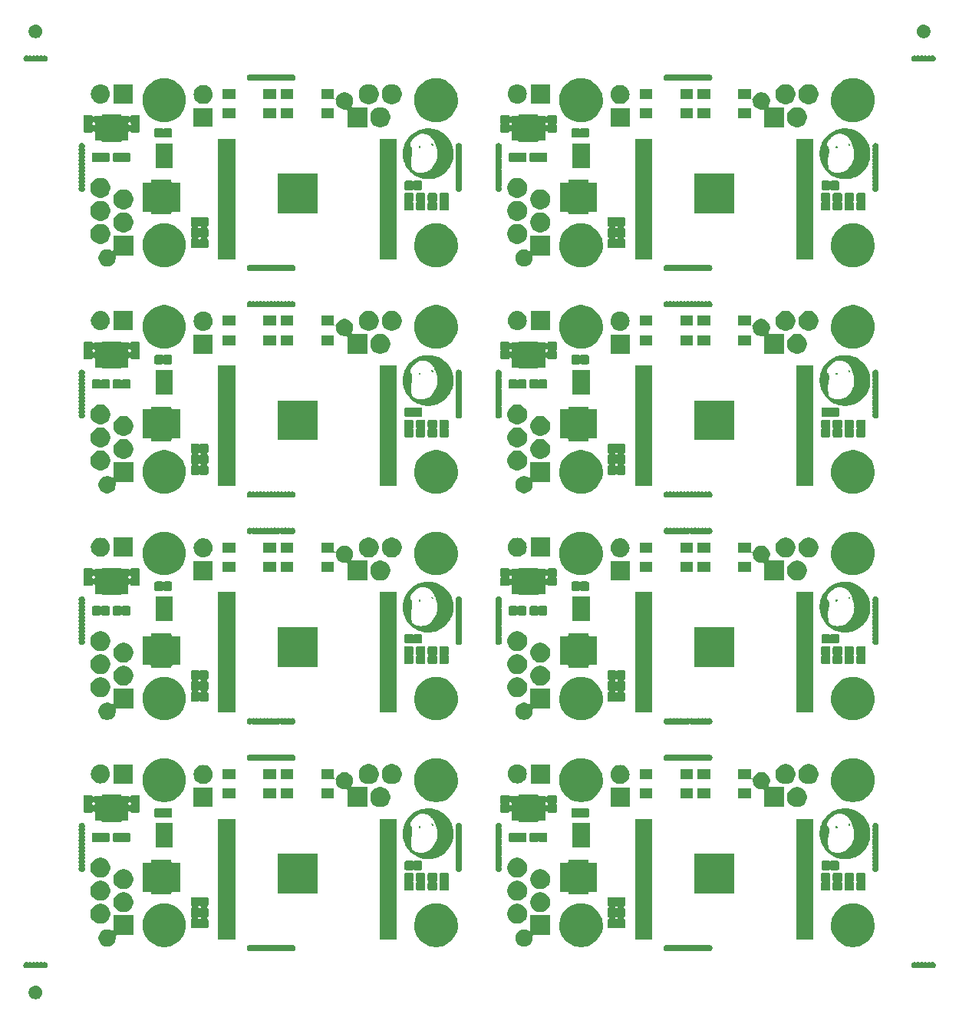
<source format=gbr>
G04 #@! TF.GenerationSoftware,KiCad,Pcbnew,5.0.2-bee76a0~70~ubuntu18.04.1*
G04 #@! TF.CreationDate,2020-03-05T15:15:43+01:00*
G04 #@! TF.ProjectId,output.m3_panel,6f757470-7574-42e6-9d33-5f70616e656c,rev?*
G04 #@! TF.SameCoordinates,Original*
G04 #@! TF.FileFunction,Soldermask,Top*
G04 #@! TF.FilePolarity,Negative*
%FSLAX46Y46*%
G04 Gerber Fmt 4.6, Leading zero omitted, Abs format (unit mm)*
G04 Created by KiCad (PCBNEW 5.0.2-bee76a0~70~ubuntu18.04.1) date Thu 05 Mar 2020 03:15:43 PM CET*
%MOMM*%
%LPD*%
G01*
G04 APERTURE LIST*
%ADD10C,0.010000*%
%ADD11C,0.100000*%
G04 APERTURE END LIST*
D10*
G04 #@! TO.C,H5*
G36*
X188180190Y-140219166D02*
X188131298Y-140217790D01*
X188089810Y-140215597D01*
X188087353Y-140215420D01*
X187920871Y-140198207D01*
X187756745Y-140171205D01*
X187595338Y-140134588D01*
X187437012Y-140088527D01*
X187282131Y-140033196D01*
X187131056Y-139968768D01*
X186984150Y-139895414D01*
X186841777Y-139813309D01*
X186704297Y-139722625D01*
X186572075Y-139623534D01*
X186445473Y-139516210D01*
X186324853Y-139400825D01*
X186280113Y-139354318D01*
X186169213Y-139229022D01*
X186066749Y-139098144D01*
X185972835Y-138961930D01*
X185887587Y-138820627D01*
X185811116Y-138674480D01*
X185743537Y-138523733D01*
X185684964Y-138368634D01*
X185635511Y-138209428D01*
X185595291Y-138046359D01*
X185564417Y-137879675D01*
X185550574Y-137779244D01*
X185547913Y-137751210D01*
X185545545Y-137714666D01*
X185543494Y-137671259D01*
X185541783Y-137622636D01*
X185540433Y-137570445D01*
X185539470Y-137516331D01*
X185538914Y-137461943D01*
X185538791Y-137408926D01*
X185539122Y-137358927D01*
X185539930Y-137313595D01*
X185541239Y-137274574D01*
X185543072Y-137243513D01*
X185543080Y-137243415D01*
X185561176Y-137079086D01*
X185589078Y-136916877D01*
X185626577Y-136757188D01*
X185673464Y-136600419D01*
X185729533Y-136446971D01*
X185794575Y-136297244D01*
X185868381Y-136151638D01*
X185950743Y-136010553D01*
X186041454Y-135874391D01*
X186140306Y-135743551D01*
X186247089Y-135618433D01*
X186361596Y-135499439D01*
X186483619Y-135386968D01*
X186527774Y-135349459D01*
X186659262Y-135246660D01*
X186796045Y-135152454D01*
X186937781Y-135066980D01*
X187084126Y-134990380D01*
X187234738Y-134922794D01*
X187389273Y-134864362D01*
X187547388Y-134815225D01*
X187708740Y-134775524D01*
X187872986Y-134745399D01*
X188039783Y-134724990D01*
X188055381Y-134723594D01*
X188086996Y-134721403D01*
X188126328Y-134719541D01*
X188171264Y-134718033D01*
X188219692Y-134716908D01*
X188269499Y-134716190D01*
X188318572Y-134715907D01*
X188364799Y-134716084D01*
X188406067Y-134716748D01*
X188440263Y-134717925D01*
X188452907Y-134718637D01*
X188622539Y-134734782D01*
X188789223Y-134760516D01*
X188952693Y-134795725D01*
X189112685Y-134840295D01*
X189268934Y-134894112D01*
X189421174Y-134957061D01*
X189569140Y-135029028D01*
X189712568Y-135109899D01*
X189851193Y-135199559D01*
X189984749Y-135297895D01*
X190112971Y-135404793D01*
X190174332Y-135460788D01*
X190292722Y-135578957D01*
X190403122Y-135703253D01*
X190505360Y-135833314D01*
X190599263Y-135968776D01*
X190684658Y-136109278D01*
X190761372Y-136254455D01*
X190829231Y-136403944D01*
X190888064Y-136557383D01*
X190937697Y-136714408D01*
X190977957Y-136874656D01*
X191008671Y-137037764D01*
X191029666Y-137203370D01*
X191035117Y-137267656D01*
X191037366Y-137308581D01*
X191038795Y-137357040D01*
X191039443Y-137411083D01*
X191039347Y-137468759D01*
X191038756Y-137512544D01*
X189355735Y-137512544D01*
X189355514Y-137451957D01*
X189354801Y-137399569D01*
X189353447Y-137353426D01*
X189351305Y-137311575D01*
X189348225Y-137272061D01*
X189344060Y-137232929D01*
X189338662Y-137192226D01*
X189331882Y-137147997D01*
X189324918Y-137106144D01*
X189300280Y-136981057D01*
X189268429Y-136851040D01*
X189229957Y-136717669D01*
X189185455Y-136582518D01*
X189135516Y-136447164D01*
X189080732Y-136313180D01*
X189021694Y-136182141D01*
X188958996Y-136055623D01*
X188893228Y-135935201D01*
X188869463Y-135894564D01*
X188843751Y-135852674D01*
X188819209Y-135815754D01*
X188794143Y-135781661D01*
X188766862Y-135748247D01*
X188735674Y-135713369D01*
X188698887Y-135674880D01*
X188685364Y-135661156D01*
X188617062Y-135594761D01*
X188551569Y-135536485D01*
X188487421Y-135485230D01*
X188423156Y-135439897D01*
X188357309Y-135399388D01*
X188288418Y-135362604D01*
X188285976Y-135361392D01*
X188218736Y-135330193D01*
X188151078Y-135303233D01*
X188081783Y-135280250D01*
X188009629Y-135260983D01*
X187933393Y-135245171D01*
X187851855Y-135232553D01*
X187763794Y-135222869D01*
X187667987Y-135215856D01*
X187587300Y-135212081D01*
X187573133Y-135212759D01*
X187552427Y-135215219D01*
X187528559Y-135219019D01*
X187515255Y-135221529D01*
X187409475Y-135247855D01*
X187305374Y-135284100D01*
X187202861Y-135330304D01*
X187101842Y-135386508D01*
X187022886Y-135438109D01*
X186986653Y-135464381D01*
X186945745Y-135495776D01*
X186901596Y-135531060D01*
X186855637Y-135568998D01*
X186809302Y-135608357D01*
X186764024Y-135647903D01*
X186721236Y-135686401D01*
X186682371Y-135722617D01*
X186648861Y-135755318D01*
X186622244Y-135783155D01*
X186572523Y-135840253D01*
X186523575Y-135900991D01*
X186476259Y-135964052D01*
X186431433Y-136028122D01*
X186389955Y-136091885D01*
X186352685Y-136154024D01*
X186320481Y-136213224D01*
X186294202Y-136268170D01*
X186276054Y-136313664D01*
X186264435Y-136350141D01*
X186257932Y-136379904D01*
X186256310Y-136404878D01*
X186259335Y-136426986D01*
X186261372Y-136434169D01*
X186269702Y-136467641D01*
X186276427Y-136510974D01*
X186281556Y-136564242D01*
X186283044Y-136586344D01*
X186284687Y-136609539D01*
X186286510Y-136628997D01*
X186288274Y-136642470D01*
X186289553Y-136647545D01*
X186295616Y-136651733D01*
X186308140Y-136658008D01*
X186320388Y-136663330D01*
X186356410Y-136681019D01*
X186386551Y-136702713D01*
X186411546Y-136729491D01*
X186432129Y-136762428D01*
X186449034Y-136802603D01*
X186462995Y-136851091D01*
X186469870Y-136882624D01*
X186478492Y-136936840D01*
X186484729Y-136999525D01*
X186488598Y-137069277D01*
X186490113Y-137144693D01*
X186489291Y-137224371D01*
X186486147Y-137306907D01*
X186480697Y-137390900D01*
X186472957Y-137474946D01*
X186462943Y-137557643D01*
X186462210Y-137562967D01*
X186453918Y-137614203D01*
X186442750Y-137668301D01*
X186428302Y-137726943D01*
X186410165Y-137791812D01*
X186394094Y-137844930D01*
X186383600Y-137880228D01*
X186376852Y-137906601D01*
X186373745Y-137924526D01*
X186373971Y-137933830D01*
X186374609Y-137941007D01*
X186375328Y-137957485D01*
X186376111Y-137982402D01*
X186376939Y-138014898D01*
X186377794Y-138054116D01*
X186378658Y-138099193D01*
X186379514Y-138149271D01*
X186380343Y-138203489D01*
X186381127Y-138260988D01*
X186381577Y-138297404D01*
X186382502Y-138371958D01*
X186383423Y-138437388D01*
X186384392Y-138494730D01*
X186385458Y-138545022D01*
X186386673Y-138589299D01*
X186388087Y-138628596D01*
X186389750Y-138663952D01*
X186391715Y-138696402D01*
X186394031Y-138726981D01*
X186396748Y-138756727D01*
X186399919Y-138786676D01*
X186403592Y-138817863D01*
X186407820Y-138851326D01*
X186409186Y-138861829D01*
X186418151Y-138924291D01*
X186428964Y-138989642D01*
X186440938Y-139054052D01*
X186453385Y-139113693D01*
X186458400Y-139135604D01*
X186464407Y-139161084D01*
X186469742Y-139183746D01*
X186473882Y-139201359D01*
X186476301Y-139211689D01*
X186476502Y-139212551D01*
X186482087Y-139222228D01*
X186494831Y-139236684D01*
X186513542Y-139254912D01*
X186537028Y-139275904D01*
X186564096Y-139298654D01*
X186593554Y-139322153D01*
X186624210Y-139345394D01*
X186654872Y-139367370D01*
X186678701Y-139383426D01*
X186771938Y-139438263D01*
X186871235Y-139485159D01*
X186976716Y-139524159D01*
X187088502Y-139555309D01*
X187206716Y-139578651D01*
X187217181Y-139580295D01*
X187261804Y-139585830D01*
X187314055Y-139590091D01*
X187371478Y-139593035D01*
X187431617Y-139594616D01*
X187492014Y-139594788D01*
X187550212Y-139593508D01*
X187603755Y-139590730D01*
X187636281Y-139587960D01*
X187773296Y-139569948D01*
X187904712Y-139544576D01*
X188030227Y-139511961D01*
X188149536Y-139472217D01*
X188262339Y-139425462D01*
X188368331Y-139371810D01*
X188467210Y-139311377D01*
X188558673Y-139244280D01*
X188579294Y-139227359D01*
X188612483Y-139198340D01*
X188644875Y-139167396D01*
X188677966Y-139132954D01*
X188713252Y-139093446D01*
X188752229Y-139047300D01*
X188761084Y-139036544D01*
X188864695Y-138904092D01*
X188958222Y-138771637D01*
X189041743Y-138639027D01*
X189115333Y-138506108D01*
X189179068Y-138372726D01*
X189233024Y-138238726D01*
X189277277Y-138103957D01*
X189311904Y-137968263D01*
X189327262Y-137891004D01*
X189334739Y-137847860D01*
X189340814Y-137809263D01*
X189345626Y-137773372D01*
X189349314Y-137738347D01*
X189352016Y-137702347D01*
X189353871Y-137663533D01*
X189355016Y-137620062D01*
X189355592Y-137570095D01*
X189355735Y-137512544D01*
X191038756Y-137512544D01*
X191038545Y-137528120D01*
X191037075Y-137587213D01*
X191034977Y-137644089D01*
X191032287Y-137696797D01*
X191029045Y-137743387D01*
X191025287Y-137781909D01*
X191025019Y-137784144D01*
X190999545Y-137953676D01*
X190964873Y-138118898D01*
X190920972Y-138279886D01*
X190867809Y-138436712D01*
X190805352Y-138589450D01*
X190733571Y-138738174D01*
X190652432Y-138882958D01*
X190561904Y-139023876D01*
X190461955Y-139161002D01*
X190394444Y-139245106D01*
X190369347Y-139274090D01*
X190338141Y-139308260D01*
X190302347Y-139346096D01*
X190263485Y-139386077D01*
X190223078Y-139426681D01*
X190182646Y-139466386D01*
X190143711Y-139503673D01*
X190107793Y-139537019D01*
X190076415Y-139564904D01*
X190064803Y-139574747D01*
X189948475Y-139667061D01*
X189831466Y-139750749D01*
X189711615Y-139827238D01*
X189586765Y-139897954D01*
X189533661Y-139925594D01*
X189388400Y-139994307D01*
X189241148Y-140053748D01*
X189091056Y-140104174D01*
X188937277Y-140145840D01*
X188778961Y-140179001D01*
X188615259Y-140203913D01*
X188603841Y-140205322D01*
X188565927Y-140209113D01*
X188519814Y-140212391D01*
X188467453Y-140215119D01*
X188410795Y-140217258D01*
X188351789Y-140218770D01*
X188292386Y-140219618D01*
X188234536Y-140219762D01*
X188180190Y-140219166D01*
X188180190Y-140219166D01*
G37*
X188180190Y-140219166D02*
X188131298Y-140217790D01*
X188089810Y-140215597D01*
X188087353Y-140215420D01*
X187920871Y-140198207D01*
X187756745Y-140171205D01*
X187595338Y-140134588D01*
X187437012Y-140088527D01*
X187282131Y-140033196D01*
X187131056Y-139968768D01*
X186984150Y-139895414D01*
X186841777Y-139813309D01*
X186704297Y-139722625D01*
X186572075Y-139623534D01*
X186445473Y-139516210D01*
X186324853Y-139400825D01*
X186280113Y-139354318D01*
X186169213Y-139229022D01*
X186066749Y-139098144D01*
X185972835Y-138961930D01*
X185887587Y-138820627D01*
X185811116Y-138674480D01*
X185743537Y-138523733D01*
X185684964Y-138368634D01*
X185635511Y-138209428D01*
X185595291Y-138046359D01*
X185564417Y-137879675D01*
X185550574Y-137779244D01*
X185547913Y-137751210D01*
X185545545Y-137714666D01*
X185543494Y-137671259D01*
X185541783Y-137622636D01*
X185540433Y-137570445D01*
X185539470Y-137516331D01*
X185538914Y-137461943D01*
X185538791Y-137408926D01*
X185539122Y-137358927D01*
X185539930Y-137313595D01*
X185541239Y-137274574D01*
X185543072Y-137243513D01*
X185543080Y-137243415D01*
X185561176Y-137079086D01*
X185589078Y-136916877D01*
X185626577Y-136757188D01*
X185673464Y-136600419D01*
X185729533Y-136446971D01*
X185794575Y-136297244D01*
X185868381Y-136151638D01*
X185950743Y-136010553D01*
X186041454Y-135874391D01*
X186140306Y-135743551D01*
X186247089Y-135618433D01*
X186361596Y-135499439D01*
X186483619Y-135386968D01*
X186527774Y-135349459D01*
X186659262Y-135246660D01*
X186796045Y-135152454D01*
X186937781Y-135066980D01*
X187084126Y-134990380D01*
X187234738Y-134922794D01*
X187389273Y-134864362D01*
X187547388Y-134815225D01*
X187708740Y-134775524D01*
X187872986Y-134745399D01*
X188039783Y-134724990D01*
X188055381Y-134723594D01*
X188086996Y-134721403D01*
X188126328Y-134719541D01*
X188171264Y-134718033D01*
X188219692Y-134716908D01*
X188269499Y-134716190D01*
X188318572Y-134715907D01*
X188364799Y-134716084D01*
X188406067Y-134716748D01*
X188440263Y-134717925D01*
X188452907Y-134718637D01*
X188622539Y-134734782D01*
X188789223Y-134760516D01*
X188952693Y-134795725D01*
X189112685Y-134840295D01*
X189268934Y-134894112D01*
X189421174Y-134957061D01*
X189569140Y-135029028D01*
X189712568Y-135109899D01*
X189851193Y-135199559D01*
X189984749Y-135297895D01*
X190112971Y-135404793D01*
X190174332Y-135460788D01*
X190292722Y-135578957D01*
X190403122Y-135703253D01*
X190505360Y-135833314D01*
X190599263Y-135968776D01*
X190684658Y-136109278D01*
X190761372Y-136254455D01*
X190829231Y-136403944D01*
X190888064Y-136557383D01*
X190937697Y-136714408D01*
X190977957Y-136874656D01*
X191008671Y-137037764D01*
X191029666Y-137203370D01*
X191035117Y-137267656D01*
X191037366Y-137308581D01*
X191038795Y-137357040D01*
X191039443Y-137411083D01*
X191039347Y-137468759D01*
X191038756Y-137512544D01*
X189355735Y-137512544D01*
X189355514Y-137451957D01*
X189354801Y-137399569D01*
X189353447Y-137353426D01*
X189351305Y-137311575D01*
X189348225Y-137272061D01*
X189344060Y-137232929D01*
X189338662Y-137192226D01*
X189331882Y-137147997D01*
X189324918Y-137106144D01*
X189300280Y-136981057D01*
X189268429Y-136851040D01*
X189229957Y-136717669D01*
X189185455Y-136582518D01*
X189135516Y-136447164D01*
X189080732Y-136313180D01*
X189021694Y-136182141D01*
X188958996Y-136055623D01*
X188893228Y-135935201D01*
X188869463Y-135894564D01*
X188843751Y-135852674D01*
X188819209Y-135815754D01*
X188794143Y-135781661D01*
X188766862Y-135748247D01*
X188735674Y-135713369D01*
X188698887Y-135674880D01*
X188685364Y-135661156D01*
X188617062Y-135594761D01*
X188551569Y-135536485D01*
X188487421Y-135485230D01*
X188423156Y-135439897D01*
X188357309Y-135399388D01*
X188288418Y-135362604D01*
X188285976Y-135361392D01*
X188218736Y-135330193D01*
X188151078Y-135303233D01*
X188081783Y-135280250D01*
X188009629Y-135260983D01*
X187933393Y-135245171D01*
X187851855Y-135232553D01*
X187763794Y-135222869D01*
X187667987Y-135215856D01*
X187587300Y-135212081D01*
X187573133Y-135212759D01*
X187552427Y-135215219D01*
X187528559Y-135219019D01*
X187515255Y-135221529D01*
X187409475Y-135247855D01*
X187305374Y-135284100D01*
X187202861Y-135330304D01*
X187101842Y-135386508D01*
X187022886Y-135438109D01*
X186986653Y-135464381D01*
X186945745Y-135495776D01*
X186901596Y-135531060D01*
X186855637Y-135568998D01*
X186809302Y-135608357D01*
X186764024Y-135647903D01*
X186721236Y-135686401D01*
X186682371Y-135722617D01*
X186648861Y-135755318D01*
X186622244Y-135783155D01*
X186572523Y-135840253D01*
X186523575Y-135900991D01*
X186476259Y-135964052D01*
X186431433Y-136028122D01*
X186389955Y-136091885D01*
X186352685Y-136154024D01*
X186320481Y-136213224D01*
X186294202Y-136268170D01*
X186276054Y-136313664D01*
X186264435Y-136350141D01*
X186257932Y-136379904D01*
X186256310Y-136404878D01*
X186259335Y-136426986D01*
X186261372Y-136434169D01*
X186269702Y-136467641D01*
X186276427Y-136510974D01*
X186281556Y-136564242D01*
X186283044Y-136586344D01*
X186284687Y-136609539D01*
X186286510Y-136628997D01*
X186288274Y-136642470D01*
X186289553Y-136647545D01*
X186295616Y-136651733D01*
X186308140Y-136658008D01*
X186320388Y-136663330D01*
X186356410Y-136681019D01*
X186386551Y-136702713D01*
X186411546Y-136729491D01*
X186432129Y-136762428D01*
X186449034Y-136802603D01*
X186462995Y-136851091D01*
X186469870Y-136882624D01*
X186478492Y-136936840D01*
X186484729Y-136999525D01*
X186488598Y-137069277D01*
X186490113Y-137144693D01*
X186489291Y-137224371D01*
X186486147Y-137306907D01*
X186480697Y-137390900D01*
X186472957Y-137474946D01*
X186462943Y-137557643D01*
X186462210Y-137562967D01*
X186453918Y-137614203D01*
X186442750Y-137668301D01*
X186428302Y-137726943D01*
X186410165Y-137791812D01*
X186394094Y-137844930D01*
X186383600Y-137880228D01*
X186376852Y-137906601D01*
X186373745Y-137924526D01*
X186373971Y-137933830D01*
X186374609Y-137941007D01*
X186375328Y-137957485D01*
X186376111Y-137982402D01*
X186376939Y-138014898D01*
X186377794Y-138054116D01*
X186378658Y-138099193D01*
X186379514Y-138149271D01*
X186380343Y-138203489D01*
X186381127Y-138260988D01*
X186381577Y-138297404D01*
X186382502Y-138371958D01*
X186383423Y-138437388D01*
X186384392Y-138494730D01*
X186385458Y-138545022D01*
X186386673Y-138589299D01*
X186388087Y-138628596D01*
X186389750Y-138663952D01*
X186391715Y-138696402D01*
X186394031Y-138726981D01*
X186396748Y-138756727D01*
X186399919Y-138786676D01*
X186403592Y-138817863D01*
X186407820Y-138851326D01*
X186409186Y-138861829D01*
X186418151Y-138924291D01*
X186428964Y-138989642D01*
X186440938Y-139054052D01*
X186453385Y-139113693D01*
X186458400Y-139135604D01*
X186464407Y-139161084D01*
X186469742Y-139183746D01*
X186473882Y-139201359D01*
X186476301Y-139211689D01*
X186476502Y-139212551D01*
X186482087Y-139222228D01*
X186494831Y-139236684D01*
X186513542Y-139254912D01*
X186537028Y-139275904D01*
X186564096Y-139298654D01*
X186593554Y-139322153D01*
X186624210Y-139345394D01*
X186654872Y-139367370D01*
X186678701Y-139383426D01*
X186771938Y-139438263D01*
X186871235Y-139485159D01*
X186976716Y-139524159D01*
X187088502Y-139555309D01*
X187206716Y-139578651D01*
X187217181Y-139580295D01*
X187261804Y-139585830D01*
X187314055Y-139590091D01*
X187371478Y-139593035D01*
X187431617Y-139594616D01*
X187492014Y-139594788D01*
X187550212Y-139593508D01*
X187603755Y-139590730D01*
X187636281Y-139587960D01*
X187773296Y-139569948D01*
X187904712Y-139544576D01*
X188030227Y-139511961D01*
X188149536Y-139472217D01*
X188262339Y-139425462D01*
X188368331Y-139371810D01*
X188467210Y-139311377D01*
X188558673Y-139244280D01*
X188579294Y-139227359D01*
X188612483Y-139198340D01*
X188644875Y-139167396D01*
X188677966Y-139132954D01*
X188713252Y-139093446D01*
X188752229Y-139047300D01*
X188761084Y-139036544D01*
X188864695Y-138904092D01*
X188958222Y-138771637D01*
X189041743Y-138639027D01*
X189115333Y-138506108D01*
X189179068Y-138372726D01*
X189233024Y-138238726D01*
X189277277Y-138103957D01*
X189311904Y-137968263D01*
X189327262Y-137891004D01*
X189334739Y-137847860D01*
X189340814Y-137809263D01*
X189345626Y-137773372D01*
X189349314Y-137738347D01*
X189352016Y-137702347D01*
X189353871Y-137663533D01*
X189355016Y-137620062D01*
X189355592Y-137570095D01*
X189355735Y-137512544D01*
X191038756Y-137512544D01*
X191038545Y-137528120D01*
X191037075Y-137587213D01*
X191034977Y-137644089D01*
X191032287Y-137696797D01*
X191029045Y-137743387D01*
X191025287Y-137781909D01*
X191025019Y-137784144D01*
X190999545Y-137953676D01*
X190964873Y-138118898D01*
X190920972Y-138279886D01*
X190867809Y-138436712D01*
X190805352Y-138589450D01*
X190733571Y-138738174D01*
X190652432Y-138882958D01*
X190561904Y-139023876D01*
X190461955Y-139161002D01*
X190394444Y-139245106D01*
X190369347Y-139274090D01*
X190338141Y-139308260D01*
X190302347Y-139346096D01*
X190263485Y-139386077D01*
X190223078Y-139426681D01*
X190182646Y-139466386D01*
X190143711Y-139503673D01*
X190107793Y-139537019D01*
X190076415Y-139564904D01*
X190064803Y-139574747D01*
X189948475Y-139667061D01*
X189831466Y-139750749D01*
X189711615Y-139827238D01*
X189586765Y-139897954D01*
X189533661Y-139925594D01*
X189388400Y-139994307D01*
X189241148Y-140053748D01*
X189091056Y-140104174D01*
X188937277Y-140145840D01*
X188778961Y-140179001D01*
X188615259Y-140203913D01*
X188603841Y-140205322D01*
X188565927Y-140209113D01*
X188519814Y-140212391D01*
X188467453Y-140215119D01*
X188410795Y-140217258D01*
X188351789Y-140218770D01*
X188292386Y-140219618D01*
X188234536Y-140219762D01*
X188180190Y-140219166D01*
G36*
X188767135Y-136536898D02*
X188752047Y-136525491D01*
X188749812Y-136523214D01*
X188733604Y-136502748D01*
X188720298Y-136479636D01*
X188710206Y-136455476D01*
X188703640Y-136431864D01*
X188700910Y-136410398D01*
X188702327Y-136392674D01*
X188708204Y-136380289D01*
X188718851Y-136374841D01*
X188720861Y-136374721D01*
X188728282Y-136377134D01*
X188739783Y-136383122D01*
X188741504Y-136384153D01*
X188758502Y-136398916D01*
X188774234Y-136420423D01*
X188787684Y-136446141D01*
X188797837Y-136473535D01*
X188803680Y-136500070D01*
X188804196Y-136523211D01*
X188801598Y-136534229D01*
X188794179Y-136541750D01*
X188781935Y-136542479D01*
X188767135Y-136536898D01*
X188767135Y-136536898D01*
G37*
X188767135Y-136536898D02*
X188752047Y-136525491D01*
X188749812Y-136523214D01*
X188733604Y-136502748D01*
X188720298Y-136479636D01*
X188710206Y-136455476D01*
X188703640Y-136431864D01*
X188700910Y-136410398D01*
X188702327Y-136392674D01*
X188708204Y-136380289D01*
X188718851Y-136374841D01*
X188720861Y-136374721D01*
X188728282Y-136377134D01*
X188739783Y-136383122D01*
X188741504Y-136384153D01*
X188758502Y-136398916D01*
X188774234Y-136420423D01*
X188787684Y-136446141D01*
X188797837Y-136473535D01*
X188803680Y-136500070D01*
X188804196Y-136523211D01*
X188801598Y-136534229D01*
X188794179Y-136541750D01*
X188781935Y-136542479D01*
X188767135Y-136536898D01*
G36*
X187327934Y-136815722D02*
X187314857Y-136812331D01*
X187303553Y-136805202D01*
X187301209Y-136803279D01*
X187281909Y-136781442D01*
X187271982Y-136756965D01*
X187271675Y-136731056D01*
X187281160Y-136705059D01*
X187295589Y-136685965D01*
X187314064Y-136674499D01*
X187338577Y-136669614D01*
X187349373Y-136669264D01*
X187366772Y-136669877D01*
X187378446Y-136672890D01*
X187388807Y-136680066D01*
X187397698Y-136688565D01*
X187414323Y-136711455D01*
X187421665Y-136736390D01*
X187419769Y-136761618D01*
X187408682Y-136785388D01*
X187394742Y-136800873D01*
X187382888Y-136810070D01*
X187371571Y-136814791D01*
X187356471Y-136816455D01*
X187346934Y-136816584D01*
X187327934Y-136815722D01*
X187327934Y-136815722D01*
G37*
X187327934Y-136815722D02*
X187314857Y-136812331D01*
X187303553Y-136805202D01*
X187301209Y-136803279D01*
X187281909Y-136781442D01*
X187271982Y-136756965D01*
X187271675Y-136731056D01*
X187281160Y-136705059D01*
X187295589Y-136685965D01*
X187314064Y-136674499D01*
X187338577Y-136669614D01*
X187349373Y-136669264D01*
X187366772Y-136669877D01*
X187378446Y-136672890D01*
X187388807Y-136680066D01*
X187397698Y-136688565D01*
X187414323Y-136711455D01*
X187421665Y-136736390D01*
X187419769Y-136761618D01*
X187408682Y-136785388D01*
X187394742Y-136800873D01*
X187382888Y-136810070D01*
X187371571Y-136814791D01*
X187356471Y-136816455D01*
X187346934Y-136816584D01*
X187327934Y-136815722D01*
G36*
X142180190Y-140219166D02*
X142131298Y-140217790D01*
X142089810Y-140215597D01*
X142087353Y-140215420D01*
X141920871Y-140198207D01*
X141756745Y-140171205D01*
X141595338Y-140134588D01*
X141437012Y-140088527D01*
X141282131Y-140033196D01*
X141131056Y-139968768D01*
X140984150Y-139895414D01*
X140841777Y-139813309D01*
X140704297Y-139722625D01*
X140572075Y-139623534D01*
X140445473Y-139516210D01*
X140324853Y-139400825D01*
X140280113Y-139354318D01*
X140169213Y-139229022D01*
X140066749Y-139098144D01*
X139972835Y-138961930D01*
X139887587Y-138820627D01*
X139811116Y-138674480D01*
X139743537Y-138523733D01*
X139684964Y-138368634D01*
X139635511Y-138209428D01*
X139595291Y-138046359D01*
X139564417Y-137879675D01*
X139550574Y-137779244D01*
X139547913Y-137751210D01*
X139545545Y-137714666D01*
X139543494Y-137671259D01*
X139541783Y-137622636D01*
X139540433Y-137570445D01*
X139539470Y-137516331D01*
X139538914Y-137461943D01*
X139538791Y-137408926D01*
X139539122Y-137358927D01*
X139539930Y-137313595D01*
X139541239Y-137274574D01*
X139543072Y-137243513D01*
X139543080Y-137243415D01*
X139561176Y-137079086D01*
X139589078Y-136916877D01*
X139626577Y-136757188D01*
X139673464Y-136600419D01*
X139729533Y-136446971D01*
X139794575Y-136297244D01*
X139868381Y-136151638D01*
X139950743Y-136010553D01*
X140041454Y-135874391D01*
X140140306Y-135743551D01*
X140247089Y-135618433D01*
X140361596Y-135499439D01*
X140483619Y-135386968D01*
X140527774Y-135349459D01*
X140659262Y-135246660D01*
X140796045Y-135152454D01*
X140937781Y-135066980D01*
X141084126Y-134990380D01*
X141234738Y-134922794D01*
X141389273Y-134864362D01*
X141547388Y-134815225D01*
X141708740Y-134775524D01*
X141872986Y-134745399D01*
X142039783Y-134724990D01*
X142055381Y-134723594D01*
X142086996Y-134721403D01*
X142126328Y-134719541D01*
X142171264Y-134718033D01*
X142219692Y-134716908D01*
X142269499Y-134716190D01*
X142318572Y-134715907D01*
X142364799Y-134716084D01*
X142406067Y-134716748D01*
X142440263Y-134717925D01*
X142452907Y-134718637D01*
X142622539Y-134734782D01*
X142789223Y-134760516D01*
X142952693Y-134795725D01*
X143112685Y-134840295D01*
X143268934Y-134894112D01*
X143421174Y-134957061D01*
X143569140Y-135029028D01*
X143712568Y-135109899D01*
X143851193Y-135199559D01*
X143984749Y-135297895D01*
X144112971Y-135404793D01*
X144174332Y-135460788D01*
X144292722Y-135578957D01*
X144403122Y-135703253D01*
X144505360Y-135833314D01*
X144599263Y-135968776D01*
X144684658Y-136109278D01*
X144761372Y-136254455D01*
X144829231Y-136403944D01*
X144888064Y-136557383D01*
X144937697Y-136714408D01*
X144977957Y-136874656D01*
X145008671Y-137037764D01*
X145029666Y-137203370D01*
X145035117Y-137267656D01*
X145037366Y-137308581D01*
X145038795Y-137357040D01*
X145039443Y-137411083D01*
X145039347Y-137468759D01*
X145038756Y-137512544D01*
X143355735Y-137512544D01*
X143355514Y-137451957D01*
X143354801Y-137399569D01*
X143353447Y-137353426D01*
X143351305Y-137311575D01*
X143348225Y-137272061D01*
X143344060Y-137232929D01*
X143338662Y-137192226D01*
X143331882Y-137147997D01*
X143324918Y-137106144D01*
X143300280Y-136981057D01*
X143268429Y-136851040D01*
X143229957Y-136717669D01*
X143185455Y-136582518D01*
X143135516Y-136447164D01*
X143080732Y-136313180D01*
X143021694Y-136182141D01*
X142958996Y-136055623D01*
X142893228Y-135935201D01*
X142869463Y-135894564D01*
X142843751Y-135852674D01*
X142819209Y-135815754D01*
X142794143Y-135781661D01*
X142766862Y-135748247D01*
X142735674Y-135713369D01*
X142698887Y-135674880D01*
X142685364Y-135661156D01*
X142617062Y-135594761D01*
X142551569Y-135536485D01*
X142487421Y-135485230D01*
X142423156Y-135439897D01*
X142357309Y-135399388D01*
X142288418Y-135362604D01*
X142285976Y-135361392D01*
X142218736Y-135330193D01*
X142151078Y-135303233D01*
X142081783Y-135280250D01*
X142009629Y-135260983D01*
X141933393Y-135245171D01*
X141851855Y-135232553D01*
X141763794Y-135222869D01*
X141667987Y-135215856D01*
X141587300Y-135212081D01*
X141573133Y-135212759D01*
X141552427Y-135215219D01*
X141528559Y-135219019D01*
X141515255Y-135221529D01*
X141409475Y-135247855D01*
X141305374Y-135284100D01*
X141202861Y-135330304D01*
X141101842Y-135386508D01*
X141022886Y-135438109D01*
X140986653Y-135464381D01*
X140945745Y-135495776D01*
X140901596Y-135531060D01*
X140855637Y-135568998D01*
X140809302Y-135608357D01*
X140764024Y-135647903D01*
X140721236Y-135686401D01*
X140682371Y-135722617D01*
X140648861Y-135755318D01*
X140622244Y-135783155D01*
X140572523Y-135840253D01*
X140523575Y-135900991D01*
X140476259Y-135964052D01*
X140431433Y-136028122D01*
X140389955Y-136091885D01*
X140352685Y-136154024D01*
X140320481Y-136213224D01*
X140294202Y-136268170D01*
X140276054Y-136313664D01*
X140264435Y-136350141D01*
X140257932Y-136379904D01*
X140256310Y-136404878D01*
X140259335Y-136426986D01*
X140261372Y-136434169D01*
X140269702Y-136467641D01*
X140276427Y-136510974D01*
X140281556Y-136564242D01*
X140283044Y-136586344D01*
X140284687Y-136609539D01*
X140286510Y-136628997D01*
X140288274Y-136642470D01*
X140289553Y-136647545D01*
X140295616Y-136651733D01*
X140308140Y-136658008D01*
X140320388Y-136663330D01*
X140356410Y-136681019D01*
X140386551Y-136702713D01*
X140411546Y-136729491D01*
X140432129Y-136762428D01*
X140449034Y-136802603D01*
X140462995Y-136851091D01*
X140469870Y-136882624D01*
X140478492Y-136936840D01*
X140484729Y-136999525D01*
X140488598Y-137069277D01*
X140490113Y-137144693D01*
X140489291Y-137224371D01*
X140486147Y-137306907D01*
X140480697Y-137390900D01*
X140472957Y-137474946D01*
X140462943Y-137557643D01*
X140462210Y-137562967D01*
X140453918Y-137614203D01*
X140442750Y-137668301D01*
X140428302Y-137726943D01*
X140410165Y-137791812D01*
X140394094Y-137844930D01*
X140383600Y-137880228D01*
X140376852Y-137906601D01*
X140373745Y-137924526D01*
X140373971Y-137933830D01*
X140374609Y-137941007D01*
X140375328Y-137957485D01*
X140376111Y-137982402D01*
X140376939Y-138014898D01*
X140377794Y-138054116D01*
X140378658Y-138099193D01*
X140379514Y-138149271D01*
X140380343Y-138203489D01*
X140381127Y-138260988D01*
X140381577Y-138297404D01*
X140382502Y-138371958D01*
X140383423Y-138437388D01*
X140384392Y-138494730D01*
X140385458Y-138545022D01*
X140386673Y-138589299D01*
X140388087Y-138628596D01*
X140389750Y-138663952D01*
X140391715Y-138696402D01*
X140394031Y-138726981D01*
X140396748Y-138756727D01*
X140399919Y-138786676D01*
X140403592Y-138817863D01*
X140407820Y-138851326D01*
X140409186Y-138861829D01*
X140418151Y-138924291D01*
X140428964Y-138989642D01*
X140440938Y-139054052D01*
X140453385Y-139113693D01*
X140458400Y-139135604D01*
X140464407Y-139161084D01*
X140469742Y-139183746D01*
X140473882Y-139201359D01*
X140476301Y-139211689D01*
X140476502Y-139212551D01*
X140482087Y-139222228D01*
X140494831Y-139236684D01*
X140513542Y-139254912D01*
X140537028Y-139275904D01*
X140564096Y-139298654D01*
X140593554Y-139322153D01*
X140624210Y-139345394D01*
X140654872Y-139367370D01*
X140678701Y-139383426D01*
X140771938Y-139438263D01*
X140871235Y-139485159D01*
X140976716Y-139524159D01*
X141088502Y-139555309D01*
X141206716Y-139578651D01*
X141217181Y-139580295D01*
X141261804Y-139585830D01*
X141314055Y-139590091D01*
X141371478Y-139593035D01*
X141431617Y-139594616D01*
X141492014Y-139594788D01*
X141550212Y-139593508D01*
X141603755Y-139590730D01*
X141636281Y-139587960D01*
X141773296Y-139569948D01*
X141904712Y-139544576D01*
X142030227Y-139511961D01*
X142149536Y-139472217D01*
X142262339Y-139425462D01*
X142368331Y-139371810D01*
X142467210Y-139311377D01*
X142558673Y-139244280D01*
X142579294Y-139227359D01*
X142612483Y-139198340D01*
X142644875Y-139167396D01*
X142677966Y-139132954D01*
X142713252Y-139093446D01*
X142752229Y-139047300D01*
X142761084Y-139036544D01*
X142864695Y-138904092D01*
X142958222Y-138771637D01*
X143041743Y-138639027D01*
X143115333Y-138506108D01*
X143179068Y-138372726D01*
X143233024Y-138238726D01*
X143277277Y-138103957D01*
X143311904Y-137968263D01*
X143327262Y-137891004D01*
X143334739Y-137847860D01*
X143340814Y-137809263D01*
X143345626Y-137773372D01*
X143349314Y-137738347D01*
X143352016Y-137702347D01*
X143353871Y-137663533D01*
X143355016Y-137620062D01*
X143355592Y-137570095D01*
X143355735Y-137512544D01*
X145038756Y-137512544D01*
X145038545Y-137528120D01*
X145037075Y-137587213D01*
X145034977Y-137644089D01*
X145032287Y-137696797D01*
X145029045Y-137743387D01*
X145025287Y-137781909D01*
X145025019Y-137784144D01*
X144999545Y-137953676D01*
X144964873Y-138118898D01*
X144920972Y-138279886D01*
X144867809Y-138436712D01*
X144805352Y-138589450D01*
X144733571Y-138738174D01*
X144652432Y-138882958D01*
X144561904Y-139023876D01*
X144461955Y-139161002D01*
X144394444Y-139245106D01*
X144369347Y-139274090D01*
X144338141Y-139308260D01*
X144302347Y-139346096D01*
X144263485Y-139386077D01*
X144223078Y-139426681D01*
X144182646Y-139466386D01*
X144143711Y-139503673D01*
X144107793Y-139537019D01*
X144076415Y-139564904D01*
X144064803Y-139574747D01*
X143948475Y-139667061D01*
X143831466Y-139750749D01*
X143711615Y-139827238D01*
X143586765Y-139897954D01*
X143533661Y-139925594D01*
X143388400Y-139994307D01*
X143241148Y-140053748D01*
X143091056Y-140104174D01*
X142937277Y-140145840D01*
X142778961Y-140179001D01*
X142615259Y-140203913D01*
X142603841Y-140205322D01*
X142565927Y-140209113D01*
X142519814Y-140212391D01*
X142467453Y-140215119D01*
X142410795Y-140217258D01*
X142351789Y-140218770D01*
X142292386Y-140219618D01*
X142234536Y-140219762D01*
X142180190Y-140219166D01*
X142180190Y-140219166D01*
G37*
X142180190Y-140219166D02*
X142131298Y-140217790D01*
X142089810Y-140215597D01*
X142087353Y-140215420D01*
X141920871Y-140198207D01*
X141756745Y-140171205D01*
X141595338Y-140134588D01*
X141437012Y-140088527D01*
X141282131Y-140033196D01*
X141131056Y-139968768D01*
X140984150Y-139895414D01*
X140841777Y-139813309D01*
X140704297Y-139722625D01*
X140572075Y-139623534D01*
X140445473Y-139516210D01*
X140324853Y-139400825D01*
X140280113Y-139354318D01*
X140169213Y-139229022D01*
X140066749Y-139098144D01*
X139972835Y-138961930D01*
X139887587Y-138820627D01*
X139811116Y-138674480D01*
X139743537Y-138523733D01*
X139684964Y-138368634D01*
X139635511Y-138209428D01*
X139595291Y-138046359D01*
X139564417Y-137879675D01*
X139550574Y-137779244D01*
X139547913Y-137751210D01*
X139545545Y-137714666D01*
X139543494Y-137671259D01*
X139541783Y-137622636D01*
X139540433Y-137570445D01*
X139539470Y-137516331D01*
X139538914Y-137461943D01*
X139538791Y-137408926D01*
X139539122Y-137358927D01*
X139539930Y-137313595D01*
X139541239Y-137274574D01*
X139543072Y-137243513D01*
X139543080Y-137243415D01*
X139561176Y-137079086D01*
X139589078Y-136916877D01*
X139626577Y-136757188D01*
X139673464Y-136600419D01*
X139729533Y-136446971D01*
X139794575Y-136297244D01*
X139868381Y-136151638D01*
X139950743Y-136010553D01*
X140041454Y-135874391D01*
X140140306Y-135743551D01*
X140247089Y-135618433D01*
X140361596Y-135499439D01*
X140483619Y-135386968D01*
X140527774Y-135349459D01*
X140659262Y-135246660D01*
X140796045Y-135152454D01*
X140937781Y-135066980D01*
X141084126Y-134990380D01*
X141234738Y-134922794D01*
X141389273Y-134864362D01*
X141547388Y-134815225D01*
X141708740Y-134775524D01*
X141872986Y-134745399D01*
X142039783Y-134724990D01*
X142055381Y-134723594D01*
X142086996Y-134721403D01*
X142126328Y-134719541D01*
X142171264Y-134718033D01*
X142219692Y-134716908D01*
X142269499Y-134716190D01*
X142318572Y-134715907D01*
X142364799Y-134716084D01*
X142406067Y-134716748D01*
X142440263Y-134717925D01*
X142452907Y-134718637D01*
X142622539Y-134734782D01*
X142789223Y-134760516D01*
X142952693Y-134795725D01*
X143112685Y-134840295D01*
X143268934Y-134894112D01*
X143421174Y-134957061D01*
X143569140Y-135029028D01*
X143712568Y-135109899D01*
X143851193Y-135199559D01*
X143984749Y-135297895D01*
X144112971Y-135404793D01*
X144174332Y-135460788D01*
X144292722Y-135578957D01*
X144403122Y-135703253D01*
X144505360Y-135833314D01*
X144599263Y-135968776D01*
X144684658Y-136109278D01*
X144761372Y-136254455D01*
X144829231Y-136403944D01*
X144888064Y-136557383D01*
X144937697Y-136714408D01*
X144977957Y-136874656D01*
X145008671Y-137037764D01*
X145029666Y-137203370D01*
X145035117Y-137267656D01*
X145037366Y-137308581D01*
X145038795Y-137357040D01*
X145039443Y-137411083D01*
X145039347Y-137468759D01*
X145038756Y-137512544D01*
X143355735Y-137512544D01*
X143355514Y-137451957D01*
X143354801Y-137399569D01*
X143353447Y-137353426D01*
X143351305Y-137311575D01*
X143348225Y-137272061D01*
X143344060Y-137232929D01*
X143338662Y-137192226D01*
X143331882Y-137147997D01*
X143324918Y-137106144D01*
X143300280Y-136981057D01*
X143268429Y-136851040D01*
X143229957Y-136717669D01*
X143185455Y-136582518D01*
X143135516Y-136447164D01*
X143080732Y-136313180D01*
X143021694Y-136182141D01*
X142958996Y-136055623D01*
X142893228Y-135935201D01*
X142869463Y-135894564D01*
X142843751Y-135852674D01*
X142819209Y-135815754D01*
X142794143Y-135781661D01*
X142766862Y-135748247D01*
X142735674Y-135713369D01*
X142698887Y-135674880D01*
X142685364Y-135661156D01*
X142617062Y-135594761D01*
X142551569Y-135536485D01*
X142487421Y-135485230D01*
X142423156Y-135439897D01*
X142357309Y-135399388D01*
X142288418Y-135362604D01*
X142285976Y-135361392D01*
X142218736Y-135330193D01*
X142151078Y-135303233D01*
X142081783Y-135280250D01*
X142009629Y-135260983D01*
X141933393Y-135245171D01*
X141851855Y-135232553D01*
X141763794Y-135222869D01*
X141667987Y-135215856D01*
X141587300Y-135212081D01*
X141573133Y-135212759D01*
X141552427Y-135215219D01*
X141528559Y-135219019D01*
X141515255Y-135221529D01*
X141409475Y-135247855D01*
X141305374Y-135284100D01*
X141202861Y-135330304D01*
X141101842Y-135386508D01*
X141022886Y-135438109D01*
X140986653Y-135464381D01*
X140945745Y-135495776D01*
X140901596Y-135531060D01*
X140855637Y-135568998D01*
X140809302Y-135608357D01*
X140764024Y-135647903D01*
X140721236Y-135686401D01*
X140682371Y-135722617D01*
X140648861Y-135755318D01*
X140622244Y-135783155D01*
X140572523Y-135840253D01*
X140523575Y-135900991D01*
X140476259Y-135964052D01*
X140431433Y-136028122D01*
X140389955Y-136091885D01*
X140352685Y-136154024D01*
X140320481Y-136213224D01*
X140294202Y-136268170D01*
X140276054Y-136313664D01*
X140264435Y-136350141D01*
X140257932Y-136379904D01*
X140256310Y-136404878D01*
X140259335Y-136426986D01*
X140261372Y-136434169D01*
X140269702Y-136467641D01*
X140276427Y-136510974D01*
X140281556Y-136564242D01*
X140283044Y-136586344D01*
X140284687Y-136609539D01*
X140286510Y-136628997D01*
X140288274Y-136642470D01*
X140289553Y-136647545D01*
X140295616Y-136651733D01*
X140308140Y-136658008D01*
X140320388Y-136663330D01*
X140356410Y-136681019D01*
X140386551Y-136702713D01*
X140411546Y-136729491D01*
X140432129Y-136762428D01*
X140449034Y-136802603D01*
X140462995Y-136851091D01*
X140469870Y-136882624D01*
X140478492Y-136936840D01*
X140484729Y-136999525D01*
X140488598Y-137069277D01*
X140490113Y-137144693D01*
X140489291Y-137224371D01*
X140486147Y-137306907D01*
X140480697Y-137390900D01*
X140472957Y-137474946D01*
X140462943Y-137557643D01*
X140462210Y-137562967D01*
X140453918Y-137614203D01*
X140442750Y-137668301D01*
X140428302Y-137726943D01*
X140410165Y-137791812D01*
X140394094Y-137844930D01*
X140383600Y-137880228D01*
X140376852Y-137906601D01*
X140373745Y-137924526D01*
X140373971Y-137933830D01*
X140374609Y-137941007D01*
X140375328Y-137957485D01*
X140376111Y-137982402D01*
X140376939Y-138014898D01*
X140377794Y-138054116D01*
X140378658Y-138099193D01*
X140379514Y-138149271D01*
X140380343Y-138203489D01*
X140381127Y-138260988D01*
X140381577Y-138297404D01*
X140382502Y-138371958D01*
X140383423Y-138437388D01*
X140384392Y-138494730D01*
X140385458Y-138545022D01*
X140386673Y-138589299D01*
X140388087Y-138628596D01*
X140389750Y-138663952D01*
X140391715Y-138696402D01*
X140394031Y-138726981D01*
X140396748Y-138756727D01*
X140399919Y-138786676D01*
X140403592Y-138817863D01*
X140407820Y-138851326D01*
X140409186Y-138861829D01*
X140418151Y-138924291D01*
X140428964Y-138989642D01*
X140440938Y-139054052D01*
X140453385Y-139113693D01*
X140458400Y-139135604D01*
X140464407Y-139161084D01*
X140469742Y-139183746D01*
X140473882Y-139201359D01*
X140476301Y-139211689D01*
X140476502Y-139212551D01*
X140482087Y-139222228D01*
X140494831Y-139236684D01*
X140513542Y-139254912D01*
X140537028Y-139275904D01*
X140564096Y-139298654D01*
X140593554Y-139322153D01*
X140624210Y-139345394D01*
X140654872Y-139367370D01*
X140678701Y-139383426D01*
X140771938Y-139438263D01*
X140871235Y-139485159D01*
X140976716Y-139524159D01*
X141088502Y-139555309D01*
X141206716Y-139578651D01*
X141217181Y-139580295D01*
X141261804Y-139585830D01*
X141314055Y-139590091D01*
X141371478Y-139593035D01*
X141431617Y-139594616D01*
X141492014Y-139594788D01*
X141550212Y-139593508D01*
X141603755Y-139590730D01*
X141636281Y-139587960D01*
X141773296Y-139569948D01*
X141904712Y-139544576D01*
X142030227Y-139511961D01*
X142149536Y-139472217D01*
X142262339Y-139425462D01*
X142368331Y-139371810D01*
X142467210Y-139311377D01*
X142558673Y-139244280D01*
X142579294Y-139227359D01*
X142612483Y-139198340D01*
X142644875Y-139167396D01*
X142677966Y-139132954D01*
X142713252Y-139093446D01*
X142752229Y-139047300D01*
X142761084Y-139036544D01*
X142864695Y-138904092D01*
X142958222Y-138771637D01*
X143041743Y-138639027D01*
X143115333Y-138506108D01*
X143179068Y-138372726D01*
X143233024Y-138238726D01*
X143277277Y-138103957D01*
X143311904Y-137968263D01*
X143327262Y-137891004D01*
X143334739Y-137847860D01*
X143340814Y-137809263D01*
X143345626Y-137773372D01*
X143349314Y-137738347D01*
X143352016Y-137702347D01*
X143353871Y-137663533D01*
X143355016Y-137620062D01*
X143355592Y-137570095D01*
X143355735Y-137512544D01*
X145038756Y-137512544D01*
X145038545Y-137528120D01*
X145037075Y-137587213D01*
X145034977Y-137644089D01*
X145032287Y-137696797D01*
X145029045Y-137743387D01*
X145025287Y-137781909D01*
X145025019Y-137784144D01*
X144999545Y-137953676D01*
X144964873Y-138118898D01*
X144920972Y-138279886D01*
X144867809Y-138436712D01*
X144805352Y-138589450D01*
X144733571Y-138738174D01*
X144652432Y-138882958D01*
X144561904Y-139023876D01*
X144461955Y-139161002D01*
X144394444Y-139245106D01*
X144369347Y-139274090D01*
X144338141Y-139308260D01*
X144302347Y-139346096D01*
X144263485Y-139386077D01*
X144223078Y-139426681D01*
X144182646Y-139466386D01*
X144143711Y-139503673D01*
X144107793Y-139537019D01*
X144076415Y-139564904D01*
X144064803Y-139574747D01*
X143948475Y-139667061D01*
X143831466Y-139750749D01*
X143711615Y-139827238D01*
X143586765Y-139897954D01*
X143533661Y-139925594D01*
X143388400Y-139994307D01*
X143241148Y-140053748D01*
X143091056Y-140104174D01*
X142937277Y-140145840D01*
X142778961Y-140179001D01*
X142615259Y-140203913D01*
X142603841Y-140205322D01*
X142565927Y-140209113D01*
X142519814Y-140212391D01*
X142467453Y-140215119D01*
X142410795Y-140217258D01*
X142351789Y-140218770D01*
X142292386Y-140219618D01*
X142234536Y-140219762D01*
X142180190Y-140219166D01*
G36*
X142767135Y-136536898D02*
X142752047Y-136525491D01*
X142749812Y-136523214D01*
X142733604Y-136502748D01*
X142720298Y-136479636D01*
X142710206Y-136455476D01*
X142703640Y-136431864D01*
X142700910Y-136410398D01*
X142702327Y-136392674D01*
X142708204Y-136380289D01*
X142718851Y-136374841D01*
X142720861Y-136374721D01*
X142728282Y-136377134D01*
X142739783Y-136383122D01*
X142741504Y-136384153D01*
X142758502Y-136398916D01*
X142774234Y-136420423D01*
X142787684Y-136446141D01*
X142797837Y-136473535D01*
X142803680Y-136500070D01*
X142804196Y-136523211D01*
X142801598Y-136534229D01*
X142794179Y-136541750D01*
X142781935Y-136542479D01*
X142767135Y-136536898D01*
X142767135Y-136536898D01*
G37*
X142767135Y-136536898D02*
X142752047Y-136525491D01*
X142749812Y-136523214D01*
X142733604Y-136502748D01*
X142720298Y-136479636D01*
X142710206Y-136455476D01*
X142703640Y-136431864D01*
X142700910Y-136410398D01*
X142702327Y-136392674D01*
X142708204Y-136380289D01*
X142718851Y-136374841D01*
X142720861Y-136374721D01*
X142728282Y-136377134D01*
X142739783Y-136383122D01*
X142741504Y-136384153D01*
X142758502Y-136398916D01*
X142774234Y-136420423D01*
X142787684Y-136446141D01*
X142797837Y-136473535D01*
X142803680Y-136500070D01*
X142804196Y-136523211D01*
X142801598Y-136534229D01*
X142794179Y-136541750D01*
X142781935Y-136542479D01*
X142767135Y-136536898D01*
G36*
X141327934Y-136815722D02*
X141314857Y-136812331D01*
X141303553Y-136805202D01*
X141301209Y-136803279D01*
X141281909Y-136781442D01*
X141271982Y-136756965D01*
X141271675Y-136731056D01*
X141281160Y-136705059D01*
X141295589Y-136685965D01*
X141314064Y-136674499D01*
X141338577Y-136669614D01*
X141349373Y-136669264D01*
X141366772Y-136669877D01*
X141378446Y-136672890D01*
X141388807Y-136680066D01*
X141397698Y-136688565D01*
X141414323Y-136711455D01*
X141421665Y-136736390D01*
X141419769Y-136761618D01*
X141408682Y-136785388D01*
X141394742Y-136800873D01*
X141382888Y-136810070D01*
X141371571Y-136814791D01*
X141356471Y-136816455D01*
X141346934Y-136816584D01*
X141327934Y-136815722D01*
X141327934Y-136815722D01*
G37*
X141327934Y-136815722D02*
X141314857Y-136812331D01*
X141303553Y-136805202D01*
X141301209Y-136803279D01*
X141281909Y-136781442D01*
X141271982Y-136756965D01*
X141271675Y-136731056D01*
X141281160Y-136705059D01*
X141295589Y-136685965D01*
X141314064Y-136674499D01*
X141338577Y-136669614D01*
X141349373Y-136669264D01*
X141366772Y-136669877D01*
X141378446Y-136672890D01*
X141388807Y-136680066D01*
X141397698Y-136688565D01*
X141414323Y-136711455D01*
X141421665Y-136736390D01*
X141419769Y-136761618D01*
X141408682Y-136785388D01*
X141394742Y-136800873D01*
X141382888Y-136810070D01*
X141371571Y-136814791D01*
X141356471Y-136816455D01*
X141346934Y-136816584D01*
X141327934Y-136815722D01*
G36*
X188180190Y-115219166D02*
X188131298Y-115217790D01*
X188089810Y-115215597D01*
X188087353Y-115215420D01*
X187920871Y-115198207D01*
X187756745Y-115171205D01*
X187595338Y-115134588D01*
X187437012Y-115088527D01*
X187282131Y-115033196D01*
X187131056Y-114968768D01*
X186984150Y-114895414D01*
X186841777Y-114813309D01*
X186704297Y-114722625D01*
X186572075Y-114623534D01*
X186445473Y-114516210D01*
X186324853Y-114400825D01*
X186280113Y-114354318D01*
X186169213Y-114229022D01*
X186066749Y-114098144D01*
X185972835Y-113961930D01*
X185887587Y-113820627D01*
X185811116Y-113674480D01*
X185743537Y-113523733D01*
X185684964Y-113368634D01*
X185635511Y-113209428D01*
X185595291Y-113046359D01*
X185564417Y-112879675D01*
X185550574Y-112779244D01*
X185547913Y-112751210D01*
X185545545Y-112714666D01*
X185543494Y-112671259D01*
X185541783Y-112622636D01*
X185540433Y-112570445D01*
X185539470Y-112516331D01*
X185538914Y-112461943D01*
X185538791Y-112408926D01*
X185539122Y-112358927D01*
X185539930Y-112313595D01*
X185541239Y-112274574D01*
X185543072Y-112243513D01*
X185543080Y-112243415D01*
X185561176Y-112079086D01*
X185589078Y-111916877D01*
X185626577Y-111757188D01*
X185673464Y-111600419D01*
X185729533Y-111446971D01*
X185794575Y-111297244D01*
X185868381Y-111151638D01*
X185950743Y-111010553D01*
X186041454Y-110874391D01*
X186140306Y-110743551D01*
X186247089Y-110618433D01*
X186361596Y-110499439D01*
X186483619Y-110386968D01*
X186527774Y-110349459D01*
X186659262Y-110246660D01*
X186796045Y-110152454D01*
X186937781Y-110066980D01*
X187084126Y-109990380D01*
X187234738Y-109922794D01*
X187389273Y-109864362D01*
X187547388Y-109815225D01*
X187708740Y-109775524D01*
X187872986Y-109745399D01*
X188039783Y-109724990D01*
X188055381Y-109723594D01*
X188086996Y-109721403D01*
X188126328Y-109719541D01*
X188171264Y-109718033D01*
X188219692Y-109716908D01*
X188269499Y-109716190D01*
X188318572Y-109715907D01*
X188364799Y-109716084D01*
X188406067Y-109716748D01*
X188440263Y-109717925D01*
X188452907Y-109718637D01*
X188622539Y-109734782D01*
X188789223Y-109760516D01*
X188952693Y-109795725D01*
X189112685Y-109840295D01*
X189268934Y-109894112D01*
X189421174Y-109957061D01*
X189569140Y-110029028D01*
X189712568Y-110109899D01*
X189851193Y-110199559D01*
X189984749Y-110297895D01*
X190112971Y-110404793D01*
X190174332Y-110460788D01*
X190292722Y-110578957D01*
X190403122Y-110703253D01*
X190505360Y-110833314D01*
X190599263Y-110968776D01*
X190684658Y-111109278D01*
X190761372Y-111254455D01*
X190829231Y-111403944D01*
X190888064Y-111557383D01*
X190937697Y-111714408D01*
X190977957Y-111874656D01*
X191008671Y-112037764D01*
X191029666Y-112203370D01*
X191035117Y-112267656D01*
X191037366Y-112308581D01*
X191038795Y-112357040D01*
X191039443Y-112411083D01*
X191039347Y-112468759D01*
X191038756Y-112512544D01*
X189355735Y-112512544D01*
X189355514Y-112451957D01*
X189354801Y-112399569D01*
X189353447Y-112353426D01*
X189351305Y-112311575D01*
X189348225Y-112272061D01*
X189344060Y-112232929D01*
X189338662Y-112192226D01*
X189331882Y-112147997D01*
X189324918Y-112106144D01*
X189300280Y-111981057D01*
X189268429Y-111851040D01*
X189229957Y-111717669D01*
X189185455Y-111582518D01*
X189135516Y-111447164D01*
X189080732Y-111313180D01*
X189021694Y-111182141D01*
X188958996Y-111055623D01*
X188893228Y-110935201D01*
X188869463Y-110894564D01*
X188843751Y-110852674D01*
X188819209Y-110815754D01*
X188794143Y-110781661D01*
X188766862Y-110748247D01*
X188735674Y-110713369D01*
X188698887Y-110674880D01*
X188685364Y-110661156D01*
X188617062Y-110594761D01*
X188551569Y-110536485D01*
X188487421Y-110485230D01*
X188423156Y-110439897D01*
X188357309Y-110399388D01*
X188288418Y-110362604D01*
X188285976Y-110361392D01*
X188218736Y-110330193D01*
X188151078Y-110303233D01*
X188081783Y-110280250D01*
X188009629Y-110260983D01*
X187933393Y-110245171D01*
X187851855Y-110232553D01*
X187763794Y-110222869D01*
X187667987Y-110215856D01*
X187587300Y-110212081D01*
X187573133Y-110212759D01*
X187552427Y-110215219D01*
X187528559Y-110219019D01*
X187515255Y-110221529D01*
X187409475Y-110247855D01*
X187305374Y-110284100D01*
X187202861Y-110330304D01*
X187101842Y-110386508D01*
X187022886Y-110438109D01*
X186986653Y-110464381D01*
X186945745Y-110495776D01*
X186901596Y-110531060D01*
X186855637Y-110568998D01*
X186809302Y-110608357D01*
X186764024Y-110647903D01*
X186721236Y-110686401D01*
X186682371Y-110722617D01*
X186648861Y-110755318D01*
X186622244Y-110783155D01*
X186572523Y-110840253D01*
X186523575Y-110900991D01*
X186476259Y-110964052D01*
X186431433Y-111028122D01*
X186389955Y-111091885D01*
X186352685Y-111154024D01*
X186320481Y-111213224D01*
X186294202Y-111268170D01*
X186276054Y-111313664D01*
X186264435Y-111350141D01*
X186257932Y-111379904D01*
X186256310Y-111404878D01*
X186259335Y-111426986D01*
X186261372Y-111434169D01*
X186269702Y-111467641D01*
X186276427Y-111510974D01*
X186281556Y-111564242D01*
X186283044Y-111586344D01*
X186284687Y-111609539D01*
X186286510Y-111628997D01*
X186288274Y-111642470D01*
X186289553Y-111647545D01*
X186295616Y-111651733D01*
X186308140Y-111658008D01*
X186320388Y-111663330D01*
X186356410Y-111681019D01*
X186386551Y-111702713D01*
X186411546Y-111729491D01*
X186432129Y-111762428D01*
X186449034Y-111802603D01*
X186462995Y-111851091D01*
X186469870Y-111882624D01*
X186478492Y-111936840D01*
X186484729Y-111999525D01*
X186488598Y-112069277D01*
X186490113Y-112144693D01*
X186489291Y-112224371D01*
X186486147Y-112306907D01*
X186480697Y-112390900D01*
X186472957Y-112474946D01*
X186462943Y-112557643D01*
X186462210Y-112562967D01*
X186453918Y-112614203D01*
X186442750Y-112668301D01*
X186428302Y-112726943D01*
X186410165Y-112791812D01*
X186394094Y-112844930D01*
X186383600Y-112880228D01*
X186376852Y-112906601D01*
X186373745Y-112924526D01*
X186373971Y-112933830D01*
X186374609Y-112941007D01*
X186375328Y-112957485D01*
X186376111Y-112982402D01*
X186376939Y-113014898D01*
X186377794Y-113054116D01*
X186378658Y-113099193D01*
X186379514Y-113149271D01*
X186380343Y-113203489D01*
X186381127Y-113260988D01*
X186381577Y-113297404D01*
X186382502Y-113371958D01*
X186383423Y-113437388D01*
X186384392Y-113494730D01*
X186385458Y-113545022D01*
X186386673Y-113589299D01*
X186388087Y-113628596D01*
X186389750Y-113663952D01*
X186391715Y-113696402D01*
X186394031Y-113726981D01*
X186396748Y-113756727D01*
X186399919Y-113786676D01*
X186403592Y-113817863D01*
X186407820Y-113851326D01*
X186409186Y-113861829D01*
X186418151Y-113924291D01*
X186428964Y-113989642D01*
X186440938Y-114054052D01*
X186453385Y-114113693D01*
X186458400Y-114135604D01*
X186464407Y-114161084D01*
X186469742Y-114183746D01*
X186473882Y-114201359D01*
X186476301Y-114211689D01*
X186476502Y-114212551D01*
X186482087Y-114222228D01*
X186494831Y-114236684D01*
X186513542Y-114254912D01*
X186537028Y-114275904D01*
X186564096Y-114298654D01*
X186593554Y-114322153D01*
X186624210Y-114345394D01*
X186654872Y-114367370D01*
X186678701Y-114383426D01*
X186771938Y-114438263D01*
X186871235Y-114485159D01*
X186976716Y-114524159D01*
X187088502Y-114555309D01*
X187206716Y-114578651D01*
X187217181Y-114580295D01*
X187261804Y-114585830D01*
X187314055Y-114590091D01*
X187371478Y-114593035D01*
X187431617Y-114594616D01*
X187492014Y-114594788D01*
X187550212Y-114593508D01*
X187603755Y-114590730D01*
X187636281Y-114587960D01*
X187773296Y-114569948D01*
X187904712Y-114544576D01*
X188030227Y-114511961D01*
X188149536Y-114472217D01*
X188262339Y-114425462D01*
X188368331Y-114371810D01*
X188467210Y-114311377D01*
X188558673Y-114244280D01*
X188579294Y-114227359D01*
X188612483Y-114198340D01*
X188644875Y-114167396D01*
X188677966Y-114132954D01*
X188713252Y-114093446D01*
X188752229Y-114047300D01*
X188761084Y-114036544D01*
X188864695Y-113904092D01*
X188958222Y-113771637D01*
X189041743Y-113639027D01*
X189115333Y-113506108D01*
X189179068Y-113372726D01*
X189233024Y-113238726D01*
X189277277Y-113103957D01*
X189311904Y-112968263D01*
X189327262Y-112891004D01*
X189334739Y-112847860D01*
X189340814Y-112809263D01*
X189345626Y-112773372D01*
X189349314Y-112738347D01*
X189352016Y-112702347D01*
X189353871Y-112663533D01*
X189355016Y-112620062D01*
X189355592Y-112570095D01*
X189355735Y-112512544D01*
X191038756Y-112512544D01*
X191038545Y-112528120D01*
X191037075Y-112587213D01*
X191034977Y-112644089D01*
X191032287Y-112696797D01*
X191029045Y-112743387D01*
X191025287Y-112781909D01*
X191025019Y-112784144D01*
X190999545Y-112953676D01*
X190964873Y-113118898D01*
X190920972Y-113279886D01*
X190867809Y-113436712D01*
X190805352Y-113589450D01*
X190733571Y-113738174D01*
X190652432Y-113882958D01*
X190561904Y-114023876D01*
X190461955Y-114161002D01*
X190394444Y-114245106D01*
X190369347Y-114274090D01*
X190338141Y-114308260D01*
X190302347Y-114346096D01*
X190263485Y-114386077D01*
X190223078Y-114426681D01*
X190182646Y-114466386D01*
X190143711Y-114503673D01*
X190107793Y-114537019D01*
X190076415Y-114564904D01*
X190064803Y-114574747D01*
X189948475Y-114667061D01*
X189831466Y-114750749D01*
X189711615Y-114827238D01*
X189586765Y-114897954D01*
X189533661Y-114925594D01*
X189388400Y-114994307D01*
X189241148Y-115053748D01*
X189091056Y-115104174D01*
X188937277Y-115145840D01*
X188778961Y-115179001D01*
X188615259Y-115203913D01*
X188603841Y-115205322D01*
X188565927Y-115209113D01*
X188519814Y-115212391D01*
X188467453Y-115215119D01*
X188410795Y-115217258D01*
X188351789Y-115218770D01*
X188292386Y-115219618D01*
X188234536Y-115219762D01*
X188180190Y-115219166D01*
X188180190Y-115219166D01*
G37*
X188180190Y-115219166D02*
X188131298Y-115217790D01*
X188089810Y-115215597D01*
X188087353Y-115215420D01*
X187920871Y-115198207D01*
X187756745Y-115171205D01*
X187595338Y-115134588D01*
X187437012Y-115088527D01*
X187282131Y-115033196D01*
X187131056Y-114968768D01*
X186984150Y-114895414D01*
X186841777Y-114813309D01*
X186704297Y-114722625D01*
X186572075Y-114623534D01*
X186445473Y-114516210D01*
X186324853Y-114400825D01*
X186280113Y-114354318D01*
X186169213Y-114229022D01*
X186066749Y-114098144D01*
X185972835Y-113961930D01*
X185887587Y-113820627D01*
X185811116Y-113674480D01*
X185743537Y-113523733D01*
X185684964Y-113368634D01*
X185635511Y-113209428D01*
X185595291Y-113046359D01*
X185564417Y-112879675D01*
X185550574Y-112779244D01*
X185547913Y-112751210D01*
X185545545Y-112714666D01*
X185543494Y-112671259D01*
X185541783Y-112622636D01*
X185540433Y-112570445D01*
X185539470Y-112516331D01*
X185538914Y-112461943D01*
X185538791Y-112408926D01*
X185539122Y-112358927D01*
X185539930Y-112313595D01*
X185541239Y-112274574D01*
X185543072Y-112243513D01*
X185543080Y-112243415D01*
X185561176Y-112079086D01*
X185589078Y-111916877D01*
X185626577Y-111757188D01*
X185673464Y-111600419D01*
X185729533Y-111446971D01*
X185794575Y-111297244D01*
X185868381Y-111151638D01*
X185950743Y-111010553D01*
X186041454Y-110874391D01*
X186140306Y-110743551D01*
X186247089Y-110618433D01*
X186361596Y-110499439D01*
X186483619Y-110386968D01*
X186527774Y-110349459D01*
X186659262Y-110246660D01*
X186796045Y-110152454D01*
X186937781Y-110066980D01*
X187084126Y-109990380D01*
X187234738Y-109922794D01*
X187389273Y-109864362D01*
X187547388Y-109815225D01*
X187708740Y-109775524D01*
X187872986Y-109745399D01*
X188039783Y-109724990D01*
X188055381Y-109723594D01*
X188086996Y-109721403D01*
X188126328Y-109719541D01*
X188171264Y-109718033D01*
X188219692Y-109716908D01*
X188269499Y-109716190D01*
X188318572Y-109715907D01*
X188364799Y-109716084D01*
X188406067Y-109716748D01*
X188440263Y-109717925D01*
X188452907Y-109718637D01*
X188622539Y-109734782D01*
X188789223Y-109760516D01*
X188952693Y-109795725D01*
X189112685Y-109840295D01*
X189268934Y-109894112D01*
X189421174Y-109957061D01*
X189569140Y-110029028D01*
X189712568Y-110109899D01*
X189851193Y-110199559D01*
X189984749Y-110297895D01*
X190112971Y-110404793D01*
X190174332Y-110460788D01*
X190292722Y-110578957D01*
X190403122Y-110703253D01*
X190505360Y-110833314D01*
X190599263Y-110968776D01*
X190684658Y-111109278D01*
X190761372Y-111254455D01*
X190829231Y-111403944D01*
X190888064Y-111557383D01*
X190937697Y-111714408D01*
X190977957Y-111874656D01*
X191008671Y-112037764D01*
X191029666Y-112203370D01*
X191035117Y-112267656D01*
X191037366Y-112308581D01*
X191038795Y-112357040D01*
X191039443Y-112411083D01*
X191039347Y-112468759D01*
X191038756Y-112512544D01*
X189355735Y-112512544D01*
X189355514Y-112451957D01*
X189354801Y-112399569D01*
X189353447Y-112353426D01*
X189351305Y-112311575D01*
X189348225Y-112272061D01*
X189344060Y-112232929D01*
X189338662Y-112192226D01*
X189331882Y-112147997D01*
X189324918Y-112106144D01*
X189300280Y-111981057D01*
X189268429Y-111851040D01*
X189229957Y-111717669D01*
X189185455Y-111582518D01*
X189135516Y-111447164D01*
X189080732Y-111313180D01*
X189021694Y-111182141D01*
X188958996Y-111055623D01*
X188893228Y-110935201D01*
X188869463Y-110894564D01*
X188843751Y-110852674D01*
X188819209Y-110815754D01*
X188794143Y-110781661D01*
X188766862Y-110748247D01*
X188735674Y-110713369D01*
X188698887Y-110674880D01*
X188685364Y-110661156D01*
X188617062Y-110594761D01*
X188551569Y-110536485D01*
X188487421Y-110485230D01*
X188423156Y-110439897D01*
X188357309Y-110399388D01*
X188288418Y-110362604D01*
X188285976Y-110361392D01*
X188218736Y-110330193D01*
X188151078Y-110303233D01*
X188081783Y-110280250D01*
X188009629Y-110260983D01*
X187933393Y-110245171D01*
X187851855Y-110232553D01*
X187763794Y-110222869D01*
X187667987Y-110215856D01*
X187587300Y-110212081D01*
X187573133Y-110212759D01*
X187552427Y-110215219D01*
X187528559Y-110219019D01*
X187515255Y-110221529D01*
X187409475Y-110247855D01*
X187305374Y-110284100D01*
X187202861Y-110330304D01*
X187101842Y-110386508D01*
X187022886Y-110438109D01*
X186986653Y-110464381D01*
X186945745Y-110495776D01*
X186901596Y-110531060D01*
X186855637Y-110568998D01*
X186809302Y-110608357D01*
X186764024Y-110647903D01*
X186721236Y-110686401D01*
X186682371Y-110722617D01*
X186648861Y-110755318D01*
X186622244Y-110783155D01*
X186572523Y-110840253D01*
X186523575Y-110900991D01*
X186476259Y-110964052D01*
X186431433Y-111028122D01*
X186389955Y-111091885D01*
X186352685Y-111154024D01*
X186320481Y-111213224D01*
X186294202Y-111268170D01*
X186276054Y-111313664D01*
X186264435Y-111350141D01*
X186257932Y-111379904D01*
X186256310Y-111404878D01*
X186259335Y-111426986D01*
X186261372Y-111434169D01*
X186269702Y-111467641D01*
X186276427Y-111510974D01*
X186281556Y-111564242D01*
X186283044Y-111586344D01*
X186284687Y-111609539D01*
X186286510Y-111628997D01*
X186288274Y-111642470D01*
X186289553Y-111647545D01*
X186295616Y-111651733D01*
X186308140Y-111658008D01*
X186320388Y-111663330D01*
X186356410Y-111681019D01*
X186386551Y-111702713D01*
X186411546Y-111729491D01*
X186432129Y-111762428D01*
X186449034Y-111802603D01*
X186462995Y-111851091D01*
X186469870Y-111882624D01*
X186478492Y-111936840D01*
X186484729Y-111999525D01*
X186488598Y-112069277D01*
X186490113Y-112144693D01*
X186489291Y-112224371D01*
X186486147Y-112306907D01*
X186480697Y-112390900D01*
X186472957Y-112474946D01*
X186462943Y-112557643D01*
X186462210Y-112562967D01*
X186453918Y-112614203D01*
X186442750Y-112668301D01*
X186428302Y-112726943D01*
X186410165Y-112791812D01*
X186394094Y-112844930D01*
X186383600Y-112880228D01*
X186376852Y-112906601D01*
X186373745Y-112924526D01*
X186373971Y-112933830D01*
X186374609Y-112941007D01*
X186375328Y-112957485D01*
X186376111Y-112982402D01*
X186376939Y-113014898D01*
X186377794Y-113054116D01*
X186378658Y-113099193D01*
X186379514Y-113149271D01*
X186380343Y-113203489D01*
X186381127Y-113260988D01*
X186381577Y-113297404D01*
X186382502Y-113371958D01*
X186383423Y-113437388D01*
X186384392Y-113494730D01*
X186385458Y-113545022D01*
X186386673Y-113589299D01*
X186388087Y-113628596D01*
X186389750Y-113663952D01*
X186391715Y-113696402D01*
X186394031Y-113726981D01*
X186396748Y-113756727D01*
X186399919Y-113786676D01*
X186403592Y-113817863D01*
X186407820Y-113851326D01*
X186409186Y-113861829D01*
X186418151Y-113924291D01*
X186428964Y-113989642D01*
X186440938Y-114054052D01*
X186453385Y-114113693D01*
X186458400Y-114135604D01*
X186464407Y-114161084D01*
X186469742Y-114183746D01*
X186473882Y-114201359D01*
X186476301Y-114211689D01*
X186476502Y-114212551D01*
X186482087Y-114222228D01*
X186494831Y-114236684D01*
X186513542Y-114254912D01*
X186537028Y-114275904D01*
X186564096Y-114298654D01*
X186593554Y-114322153D01*
X186624210Y-114345394D01*
X186654872Y-114367370D01*
X186678701Y-114383426D01*
X186771938Y-114438263D01*
X186871235Y-114485159D01*
X186976716Y-114524159D01*
X187088502Y-114555309D01*
X187206716Y-114578651D01*
X187217181Y-114580295D01*
X187261804Y-114585830D01*
X187314055Y-114590091D01*
X187371478Y-114593035D01*
X187431617Y-114594616D01*
X187492014Y-114594788D01*
X187550212Y-114593508D01*
X187603755Y-114590730D01*
X187636281Y-114587960D01*
X187773296Y-114569948D01*
X187904712Y-114544576D01*
X188030227Y-114511961D01*
X188149536Y-114472217D01*
X188262339Y-114425462D01*
X188368331Y-114371810D01*
X188467210Y-114311377D01*
X188558673Y-114244280D01*
X188579294Y-114227359D01*
X188612483Y-114198340D01*
X188644875Y-114167396D01*
X188677966Y-114132954D01*
X188713252Y-114093446D01*
X188752229Y-114047300D01*
X188761084Y-114036544D01*
X188864695Y-113904092D01*
X188958222Y-113771637D01*
X189041743Y-113639027D01*
X189115333Y-113506108D01*
X189179068Y-113372726D01*
X189233024Y-113238726D01*
X189277277Y-113103957D01*
X189311904Y-112968263D01*
X189327262Y-112891004D01*
X189334739Y-112847860D01*
X189340814Y-112809263D01*
X189345626Y-112773372D01*
X189349314Y-112738347D01*
X189352016Y-112702347D01*
X189353871Y-112663533D01*
X189355016Y-112620062D01*
X189355592Y-112570095D01*
X189355735Y-112512544D01*
X191038756Y-112512544D01*
X191038545Y-112528120D01*
X191037075Y-112587213D01*
X191034977Y-112644089D01*
X191032287Y-112696797D01*
X191029045Y-112743387D01*
X191025287Y-112781909D01*
X191025019Y-112784144D01*
X190999545Y-112953676D01*
X190964873Y-113118898D01*
X190920972Y-113279886D01*
X190867809Y-113436712D01*
X190805352Y-113589450D01*
X190733571Y-113738174D01*
X190652432Y-113882958D01*
X190561904Y-114023876D01*
X190461955Y-114161002D01*
X190394444Y-114245106D01*
X190369347Y-114274090D01*
X190338141Y-114308260D01*
X190302347Y-114346096D01*
X190263485Y-114386077D01*
X190223078Y-114426681D01*
X190182646Y-114466386D01*
X190143711Y-114503673D01*
X190107793Y-114537019D01*
X190076415Y-114564904D01*
X190064803Y-114574747D01*
X189948475Y-114667061D01*
X189831466Y-114750749D01*
X189711615Y-114827238D01*
X189586765Y-114897954D01*
X189533661Y-114925594D01*
X189388400Y-114994307D01*
X189241148Y-115053748D01*
X189091056Y-115104174D01*
X188937277Y-115145840D01*
X188778961Y-115179001D01*
X188615259Y-115203913D01*
X188603841Y-115205322D01*
X188565927Y-115209113D01*
X188519814Y-115212391D01*
X188467453Y-115215119D01*
X188410795Y-115217258D01*
X188351789Y-115218770D01*
X188292386Y-115219618D01*
X188234536Y-115219762D01*
X188180190Y-115219166D01*
G36*
X188767135Y-111536898D02*
X188752047Y-111525491D01*
X188749812Y-111523214D01*
X188733604Y-111502748D01*
X188720298Y-111479636D01*
X188710206Y-111455476D01*
X188703640Y-111431864D01*
X188700910Y-111410398D01*
X188702327Y-111392674D01*
X188708204Y-111380289D01*
X188718851Y-111374841D01*
X188720861Y-111374721D01*
X188728282Y-111377134D01*
X188739783Y-111383122D01*
X188741504Y-111384153D01*
X188758502Y-111398916D01*
X188774234Y-111420423D01*
X188787684Y-111446141D01*
X188797837Y-111473535D01*
X188803680Y-111500070D01*
X188804196Y-111523211D01*
X188801598Y-111534229D01*
X188794179Y-111541750D01*
X188781935Y-111542479D01*
X188767135Y-111536898D01*
X188767135Y-111536898D01*
G37*
X188767135Y-111536898D02*
X188752047Y-111525491D01*
X188749812Y-111523214D01*
X188733604Y-111502748D01*
X188720298Y-111479636D01*
X188710206Y-111455476D01*
X188703640Y-111431864D01*
X188700910Y-111410398D01*
X188702327Y-111392674D01*
X188708204Y-111380289D01*
X188718851Y-111374841D01*
X188720861Y-111374721D01*
X188728282Y-111377134D01*
X188739783Y-111383122D01*
X188741504Y-111384153D01*
X188758502Y-111398916D01*
X188774234Y-111420423D01*
X188787684Y-111446141D01*
X188797837Y-111473535D01*
X188803680Y-111500070D01*
X188804196Y-111523211D01*
X188801598Y-111534229D01*
X188794179Y-111541750D01*
X188781935Y-111542479D01*
X188767135Y-111536898D01*
G36*
X187327934Y-111815722D02*
X187314857Y-111812331D01*
X187303553Y-111805202D01*
X187301209Y-111803279D01*
X187281909Y-111781442D01*
X187271982Y-111756965D01*
X187271675Y-111731056D01*
X187281160Y-111705059D01*
X187295589Y-111685965D01*
X187314064Y-111674499D01*
X187338577Y-111669614D01*
X187349373Y-111669264D01*
X187366772Y-111669877D01*
X187378446Y-111672890D01*
X187388807Y-111680066D01*
X187397698Y-111688565D01*
X187414323Y-111711455D01*
X187421665Y-111736390D01*
X187419769Y-111761618D01*
X187408682Y-111785388D01*
X187394742Y-111800873D01*
X187382888Y-111810070D01*
X187371571Y-111814791D01*
X187356471Y-111816455D01*
X187346934Y-111816584D01*
X187327934Y-111815722D01*
X187327934Y-111815722D01*
G37*
X187327934Y-111815722D02*
X187314857Y-111812331D01*
X187303553Y-111805202D01*
X187301209Y-111803279D01*
X187281909Y-111781442D01*
X187271982Y-111756965D01*
X187271675Y-111731056D01*
X187281160Y-111705059D01*
X187295589Y-111685965D01*
X187314064Y-111674499D01*
X187338577Y-111669614D01*
X187349373Y-111669264D01*
X187366772Y-111669877D01*
X187378446Y-111672890D01*
X187388807Y-111680066D01*
X187397698Y-111688565D01*
X187414323Y-111711455D01*
X187421665Y-111736390D01*
X187419769Y-111761618D01*
X187408682Y-111785388D01*
X187394742Y-111800873D01*
X187382888Y-111810070D01*
X187371571Y-111814791D01*
X187356471Y-111816455D01*
X187346934Y-111816584D01*
X187327934Y-111815722D01*
G36*
X142180190Y-115219166D02*
X142131298Y-115217790D01*
X142089810Y-115215597D01*
X142087353Y-115215420D01*
X141920871Y-115198207D01*
X141756745Y-115171205D01*
X141595338Y-115134588D01*
X141437012Y-115088527D01*
X141282131Y-115033196D01*
X141131056Y-114968768D01*
X140984150Y-114895414D01*
X140841777Y-114813309D01*
X140704297Y-114722625D01*
X140572075Y-114623534D01*
X140445473Y-114516210D01*
X140324853Y-114400825D01*
X140280113Y-114354318D01*
X140169213Y-114229022D01*
X140066749Y-114098144D01*
X139972835Y-113961930D01*
X139887587Y-113820627D01*
X139811116Y-113674480D01*
X139743537Y-113523733D01*
X139684964Y-113368634D01*
X139635511Y-113209428D01*
X139595291Y-113046359D01*
X139564417Y-112879675D01*
X139550574Y-112779244D01*
X139547913Y-112751210D01*
X139545545Y-112714666D01*
X139543494Y-112671259D01*
X139541783Y-112622636D01*
X139540433Y-112570445D01*
X139539470Y-112516331D01*
X139538914Y-112461943D01*
X139538791Y-112408926D01*
X139539122Y-112358927D01*
X139539930Y-112313595D01*
X139541239Y-112274574D01*
X139543072Y-112243513D01*
X139543080Y-112243415D01*
X139561176Y-112079086D01*
X139589078Y-111916877D01*
X139626577Y-111757188D01*
X139673464Y-111600419D01*
X139729533Y-111446971D01*
X139794575Y-111297244D01*
X139868381Y-111151638D01*
X139950743Y-111010553D01*
X140041454Y-110874391D01*
X140140306Y-110743551D01*
X140247089Y-110618433D01*
X140361596Y-110499439D01*
X140483619Y-110386968D01*
X140527774Y-110349459D01*
X140659262Y-110246660D01*
X140796045Y-110152454D01*
X140937781Y-110066980D01*
X141084126Y-109990380D01*
X141234738Y-109922794D01*
X141389273Y-109864362D01*
X141547388Y-109815225D01*
X141708740Y-109775524D01*
X141872986Y-109745399D01*
X142039783Y-109724990D01*
X142055381Y-109723594D01*
X142086996Y-109721403D01*
X142126328Y-109719541D01*
X142171264Y-109718033D01*
X142219692Y-109716908D01*
X142269499Y-109716190D01*
X142318572Y-109715907D01*
X142364799Y-109716084D01*
X142406067Y-109716748D01*
X142440263Y-109717925D01*
X142452907Y-109718637D01*
X142622539Y-109734782D01*
X142789223Y-109760516D01*
X142952693Y-109795725D01*
X143112685Y-109840295D01*
X143268934Y-109894112D01*
X143421174Y-109957061D01*
X143569140Y-110029028D01*
X143712568Y-110109899D01*
X143851193Y-110199559D01*
X143984749Y-110297895D01*
X144112971Y-110404793D01*
X144174332Y-110460788D01*
X144292722Y-110578957D01*
X144403122Y-110703253D01*
X144505360Y-110833314D01*
X144599263Y-110968776D01*
X144684658Y-111109278D01*
X144761372Y-111254455D01*
X144829231Y-111403944D01*
X144888064Y-111557383D01*
X144937697Y-111714408D01*
X144977957Y-111874656D01*
X145008671Y-112037764D01*
X145029666Y-112203370D01*
X145035117Y-112267656D01*
X145037366Y-112308581D01*
X145038795Y-112357040D01*
X145039443Y-112411083D01*
X145039347Y-112468759D01*
X145038756Y-112512544D01*
X143355735Y-112512544D01*
X143355514Y-112451957D01*
X143354801Y-112399569D01*
X143353447Y-112353426D01*
X143351305Y-112311575D01*
X143348225Y-112272061D01*
X143344060Y-112232929D01*
X143338662Y-112192226D01*
X143331882Y-112147997D01*
X143324918Y-112106144D01*
X143300280Y-111981057D01*
X143268429Y-111851040D01*
X143229957Y-111717669D01*
X143185455Y-111582518D01*
X143135516Y-111447164D01*
X143080732Y-111313180D01*
X143021694Y-111182141D01*
X142958996Y-111055623D01*
X142893228Y-110935201D01*
X142869463Y-110894564D01*
X142843751Y-110852674D01*
X142819209Y-110815754D01*
X142794143Y-110781661D01*
X142766862Y-110748247D01*
X142735674Y-110713369D01*
X142698887Y-110674880D01*
X142685364Y-110661156D01*
X142617062Y-110594761D01*
X142551569Y-110536485D01*
X142487421Y-110485230D01*
X142423156Y-110439897D01*
X142357309Y-110399388D01*
X142288418Y-110362604D01*
X142285976Y-110361392D01*
X142218736Y-110330193D01*
X142151078Y-110303233D01*
X142081783Y-110280250D01*
X142009629Y-110260983D01*
X141933393Y-110245171D01*
X141851855Y-110232553D01*
X141763794Y-110222869D01*
X141667987Y-110215856D01*
X141587300Y-110212081D01*
X141573133Y-110212759D01*
X141552427Y-110215219D01*
X141528559Y-110219019D01*
X141515255Y-110221529D01*
X141409475Y-110247855D01*
X141305374Y-110284100D01*
X141202861Y-110330304D01*
X141101842Y-110386508D01*
X141022886Y-110438109D01*
X140986653Y-110464381D01*
X140945745Y-110495776D01*
X140901596Y-110531060D01*
X140855637Y-110568998D01*
X140809302Y-110608357D01*
X140764024Y-110647903D01*
X140721236Y-110686401D01*
X140682371Y-110722617D01*
X140648861Y-110755318D01*
X140622244Y-110783155D01*
X140572523Y-110840253D01*
X140523575Y-110900991D01*
X140476259Y-110964052D01*
X140431433Y-111028122D01*
X140389955Y-111091885D01*
X140352685Y-111154024D01*
X140320481Y-111213224D01*
X140294202Y-111268170D01*
X140276054Y-111313664D01*
X140264435Y-111350141D01*
X140257932Y-111379904D01*
X140256310Y-111404878D01*
X140259335Y-111426986D01*
X140261372Y-111434169D01*
X140269702Y-111467641D01*
X140276427Y-111510974D01*
X140281556Y-111564242D01*
X140283044Y-111586344D01*
X140284687Y-111609539D01*
X140286510Y-111628997D01*
X140288274Y-111642470D01*
X140289553Y-111647545D01*
X140295616Y-111651733D01*
X140308140Y-111658008D01*
X140320388Y-111663330D01*
X140356410Y-111681019D01*
X140386551Y-111702713D01*
X140411546Y-111729491D01*
X140432129Y-111762428D01*
X140449034Y-111802603D01*
X140462995Y-111851091D01*
X140469870Y-111882624D01*
X140478492Y-111936840D01*
X140484729Y-111999525D01*
X140488598Y-112069277D01*
X140490113Y-112144693D01*
X140489291Y-112224371D01*
X140486147Y-112306907D01*
X140480697Y-112390900D01*
X140472957Y-112474946D01*
X140462943Y-112557643D01*
X140462210Y-112562967D01*
X140453918Y-112614203D01*
X140442750Y-112668301D01*
X140428302Y-112726943D01*
X140410165Y-112791812D01*
X140394094Y-112844930D01*
X140383600Y-112880228D01*
X140376852Y-112906601D01*
X140373745Y-112924526D01*
X140373971Y-112933830D01*
X140374609Y-112941007D01*
X140375328Y-112957485D01*
X140376111Y-112982402D01*
X140376939Y-113014898D01*
X140377794Y-113054116D01*
X140378658Y-113099193D01*
X140379514Y-113149271D01*
X140380343Y-113203489D01*
X140381127Y-113260988D01*
X140381577Y-113297404D01*
X140382502Y-113371958D01*
X140383423Y-113437388D01*
X140384392Y-113494730D01*
X140385458Y-113545022D01*
X140386673Y-113589299D01*
X140388087Y-113628596D01*
X140389750Y-113663952D01*
X140391715Y-113696402D01*
X140394031Y-113726981D01*
X140396748Y-113756727D01*
X140399919Y-113786676D01*
X140403592Y-113817863D01*
X140407820Y-113851326D01*
X140409186Y-113861829D01*
X140418151Y-113924291D01*
X140428964Y-113989642D01*
X140440938Y-114054052D01*
X140453385Y-114113693D01*
X140458400Y-114135604D01*
X140464407Y-114161084D01*
X140469742Y-114183746D01*
X140473882Y-114201359D01*
X140476301Y-114211689D01*
X140476502Y-114212551D01*
X140482087Y-114222228D01*
X140494831Y-114236684D01*
X140513542Y-114254912D01*
X140537028Y-114275904D01*
X140564096Y-114298654D01*
X140593554Y-114322153D01*
X140624210Y-114345394D01*
X140654872Y-114367370D01*
X140678701Y-114383426D01*
X140771938Y-114438263D01*
X140871235Y-114485159D01*
X140976716Y-114524159D01*
X141088502Y-114555309D01*
X141206716Y-114578651D01*
X141217181Y-114580295D01*
X141261804Y-114585830D01*
X141314055Y-114590091D01*
X141371478Y-114593035D01*
X141431617Y-114594616D01*
X141492014Y-114594788D01*
X141550212Y-114593508D01*
X141603755Y-114590730D01*
X141636281Y-114587960D01*
X141773296Y-114569948D01*
X141904712Y-114544576D01*
X142030227Y-114511961D01*
X142149536Y-114472217D01*
X142262339Y-114425462D01*
X142368331Y-114371810D01*
X142467210Y-114311377D01*
X142558673Y-114244280D01*
X142579294Y-114227359D01*
X142612483Y-114198340D01*
X142644875Y-114167396D01*
X142677966Y-114132954D01*
X142713252Y-114093446D01*
X142752229Y-114047300D01*
X142761084Y-114036544D01*
X142864695Y-113904092D01*
X142958222Y-113771637D01*
X143041743Y-113639027D01*
X143115333Y-113506108D01*
X143179068Y-113372726D01*
X143233024Y-113238726D01*
X143277277Y-113103957D01*
X143311904Y-112968263D01*
X143327262Y-112891004D01*
X143334739Y-112847860D01*
X143340814Y-112809263D01*
X143345626Y-112773372D01*
X143349314Y-112738347D01*
X143352016Y-112702347D01*
X143353871Y-112663533D01*
X143355016Y-112620062D01*
X143355592Y-112570095D01*
X143355735Y-112512544D01*
X145038756Y-112512544D01*
X145038545Y-112528120D01*
X145037075Y-112587213D01*
X145034977Y-112644089D01*
X145032287Y-112696797D01*
X145029045Y-112743387D01*
X145025287Y-112781909D01*
X145025019Y-112784144D01*
X144999545Y-112953676D01*
X144964873Y-113118898D01*
X144920972Y-113279886D01*
X144867809Y-113436712D01*
X144805352Y-113589450D01*
X144733571Y-113738174D01*
X144652432Y-113882958D01*
X144561904Y-114023876D01*
X144461955Y-114161002D01*
X144394444Y-114245106D01*
X144369347Y-114274090D01*
X144338141Y-114308260D01*
X144302347Y-114346096D01*
X144263485Y-114386077D01*
X144223078Y-114426681D01*
X144182646Y-114466386D01*
X144143711Y-114503673D01*
X144107793Y-114537019D01*
X144076415Y-114564904D01*
X144064803Y-114574747D01*
X143948475Y-114667061D01*
X143831466Y-114750749D01*
X143711615Y-114827238D01*
X143586765Y-114897954D01*
X143533661Y-114925594D01*
X143388400Y-114994307D01*
X143241148Y-115053748D01*
X143091056Y-115104174D01*
X142937277Y-115145840D01*
X142778961Y-115179001D01*
X142615259Y-115203913D01*
X142603841Y-115205322D01*
X142565927Y-115209113D01*
X142519814Y-115212391D01*
X142467453Y-115215119D01*
X142410795Y-115217258D01*
X142351789Y-115218770D01*
X142292386Y-115219618D01*
X142234536Y-115219762D01*
X142180190Y-115219166D01*
X142180190Y-115219166D01*
G37*
X142180190Y-115219166D02*
X142131298Y-115217790D01*
X142089810Y-115215597D01*
X142087353Y-115215420D01*
X141920871Y-115198207D01*
X141756745Y-115171205D01*
X141595338Y-115134588D01*
X141437012Y-115088527D01*
X141282131Y-115033196D01*
X141131056Y-114968768D01*
X140984150Y-114895414D01*
X140841777Y-114813309D01*
X140704297Y-114722625D01*
X140572075Y-114623534D01*
X140445473Y-114516210D01*
X140324853Y-114400825D01*
X140280113Y-114354318D01*
X140169213Y-114229022D01*
X140066749Y-114098144D01*
X139972835Y-113961930D01*
X139887587Y-113820627D01*
X139811116Y-113674480D01*
X139743537Y-113523733D01*
X139684964Y-113368634D01*
X139635511Y-113209428D01*
X139595291Y-113046359D01*
X139564417Y-112879675D01*
X139550574Y-112779244D01*
X139547913Y-112751210D01*
X139545545Y-112714666D01*
X139543494Y-112671259D01*
X139541783Y-112622636D01*
X139540433Y-112570445D01*
X139539470Y-112516331D01*
X139538914Y-112461943D01*
X139538791Y-112408926D01*
X139539122Y-112358927D01*
X139539930Y-112313595D01*
X139541239Y-112274574D01*
X139543072Y-112243513D01*
X139543080Y-112243415D01*
X139561176Y-112079086D01*
X139589078Y-111916877D01*
X139626577Y-111757188D01*
X139673464Y-111600419D01*
X139729533Y-111446971D01*
X139794575Y-111297244D01*
X139868381Y-111151638D01*
X139950743Y-111010553D01*
X140041454Y-110874391D01*
X140140306Y-110743551D01*
X140247089Y-110618433D01*
X140361596Y-110499439D01*
X140483619Y-110386968D01*
X140527774Y-110349459D01*
X140659262Y-110246660D01*
X140796045Y-110152454D01*
X140937781Y-110066980D01*
X141084126Y-109990380D01*
X141234738Y-109922794D01*
X141389273Y-109864362D01*
X141547388Y-109815225D01*
X141708740Y-109775524D01*
X141872986Y-109745399D01*
X142039783Y-109724990D01*
X142055381Y-109723594D01*
X142086996Y-109721403D01*
X142126328Y-109719541D01*
X142171264Y-109718033D01*
X142219692Y-109716908D01*
X142269499Y-109716190D01*
X142318572Y-109715907D01*
X142364799Y-109716084D01*
X142406067Y-109716748D01*
X142440263Y-109717925D01*
X142452907Y-109718637D01*
X142622539Y-109734782D01*
X142789223Y-109760516D01*
X142952693Y-109795725D01*
X143112685Y-109840295D01*
X143268934Y-109894112D01*
X143421174Y-109957061D01*
X143569140Y-110029028D01*
X143712568Y-110109899D01*
X143851193Y-110199559D01*
X143984749Y-110297895D01*
X144112971Y-110404793D01*
X144174332Y-110460788D01*
X144292722Y-110578957D01*
X144403122Y-110703253D01*
X144505360Y-110833314D01*
X144599263Y-110968776D01*
X144684658Y-111109278D01*
X144761372Y-111254455D01*
X144829231Y-111403944D01*
X144888064Y-111557383D01*
X144937697Y-111714408D01*
X144977957Y-111874656D01*
X145008671Y-112037764D01*
X145029666Y-112203370D01*
X145035117Y-112267656D01*
X145037366Y-112308581D01*
X145038795Y-112357040D01*
X145039443Y-112411083D01*
X145039347Y-112468759D01*
X145038756Y-112512544D01*
X143355735Y-112512544D01*
X143355514Y-112451957D01*
X143354801Y-112399569D01*
X143353447Y-112353426D01*
X143351305Y-112311575D01*
X143348225Y-112272061D01*
X143344060Y-112232929D01*
X143338662Y-112192226D01*
X143331882Y-112147997D01*
X143324918Y-112106144D01*
X143300280Y-111981057D01*
X143268429Y-111851040D01*
X143229957Y-111717669D01*
X143185455Y-111582518D01*
X143135516Y-111447164D01*
X143080732Y-111313180D01*
X143021694Y-111182141D01*
X142958996Y-111055623D01*
X142893228Y-110935201D01*
X142869463Y-110894564D01*
X142843751Y-110852674D01*
X142819209Y-110815754D01*
X142794143Y-110781661D01*
X142766862Y-110748247D01*
X142735674Y-110713369D01*
X142698887Y-110674880D01*
X142685364Y-110661156D01*
X142617062Y-110594761D01*
X142551569Y-110536485D01*
X142487421Y-110485230D01*
X142423156Y-110439897D01*
X142357309Y-110399388D01*
X142288418Y-110362604D01*
X142285976Y-110361392D01*
X142218736Y-110330193D01*
X142151078Y-110303233D01*
X142081783Y-110280250D01*
X142009629Y-110260983D01*
X141933393Y-110245171D01*
X141851855Y-110232553D01*
X141763794Y-110222869D01*
X141667987Y-110215856D01*
X141587300Y-110212081D01*
X141573133Y-110212759D01*
X141552427Y-110215219D01*
X141528559Y-110219019D01*
X141515255Y-110221529D01*
X141409475Y-110247855D01*
X141305374Y-110284100D01*
X141202861Y-110330304D01*
X141101842Y-110386508D01*
X141022886Y-110438109D01*
X140986653Y-110464381D01*
X140945745Y-110495776D01*
X140901596Y-110531060D01*
X140855637Y-110568998D01*
X140809302Y-110608357D01*
X140764024Y-110647903D01*
X140721236Y-110686401D01*
X140682371Y-110722617D01*
X140648861Y-110755318D01*
X140622244Y-110783155D01*
X140572523Y-110840253D01*
X140523575Y-110900991D01*
X140476259Y-110964052D01*
X140431433Y-111028122D01*
X140389955Y-111091885D01*
X140352685Y-111154024D01*
X140320481Y-111213224D01*
X140294202Y-111268170D01*
X140276054Y-111313664D01*
X140264435Y-111350141D01*
X140257932Y-111379904D01*
X140256310Y-111404878D01*
X140259335Y-111426986D01*
X140261372Y-111434169D01*
X140269702Y-111467641D01*
X140276427Y-111510974D01*
X140281556Y-111564242D01*
X140283044Y-111586344D01*
X140284687Y-111609539D01*
X140286510Y-111628997D01*
X140288274Y-111642470D01*
X140289553Y-111647545D01*
X140295616Y-111651733D01*
X140308140Y-111658008D01*
X140320388Y-111663330D01*
X140356410Y-111681019D01*
X140386551Y-111702713D01*
X140411546Y-111729491D01*
X140432129Y-111762428D01*
X140449034Y-111802603D01*
X140462995Y-111851091D01*
X140469870Y-111882624D01*
X140478492Y-111936840D01*
X140484729Y-111999525D01*
X140488598Y-112069277D01*
X140490113Y-112144693D01*
X140489291Y-112224371D01*
X140486147Y-112306907D01*
X140480697Y-112390900D01*
X140472957Y-112474946D01*
X140462943Y-112557643D01*
X140462210Y-112562967D01*
X140453918Y-112614203D01*
X140442750Y-112668301D01*
X140428302Y-112726943D01*
X140410165Y-112791812D01*
X140394094Y-112844930D01*
X140383600Y-112880228D01*
X140376852Y-112906601D01*
X140373745Y-112924526D01*
X140373971Y-112933830D01*
X140374609Y-112941007D01*
X140375328Y-112957485D01*
X140376111Y-112982402D01*
X140376939Y-113014898D01*
X140377794Y-113054116D01*
X140378658Y-113099193D01*
X140379514Y-113149271D01*
X140380343Y-113203489D01*
X140381127Y-113260988D01*
X140381577Y-113297404D01*
X140382502Y-113371958D01*
X140383423Y-113437388D01*
X140384392Y-113494730D01*
X140385458Y-113545022D01*
X140386673Y-113589299D01*
X140388087Y-113628596D01*
X140389750Y-113663952D01*
X140391715Y-113696402D01*
X140394031Y-113726981D01*
X140396748Y-113756727D01*
X140399919Y-113786676D01*
X140403592Y-113817863D01*
X140407820Y-113851326D01*
X140409186Y-113861829D01*
X140418151Y-113924291D01*
X140428964Y-113989642D01*
X140440938Y-114054052D01*
X140453385Y-114113693D01*
X140458400Y-114135604D01*
X140464407Y-114161084D01*
X140469742Y-114183746D01*
X140473882Y-114201359D01*
X140476301Y-114211689D01*
X140476502Y-114212551D01*
X140482087Y-114222228D01*
X140494831Y-114236684D01*
X140513542Y-114254912D01*
X140537028Y-114275904D01*
X140564096Y-114298654D01*
X140593554Y-114322153D01*
X140624210Y-114345394D01*
X140654872Y-114367370D01*
X140678701Y-114383426D01*
X140771938Y-114438263D01*
X140871235Y-114485159D01*
X140976716Y-114524159D01*
X141088502Y-114555309D01*
X141206716Y-114578651D01*
X141217181Y-114580295D01*
X141261804Y-114585830D01*
X141314055Y-114590091D01*
X141371478Y-114593035D01*
X141431617Y-114594616D01*
X141492014Y-114594788D01*
X141550212Y-114593508D01*
X141603755Y-114590730D01*
X141636281Y-114587960D01*
X141773296Y-114569948D01*
X141904712Y-114544576D01*
X142030227Y-114511961D01*
X142149536Y-114472217D01*
X142262339Y-114425462D01*
X142368331Y-114371810D01*
X142467210Y-114311377D01*
X142558673Y-114244280D01*
X142579294Y-114227359D01*
X142612483Y-114198340D01*
X142644875Y-114167396D01*
X142677966Y-114132954D01*
X142713252Y-114093446D01*
X142752229Y-114047300D01*
X142761084Y-114036544D01*
X142864695Y-113904092D01*
X142958222Y-113771637D01*
X143041743Y-113639027D01*
X143115333Y-113506108D01*
X143179068Y-113372726D01*
X143233024Y-113238726D01*
X143277277Y-113103957D01*
X143311904Y-112968263D01*
X143327262Y-112891004D01*
X143334739Y-112847860D01*
X143340814Y-112809263D01*
X143345626Y-112773372D01*
X143349314Y-112738347D01*
X143352016Y-112702347D01*
X143353871Y-112663533D01*
X143355016Y-112620062D01*
X143355592Y-112570095D01*
X143355735Y-112512544D01*
X145038756Y-112512544D01*
X145038545Y-112528120D01*
X145037075Y-112587213D01*
X145034977Y-112644089D01*
X145032287Y-112696797D01*
X145029045Y-112743387D01*
X145025287Y-112781909D01*
X145025019Y-112784144D01*
X144999545Y-112953676D01*
X144964873Y-113118898D01*
X144920972Y-113279886D01*
X144867809Y-113436712D01*
X144805352Y-113589450D01*
X144733571Y-113738174D01*
X144652432Y-113882958D01*
X144561904Y-114023876D01*
X144461955Y-114161002D01*
X144394444Y-114245106D01*
X144369347Y-114274090D01*
X144338141Y-114308260D01*
X144302347Y-114346096D01*
X144263485Y-114386077D01*
X144223078Y-114426681D01*
X144182646Y-114466386D01*
X144143711Y-114503673D01*
X144107793Y-114537019D01*
X144076415Y-114564904D01*
X144064803Y-114574747D01*
X143948475Y-114667061D01*
X143831466Y-114750749D01*
X143711615Y-114827238D01*
X143586765Y-114897954D01*
X143533661Y-114925594D01*
X143388400Y-114994307D01*
X143241148Y-115053748D01*
X143091056Y-115104174D01*
X142937277Y-115145840D01*
X142778961Y-115179001D01*
X142615259Y-115203913D01*
X142603841Y-115205322D01*
X142565927Y-115209113D01*
X142519814Y-115212391D01*
X142467453Y-115215119D01*
X142410795Y-115217258D01*
X142351789Y-115218770D01*
X142292386Y-115219618D01*
X142234536Y-115219762D01*
X142180190Y-115219166D01*
G36*
X142767135Y-111536898D02*
X142752047Y-111525491D01*
X142749812Y-111523214D01*
X142733604Y-111502748D01*
X142720298Y-111479636D01*
X142710206Y-111455476D01*
X142703640Y-111431864D01*
X142700910Y-111410398D01*
X142702327Y-111392674D01*
X142708204Y-111380289D01*
X142718851Y-111374841D01*
X142720861Y-111374721D01*
X142728282Y-111377134D01*
X142739783Y-111383122D01*
X142741504Y-111384153D01*
X142758502Y-111398916D01*
X142774234Y-111420423D01*
X142787684Y-111446141D01*
X142797837Y-111473535D01*
X142803680Y-111500070D01*
X142804196Y-111523211D01*
X142801598Y-111534229D01*
X142794179Y-111541750D01*
X142781935Y-111542479D01*
X142767135Y-111536898D01*
X142767135Y-111536898D01*
G37*
X142767135Y-111536898D02*
X142752047Y-111525491D01*
X142749812Y-111523214D01*
X142733604Y-111502748D01*
X142720298Y-111479636D01*
X142710206Y-111455476D01*
X142703640Y-111431864D01*
X142700910Y-111410398D01*
X142702327Y-111392674D01*
X142708204Y-111380289D01*
X142718851Y-111374841D01*
X142720861Y-111374721D01*
X142728282Y-111377134D01*
X142739783Y-111383122D01*
X142741504Y-111384153D01*
X142758502Y-111398916D01*
X142774234Y-111420423D01*
X142787684Y-111446141D01*
X142797837Y-111473535D01*
X142803680Y-111500070D01*
X142804196Y-111523211D01*
X142801598Y-111534229D01*
X142794179Y-111541750D01*
X142781935Y-111542479D01*
X142767135Y-111536898D01*
G36*
X141327934Y-111815722D02*
X141314857Y-111812331D01*
X141303553Y-111805202D01*
X141301209Y-111803279D01*
X141281909Y-111781442D01*
X141271982Y-111756965D01*
X141271675Y-111731056D01*
X141281160Y-111705059D01*
X141295589Y-111685965D01*
X141314064Y-111674499D01*
X141338577Y-111669614D01*
X141349373Y-111669264D01*
X141366772Y-111669877D01*
X141378446Y-111672890D01*
X141388807Y-111680066D01*
X141397698Y-111688565D01*
X141414323Y-111711455D01*
X141421665Y-111736390D01*
X141419769Y-111761618D01*
X141408682Y-111785388D01*
X141394742Y-111800873D01*
X141382888Y-111810070D01*
X141371571Y-111814791D01*
X141356471Y-111816455D01*
X141346934Y-111816584D01*
X141327934Y-111815722D01*
X141327934Y-111815722D01*
G37*
X141327934Y-111815722D02*
X141314857Y-111812331D01*
X141303553Y-111805202D01*
X141301209Y-111803279D01*
X141281909Y-111781442D01*
X141271982Y-111756965D01*
X141271675Y-111731056D01*
X141281160Y-111705059D01*
X141295589Y-111685965D01*
X141314064Y-111674499D01*
X141338577Y-111669614D01*
X141349373Y-111669264D01*
X141366772Y-111669877D01*
X141378446Y-111672890D01*
X141388807Y-111680066D01*
X141397698Y-111688565D01*
X141414323Y-111711455D01*
X141421665Y-111736390D01*
X141419769Y-111761618D01*
X141408682Y-111785388D01*
X141394742Y-111800873D01*
X141382888Y-111810070D01*
X141371571Y-111814791D01*
X141356471Y-111816455D01*
X141346934Y-111816584D01*
X141327934Y-111815722D01*
G36*
X188180190Y-90219166D02*
X188131298Y-90217790D01*
X188089810Y-90215597D01*
X188087353Y-90215420D01*
X187920871Y-90198207D01*
X187756745Y-90171205D01*
X187595338Y-90134588D01*
X187437012Y-90088527D01*
X187282131Y-90033196D01*
X187131056Y-89968768D01*
X186984150Y-89895414D01*
X186841777Y-89813309D01*
X186704297Y-89722625D01*
X186572075Y-89623534D01*
X186445473Y-89516210D01*
X186324853Y-89400825D01*
X186280113Y-89354318D01*
X186169213Y-89229022D01*
X186066749Y-89098144D01*
X185972835Y-88961930D01*
X185887587Y-88820627D01*
X185811116Y-88674480D01*
X185743537Y-88523733D01*
X185684964Y-88368634D01*
X185635511Y-88209428D01*
X185595291Y-88046359D01*
X185564417Y-87879675D01*
X185550574Y-87779244D01*
X185547913Y-87751210D01*
X185545545Y-87714666D01*
X185543494Y-87671259D01*
X185541783Y-87622636D01*
X185540433Y-87570445D01*
X185539470Y-87516331D01*
X185538914Y-87461943D01*
X185538791Y-87408926D01*
X185539122Y-87358927D01*
X185539930Y-87313595D01*
X185541239Y-87274574D01*
X185543072Y-87243513D01*
X185543080Y-87243415D01*
X185561176Y-87079086D01*
X185589078Y-86916877D01*
X185626577Y-86757188D01*
X185673464Y-86600419D01*
X185729533Y-86446971D01*
X185794575Y-86297244D01*
X185868381Y-86151638D01*
X185950743Y-86010553D01*
X186041454Y-85874391D01*
X186140306Y-85743551D01*
X186247089Y-85618433D01*
X186361596Y-85499439D01*
X186483619Y-85386968D01*
X186527774Y-85349459D01*
X186659262Y-85246660D01*
X186796045Y-85152454D01*
X186937781Y-85066980D01*
X187084126Y-84990380D01*
X187234738Y-84922794D01*
X187389273Y-84864362D01*
X187547388Y-84815225D01*
X187708740Y-84775524D01*
X187872986Y-84745399D01*
X188039783Y-84724990D01*
X188055381Y-84723594D01*
X188086996Y-84721403D01*
X188126328Y-84719541D01*
X188171264Y-84718033D01*
X188219692Y-84716908D01*
X188269499Y-84716190D01*
X188318572Y-84715907D01*
X188364799Y-84716084D01*
X188406067Y-84716748D01*
X188440263Y-84717925D01*
X188452907Y-84718637D01*
X188622539Y-84734782D01*
X188789223Y-84760516D01*
X188952693Y-84795725D01*
X189112685Y-84840295D01*
X189268934Y-84894112D01*
X189421174Y-84957061D01*
X189569140Y-85029028D01*
X189712568Y-85109899D01*
X189851193Y-85199559D01*
X189984749Y-85297895D01*
X190112971Y-85404793D01*
X190174332Y-85460788D01*
X190292722Y-85578957D01*
X190403122Y-85703253D01*
X190505360Y-85833314D01*
X190599263Y-85968776D01*
X190684658Y-86109278D01*
X190761372Y-86254455D01*
X190829231Y-86403944D01*
X190888064Y-86557383D01*
X190937697Y-86714408D01*
X190977957Y-86874656D01*
X191008671Y-87037764D01*
X191029666Y-87203370D01*
X191035117Y-87267656D01*
X191037366Y-87308581D01*
X191038795Y-87357040D01*
X191039443Y-87411083D01*
X191039347Y-87468759D01*
X191038756Y-87512544D01*
X189355735Y-87512544D01*
X189355514Y-87451957D01*
X189354801Y-87399569D01*
X189353447Y-87353426D01*
X189351305Y-87311575D01*
X189348225Y-87272061D01*
X189344060Y-87232929D01*
X189338662Y-87192226D01*
X189331882Y-87147997D01*
X189324918Y-87106144D01*
X189300280Y-86981057D01*
X189268429Y-86851040D01*
X189229957Y-86717669D01*
X189185455Y-86582518D01*
X189135516Y-86447164D01*
X189080732Y-86313180D01*
X189021694Y-86182141D01*
X188958996Y-86055623D01*
X188893228Y-85935201D01*
X188869463Y-85894564D01*
X188843751Y-85852674D01*
X188819209Y-85815754D01*
X188794143Y-85781661D01*
X188766862Y-85748247D01*
X188735674Y-85713369D01*
X188698887Y-85674880D01*
X188685364Y-85661156D01*
X188617062Y-85594761D01*
X188551569Y-85536485D01*
X188487421Y-85485230D01*
X188423156Y-85439897D01*
X188357309Y-85399388D01*
X188288418Y-85362604D01*
X188285976Y-85361392D01*
X188218736Y-85330193D01*
X188151078Y-85303233D01*
X188081783Y-85280250D01*
X188009629Y-85260983D01*
X187933393Y-85245171D01*
X187851855Y-85232553D01*
X187763794Y-85222869D01*
X187667987Y-85215856D01*
X187587300Y-85212081D01*
X187573133Y-85212759D01*
X187552427Y-85215219D01*
X187528559Y-85219019D01*
X187515255Y-85221529D01*
X187409475Y-85247855D01*
X187305374Y-85284100D01*
X187202861Y-85330304D01*
X187101842Y-85386508D01*
X187022886Y-85438109D01*
X186986653Y-85464381D01*
X186945745Y-85495776D01*
X186901596Y-85531060D01*
X186855637Y-85568998D01*
X186809302Y-85608357D01*
X186764024Y-85647903D01*
X186721236Y-85686401D01*
X186682371Y-85722617D01*
X186648861Y-85755318D01*
X186622244Y-85783155D01*
X186572523Y-85840253D01*
X186523575Y-85900991D01*
X186476259Y-85964052D01*
X186431433Y-86028122D01*
X186389955Y-86091885D01*
X186352685Y-86154024D01*
X186320481Y-86213224D01*
X186294202Y-86268170D01*
X186276054Y-86313664D01*
X186264435Y-86350141D01*
X186257932Y-86379904D01*
X186256310Y-86404878D01*
X186259335Y-86426986D01*
X186261372Y-86434169D01*
X186269702Y-86467641D01*
X186276427Y-86510974D01*
X186281556Y-86564242D01*
X186283044Y-86586344D01*
X186284687Y-86609539D01*
X186286510Y-86628997D01*
X186288274Y-86642470D01*
X186289553Y-86647545D01*
X186295616Y-86651733D01*
X186308140Y-86658008D01*
X186320388Y-86663330D01*
X186356410Y-86681019D01*
X186386551Y-86702713D01*
X186411546Y-86729491D01*
X186432129Y-86762428D01*
X186449034Y-86802603D01*
X186462995Y-86851091D01*
X186469870Y-86882624D01*
X186478492Y-86936840D01*
X186484729Y-86999525D01*
X186488598Y-87069277D01*
X186490113Y-87144693D01*
X186489291Y-87224371D01*
X186486147Y-87306907D01*
X186480697Y-87390900D01*
X186472957Y-87474946D01*
X186462943Y-87557643D01*
X186462210Y-87562967D01*
X186453918Y-87614203D01*
X186442750Y-87668301D01*
X186428302Y-87726943D01*
X186410165Y-87791812D01*
X186394094Y-87844930D01*
X186383600Y-87880228D01*
X186376852Y-87906601D01*
X186373745Y-87924526D01*
X186373971Y-87933830D01*
X186374609Y-87941007D01*
X186375328Y-87957485D01*
X186376111Y-87982402D01*
X186376939Y-88014898D01*
X186377794Y-88054116D01*
X186378658Y-88099193D01*
X186379514Y-88149271D01*
X186380343Y-88203489D01*
X186381127Y-88260988D01*
X186381577Y-88297404D01*
X186382502Y-88371958D01*
X186383423Y-88437388D01*
X186384392Y-88494730D01*
X186385458Y-88545022D01*
X186386673Y-88589299D01*
X186388087Y-88628596D01*
X186389750Y-88663952D01*
X186391715Y-88696402D01*
X186394031Y-88726981D01*
X186396748Y-88756727D01*
X186399919Y-88786676D01*
X186403592Y-88817863D01*
X186407820Y-88851326D01*
X186409186Y-88861829D01*
X186418151Y-88924291D01*
X186428964Y-88989642D01*
X186440938Y-89054052D01*
X186453385Y-89113693D01*
X186458400Y-89135604D01*
X186464407Y-89161084D01*
X186469742Y-89183746D01*
X186473882Y-89201359D01*
X186476301Y-89211689D01*
X186476502Y-89212551D01*
X186482087Y-89222228D01*
X186494831Y-89236684D01*
X186513542Y-89254912D01*
X186537028Y-89275904D01*
X186564096Y-89298654D01*
X186593554Y-89322153D01*
X186624210Y-89345394D01*
X186654872Y-89367370D01*
X186678701Y-89383426D01*
X186771938Y-89438263D01*
X186871235Y-89485159D01*
X186976716Y-89524159D01*
X187088502Y-89555309D01*
X187206716Y-89578651D01*
X187217181Y-89580295D01*
X187261804Y-89585830D01*
X187314055Y-89590091D01*
X187371478Y-89593035D01*
X187431617Y-89594616D01*
X187492014Y-89594788D01*
X187550212Y-89593508D01*
X187603755Y-89590730D01*
X187636281Y-89587960D01*
X187773296Y-89569948D01*
X187904712Y-89544576D01*
X188030227Y-89511961D01*
X188149536Y-89472217D01*
X188262339Y-89425462D01*
X188368331Y-89371810D01*
X188467210Y-89311377D01*
X188558673Y-89244280D01*
X188579294Y-89227359D01*
X188612483Y-89198340D01*
X188644875Y-89167396D01*
X188677966Y-89132954D01*
X188713252Y-89093446D01*
X188752229Y-89047300D01*
X188761084Y-89036544D01*
X188864695Y-88904092D01*
X188958222Y-88771637D01*
X189041743Y-88639027D01*
X189115333Y-88506108D01*
X189179068Y-88372726D01*
X189233024Y-88238726D01*
X189277277Y-88103957D01*
X189311904Y-87968263D01*
X189327262Y-87891004D01*
X189334739Y-87847860D01*
X189340814Y-87809263D01*
X189345626Y-87773372D01*
X189349314Y-87738347D01*
X189352016Y-87702347D01*
X189353871Y-87663533D01*
X189355016Y-87620062D01*
X189355592Y-87570095D01*
X189355735Y-87512544D01*
X191038756Y-87512544D01*
X191038545Y-87528120D01*
X191037075Y-87587213D01*
X191034977Y-87644089D01*
X191032287Y-87696797D01*
X191029045Y-87743387D01*
X191025287Y-87781909D01*
X191025019Y-87784144D01*
X190999545Y-87953676D01*
X190964873Y-88118898D01*
X190920972Y-88279886D01*
X190867809Y-88436712D01*
X190805352Y-88589450D01*
X190733571Y-88738174D01*
X190652432Y-88882958D01*
X190561904Y-89023876D01*
X190461955Y-89161002D01*
X190394444Y-89245106D01*
X190369347Y-89274090D01*
X190338141Y-89308260D01*
X190302347Y-89346096D01*
X190263485Y-89386077D01*
X190223078Y-89426681D01*
X190182646Y-89466386D01*
X190143711Y-89503673D01*
X190107793Y-89537019D01*
X190076415Y-89564904D01*
X190064803Y-89574747D01*
X189948475Y-89667061D01*
X189831466Y-89750749D01*
X189711615Y-89827238D01*
X189586765Y-89897954D01*
X189533661Y-89925594D01*
X189388400Y-89994307D01*
X189241148Y-90053748D01*
X189091056Y-90104174D01*
X188937277Y-90145840D01*
X188778961Y-90179001D01*
X188615259Y-90203913D01*
X188603841Y-90205322D01*
X188565927Y-90209113D01*
X188519814Y-90212391D01*
X188467453Y-90215119D01*
X188410795Y-90217258D01*
X188351789Y-90218770D01*
X188292386Y-90219618D01*
X188234536Y-90219762D01*
X188180190Y-90219166D01*
X188180190Y-90219166D01*
G37*
X188180190Y-90219166D02*
X188131298Y-90217790D01*
X188089810Y-90215597D01*
X188087353Y-90215420D01*
X187920871Y-90198207D01*
X187756745Y-90171205D01*
X187595338Y-90134588D01*
X187437012Y-90088527D01*
X187282131Y-90033196D01*
X187131056Y-89968768D01*
X186984150Y-89895414D01*
X186841777Y-89813309D01*
X186704297Y-89722625D01*
X186572075Y-89623534D01*
X186445473Y-89516210D01*
X186324853Y-89400825D01*
X186280113Y-89354318D01*
X186169213Y-89229022D01*
X186066749Y-89098144D01*
X185972835Y-88961930D01*
X185887587Y-88820627D01*
X185811116Y-88674480D01*
X185743537Y-88523733D01*
X185684964Y-88368634D01*
X185635511Y-88209428D01*
X185595291Y-88046359D01*
X185564417Y-87879675D01*
X185550574Y-87779244D01*
X185547913Y-87751210D01*
X185545545Y-87714666D01*
X185543494Y-87671259D01*
X185541783Y-87622636D01*
X185540433Y-87570445D01*
X185539470Y-87516331D01*
X185538914Y-87461943D01*
X185538791Y-87408926D01*
X185539122Y-87358927D01*
X185539930Y-87313595D01*
X185541239Y-87274574D01*
X185543072Y-87243513D01*
X185543080Y-87243415D01*
X185561176Y-87079086D01*
X185589078Y-86916877D01*
X185626577Y-86757188D01*
X185673464Y-86600419D01*
X185729533Y-86446971D01*
X185794575Y-86297244D01*
X185868381Y-86151638D01*
X185950743Y-86010553D01*
X186041454Y-85874391D01*
X186140306Y-85743551D01*
X186247089Y-85618433D01*
X186361596Y-85499439D01*
X186483619Y-85386968D01*
X186527774Y-85349459D01*
X186659262Y-85246660D01*
X186796045Y-85152454D01*
X186937781Y-85066980D01*
X187084126Y-84990380D01*
X187234738Y-84922794D01*
X187389273Y-84864362D01*
X187547388Y-84815225D01*
X187708740Y-84775524D01*
X187872986Y-84745399D01*
X188039783Y-84724990D01*
X188055381Y-84723594D01*
X188086996Y-84721403D01*
X188126328Y-84719541D01*
X188171264Y-84718033D01*
X188219692Y-84716908D01*
X188269499Y-84716190D01*
X188318572Y-84715907D01*
X188364799Y-84716084D01*
X188406067Y-84716748D01*
X188440263Y-84717925D01*
X188452907Y-84718637D01*
X188622539Y-84734782D01*
X188789223Y-84760516D01*
X188952693Y-84795725D01*
X189112685Y-84840295D01*
X189268934Y-84894112D01*
X189421174Y-84957061D01*
X189569140Y-85029028D01*
X189712568Y-85109899D01*
X189851193Y-85199559D01*
X189984749Y-85297895D01*
X190112971Y-85404793D01*
X190174332Y-85460788D01*
X190292722Y-85578957D01*
X190403122Y-85703253D01*
X190505360Y-85833314D01*
X190599263Y-85968776D01*
X190684658Y-86109278D01*
X190761372Y-86254455D01*
X190829231Y-86403944D01*
X190888064Y-86557383D01*
X190937697Y-86714408D01*
X190977957Y-86874656D01*
X191008671Y-87037764D01*
X191029666Y-87203370D01*
X191035117Y-87267656D01*
X191037366Y-87308581D01*
X191038795Y-87357040D01*
X191039443Y-87411083D01*
X191039347Y-87468759D01*
X191038756Y-87512544D01*
X189355735Y-87512544D01*
X189355514Y-87451957D01*
X189354801Y-87399569D01*
X189353447Y-87353426D01*
X189351305Y-87311575D01*
X189348225Y-87272061D01*
X189344060Y-87232929D01*
X189338662Y-87192226D01*
X189331882Y-87147997D01*
X189324918Y-87106144D01*
X189300280Y-86981057D01*
X189268429Y-86851040D01*
X189229957Y-86717669D01*
X189185455Y-86582518D01*
X189135516Y-86447164D01*
X189080732Y-86313180D01*
X189021694Y-86182141D01*
X188958996Y-86055623D01*
X188893228Y-85935201D01*
X188869463Y-85894564D01*
X188843751Y-85852674D01*
X188819209Y-85815754D01*
X188794143Y-85781661D01*
X188766862Y-85748247D01*
X188735674Y-85713369D01*
X188698887Y-85674880D01*
X188685364Y-85661156D01*
X188617062Y-85594761D01*
X188551569Y-85536485D01*
X188487421Y-85485230D01*
X188423156Y-85439897D01*
X188357309Y-85399388D01*
X188288418Y-85362604D01*
X188285976Y-85361392D01*
X188218736Y-85330193D01*
X188151078Y-85303233D01*
X188081783Y-85280250D01*
X188009629Y-85260983D01*
X187933393Y-85245171D01*
X187851855Y-85232553D01*
X187763794Y-85222869D01*
X187667987Y-85215856D01*
X187587300Y-85212081D01*
X187573133Y-85212759D01*
X187552427Y-85215219D01*
X187528559Y-85219019D01*
X187515255Y-85221529D01*
X187409475Y-85247855D01*
X187305374Y-85284100D01*
X187202861Y-85330304D01*
X187101842Y-85386508D01*
X187022886Y-85438109D01*
X186986653Y-85464381D01*
X186945745Y-85495776D01*
X186901596Y-85531060D01*
X186855637Y-85568998D01*
X186809302Y-85608357D01*
X186764024Y-85647903D01*
X186721236Y-85686401D01*
X186682371Y-85722617D01*
X186648861Y-85755318D01*
X186622244Y-85783155D01*
X186572523Y-85840253D01*
X186523575Y-85900991D01*
X186476259Y-85964052D01*
X186431433Y-86028122D01*
X186389955Y-86091885D01*
X186352685Y-86154024D01*
X186320481Y-86213224D01*
X186294202Y-86268170D01*
X186276054Y-86313664D01*
X186264435Y-86350141D01*
X186257932Y-86379904D01*
X186256310Y-86404878D01*
X186259335Y-86426986D01*
X186261372Y-86434169D01*
X186269702Y-86467641D01*
X186276427Y-86510974D01*
X186281556Y-86564242D01*
X186283044Y-86586344D01*
X186284687Y-86609539D01*
X186286510Y-86628997D01*
X186288274Y-86642470D01*
X186289553Y-86647545D01*
X186295616Y-86651733D01*
X186308140Y-86658008D01*
X186320388Y-86663330D01*
X186356410Y-86681019D01*
X186386551Y-86702713D01*
X186411546Y-86729491D01*
X186432129Y-86762428D01*
X186449034Y-86802603D01*
X186462995Y-86851091D01*
X186469870Y-86882624D01*
X186478492Y-86936840D01*
X186484729Y-86999525D01*
X186488598Y-87069277D01*
X186490113Y-87144693D01*
X186489291Y-87224371D01*
X186486147Y-87306907D01*
X186480697Y-87390900D01*
X186472957Y-87474946D01*
X186462943Y-87557643D01*
X186462210Y-87562967D01*
X186453918Y-87614203D01*
X186442750Y-87668301D01*
X186428302Y-87726943D01*
X186410165Y-87791812D01*
X186394094Y-87844930D01*
X186383600Y-87880228D01*
X186376852Y-87906601D01*
X186373745Y-87924526D01*
X186373971Y-87933830D01*
X186374609Y-87941007D01*
X186375328Y-87957485D01*
X186376111Y-87982402D01*
X186376939Y-88014898D01*
X186377794Y-88054116D01*
X186378658Y-88099193D01*
X186379514Y-88149271D01*
X186380343Y-88203489D01*
X186381127Y-88260988D01*
X186381577Y-88297404D01*
X186382502Y-88371958D01*
X186383423Y-88437388D01*
X186384392Y-88494730D01*
X186385458Y-88545022D01*
X186386673Y-88589299D01*
X186388087Y-88628596D01*
X186389750Y-88663952D01*
X186391715Y-88696402D01*
X186394031Y-88726981D01*
X186396748Y-88756727D01*
X186399919Y-88786676D01*
X186403592Y-88817863D01*
X186407820Y-88851326D01*
X186409186Y-88861829D01*
X186418151Y-88924291D01*
X186428964Y-88989642D01*
X186440938Y-89054052D01*
X186453385Y-89113693D01*
X186458400Y-89135604D01*
X186464407Y-89161084D01*
X186469742Y-89183746D01*
X186473882Y-89201359D01*
X186476301Y-89211689D01*
X186476502Y-89212551D01*
X186482087Y-89222228D01*
X186494831Y-89236684D01*
X186513542Y-89254912D01*
X186537028Y-89275904D01*
X186564096Y-89298654D01*
X186593554Y-89322153D01*
X186624210Y-89345394D01*
X186654872Y-89367370D01*
X186678701Y-89383426D01*
X186771938Y-89438263D01*
X186871235Y-89485159D01*
X186976716Y-89524159D01*
X187088502Y-89555309D01*
X187206716Y-89578651D01*
X187217181Y-89580295D01*
X187261804Y-89585830D01*
X187314055Y-89590091D01*
X187371478Y-89593035D01*
X187431617Y-89594616D01*
X187492014Y-89594788D01*
X187550212Y-89593508D01*
X187603755Y-89590730D01*
X187636281Y-89587960D01*
X187773296Y-89569948D01*
X187904712Y-89544576D01*
X188030227Y-89511961D01*
X188149536Y-89472217D01*
X188262339Y-89425462D01*
X188368331Y-89371810D01*
X188467210Y-89311377D01*
X188558673Y-89244280D01*
X188579294Y-89227359D01*
X188612483Y-89198340D01*
X188644875Y-89167396D01*
X188677966Y-89132954D01*
X188713252Y-89093446D01*
X188752229Y-89047300D01*
X188761084Y-89036544D01*
X188864695Y-88904092D01*
X188958222Y-88771637D01*
X189041743Y-88639027D01*
X189115333Y-88506108D01*
X189179068Y-88372726D01*
X189233024Y-88238726D01*
X189277277Y-88103957D01*
X189311904Y-87968263D01*
X189327262Y-87891004D01*
X189334739Y-87847860D01*
X189340814Y-87809263D01*
X189345626Y-87773372D01*
X189349314Y-87738347D01*
X189352016Y-87702347D01*
X189353871Y-87663533D01*
X189355016Y-87620062D01*
X189355592Y-87570095D01*
X189355735Y-87512544D01*
X191038756Y-87512544D01*
X191038545Y-87528120D01*
X191037075Y-87587213D01*
X191034977Y-87644089D01*
X191032287Y-87696797D01*
X191029045Y-87743387D01*
X191025287Y-87781909D01*
X191025019Y-87784144D01*
X190999545Y-87953676D01*
X190964873Y-88118898D01*
X190920972Y-88279886D01*
X190867809Y-88436712D01*
X190805352Y-88589450D01*
X190733571Y-88738174D01*
X190652432Y-88882958D01*
X190561904Y-89023876D01*
X190461955Y-89161002D01*
X190394444Y-89245106D01*
X190369347Y-89274090D01*
X190338141Y-89308260D01*
X190302347Y-89346096D01*
X190263485Y-89386077D01*
X190223078Y-89426681D01*
X190182646Y-89466386D01*
X190143711Y-89503673D01*
X190107793Y-89537019D01*
X190076415Y-89564904D01*
X190064803Y-89574747D01*
X189948475Y-89667061D01*
X189831466Y-89750749D01*
X189711615Y-89827238D01*
X189586765Y-89897954D01*
X189533661Y-89925594D01*
X189388400Y-89994307D01*
X189241148Y-90053748D01*
X189091056Y-90104174D01*
X188937277Y-90145840D01*
X188778961Y-90179001D01*
X188615259Y-90203913D01*
X188603841Y-90205322D01*
X188565927Y-90209113D01*
X188519814Y-90212391D01*
X188467453Y-90215119D01*
X188410795Y-90217258D01*
X188351789Y-90218770D01*
X188292386Y-90219618D01*
X188234536Y-90219762D01*
X188180190Y-90219166D01*
G36*
X188767135Y-86536898D02*
X188752047Y-86525491D01*
X188749812Y-86523214D01*
X188733604Y-86502748D01*
X188720298Y-86479636D01*
X188710206Y-86455476D01*
X188703640Y-86431864D01*
X188700910Y-86410398D01*
X188702327Y-86392674D01*
X188708204Y-86380289D01*
X188718851Y-86374841D01*
X188720861Y-86374721D01*
X188728282Y-86377134D01*
X188739783Y-86383122D01*
X188741504Y-86384153D01*
X188758502Y-86398916D01*
X188774234Y-86420423D01*
X188787684Y-86446141D01*
X188797837Y-86473535D01*
X188803680Y-86500070D01*
X188804196Y-86523211D01*
X188801598Y-86534229D01*
X188794179Y-86541750D01*
X188781935Y-86542479D01*
X188767135Y-86536898D01*
X188767135Y-86536898D01*
G37*
X188767135Y-86536898D02*
X188752047Y-86525491D01*
X188749812Y-86523214D01*
X188733604Y-86502748D01*
X188720298Y-86479636D01*
X188710206Y-86455476D01*
X188703640Y-86431864D01*
X188700910Y-86410398D01*
X188702327Y-86392674D01*
X188708204Y-86380289D01*
X188718851Y-86374841D01*
X188720861Y-86374721D01*
X188728282Y-86377134D01*
X188739783Y-86383122D01*
X188741504Y-86384153D01*
X188758502Y-86398916D01*
X188774234Y-86420423D01*
X188787684Y-86446141D01*
X188797837Y-86473535D01*
X188803680Y-86500070D01*
X188804196Y-86523211D01*
X188801598Y-86534229D01*
X188794179Y-86541750D01*
X188781935Y-86542479D01*
X188767135Y-86536898D01*
G36*
X187327934Y-86815722D02*
X187314857Y-86812331D01*
X187303553Y-86805202D01*
X187301209Y-86803279D01*
X187281909Y-86781442D01*
X187271982Y-86756965D01*
X187271675Y-86731056D01*
X187281160Y-86705059D01*
X187295589Y-86685965D01*
X187314064Y-86674499D01*
X187338577Y-86669614D01*
X187349373Y-86669264D01*
X187366772Y-86669877D01*
X187378446Y-86672890D01*
X187388807Y-86680066D01*
X187397698Y-86688565D01*
X187414323Y-86711455D01*
X187421665Y-86736390D01*
X187419769Y-86761618D01*
X187408682Y-86785388D01*
X187394742Y-86800873D01*
X187382888Y-86810070D01*
X187371571Y-86814791D01*
X187356471Y-86816455D01*
X187346934Y-86816584D01*
X187327934Y-86815722D01*
X187327934Y-86815722D01*
G37*
X187327934Y-86815722D02*
X187314857Y-86812331D01*
X187303553Y-86805202D01*
X187301209Y-86803279D01*
X187281909Y-86781442D01*
X187271982Y-86756965D01*
X187271675Y-86731056D01*
X187281160Y-86705059D01*
X187295589Y-86685965D01*
X187314064Y-86674499D01*
X187338577Y-86669614D01*
X187349373Y-86669264D01*
X187366772Y-86669877D01*
X187378446Y-86672890D01*
X187388807Y-86680066D01*
X187397698Y-86688565D01*
X187414323Y-86711455D01*
X187421665Y-86736390D01*
X187419769Y-86761618D01*
X187408682Y-86785388D01*
X187394742Y-86800873D01*
X187382888Y-86810070D01*
X187371571Y-86814791D01*
X187356471Y-86816455D01*
X187346934Y-86816584D01*
X187327934Y-86815722D01*
G36*
X142180190Y-90219166D02*
X142131298Y-90217790D01*
X142089810Y-90215597D01*
X142087353Y-90215420D01*
X141920871Y-90198207D01*
X141756745Y-90171205D01*
X141595338Y-90134588D01*
X141437012Y-90088527D01*
X141282131Y-90033196D01*
X141131056Y-89968768D01*
X140984150Y-89895414D01*
X140841777Y-89813309D01*
X140704297Y-89722625D01*
X140572075Y-89623534D01*
X140445473Y-89516210D01*
X140324853Y-89400825D01*
X140280113Y-89354318D01*
X140169213Y-89229022D01*
X140066749Y-89098144D01*
X139972835Y-88961930D01*
X139887587Y-88820627D01*
X139811116Y-88674480D01*
X139743537Y-88523733D01*
X139684964Y-88368634D01*
X139635511Y-88209428D01*
X139595291Y-88046359D01*
X139564417Y-87879675D01*
X139550574Y-87779244D01*
X139547913Y-87751210D01*
X139545545Y-87714666D01*
X139543494Y-87671259D01*
X139541783Y-87622636D01*
X139540433Y-87570445D01*
X139539470Y-87516331D01*
X139538914Y-87461943D01*
X139538791Y-87408926D01*
X139539122Y-87358927D01*
X139539930Y-87313595D01*
X139541239Y-87274574D01*
X139543072Y-87243513D01*
X139543080Y-87243415D01*
X139561176Y-87079086D01*
X139589078Y-86916877D01*
X139626577Y-86757188D01*
X139673464Y-86600419D01*
X139729533Y-86446971D01*
X139794575Y-86297244D01*
X139868381Y-86151638D01*
X139950743Y-86010553D01*
X140041454Y-85874391D01*
X140140306Y-85743551D01*
X140247089Y-85618433D01*
X140361596Y-85499439D01*
X140483619Y-85386968D01*
X140527774Y-85349459D01*
X140659262Y-85246660D01*
X140796045Y-85152454D01*
X140937781Y-85066980D01*
X141084126Y-84990380D01*
X141234738Y-84922794D01*
X141389273Y-84864362D01*
X141547388Y-84815225D01*
X141708740Y-84775524D01*
X141872986Y-84745399D01*
X142039783Y-84724990D01*
X142055381Y-84723594D01*
X142086996Y-84721403D01*
X142126328Y-84719541D01*
X142171264Y-84718033D01*
X142219692Y-84716908D01*
X142269499Y-84716190D01*
X142318572Y-84715907D01*
X142364799Y-84716084D01*
X142406067Y-84716748D01*
X142440263Y-84717925D01*
X142452907Y-84718637D01*
X142622539Y-84734782D01*
X142789223Y-84760516D01*
X142952693Y-84795725D01*
X143112685Y-84840295D01*
X143268934Y-84894112D01*
X143421174Y-84957061D01*
X143569140Y-85029028D01*
X143712568Y-85109899D01*
X143851193Y-85199559D01*
X143984749Y-85297895D01*
X144112971Y-85404793D01*
X144174332Y-85460788D01*
X144292722Y-85578957D01*
X144403122Y-85703253D01*
X144505360Y-85833314D01*
X144599263Y-85968776D01*
X144684658Y-86109278D01*
X144761372Y-86254455D01*
X144829231Y-86403944D01*
X144888064Y-86557383D01*
X144937697Y-86714408D01*
X144977957Y-86874656D01*
X145008671Y-87037764D01*
X145029666Y-87203370D01*
X145035117Y-87267656D01*
X145037366Y-87308581D01*
X145038795Y-87357040D01*
X145039443Y-87411083D01*
X145039347Y-87468759D01*
X145038756Y-87512544D01*
X143355735Y-87512544D01*
X143355514Y-87451957D01*
X143354801Y-87399569D01*
X143353447Y-87353426D01*
X143351305Y-87311575D01*
X143348225Y-87272061D01*
X143344060Y-87232929D01*
X143338662Y-87192226D01*
X143331882Y-87147997D01*
X143324918Y-87106144D01*
X143300280Y-86981057D01*
X143268429Y-86851040D01*
X143229957Y-86717669D01*
X143185455Y-86582518D01*
X143135516Y-86447164D01*
X143080732Y-86313180D01*
X143021694Y-86182141D01*
X142958996Y-86055623D01*
X142893228Y-85935201D01*
X142869463Y-85894564D01*
X142843751Y-85852674D01*
X142819209Y-85815754D01*
X142794143Y-85781661D01*
X142766862Y-85748247D01*
X142735674Y-85713369D01*
X142698887Y-85674880D01*
X142685364Y-85661156D01*
X142617062Y-85594761D01*
X142551569Y-85536485D01*
X142487421Y-85485230D01*
X142423156Y-85439897D01*
X142357309Y-85399388D01*
X142288418Y-85362604D01*
X142285976Y-85361392D01*
X142218736Y-85330193D01*
X142151078Y-85303233D01*
X142081783Y-85280250D01*
X142009629Y-85260983D01*
X141933393Y-85245171D01*
X141851855Y-85232553D01*
X141763794Y-85222869D01*
X141667987Y-85215856D01*
X141587300Y-85212081D01*
X141573133Y-85212759D01*
X141552427Y-85215219D01*
X141528559Y-85219019D01*
X141515255Y-85221529D01*
X141409475Y-85247855D01*
X141305374Y-85284100D01*
X141202861Y-85330304D01*
X141101842Y-85386508D01*
X141022886Y-85438109D01*
X140986653Y-85464381D01*
X140945745Y-85495776D01*
X140901596Y-85531060D01*
X140855637Y-85568998D01*
X140809302Y-85608357D01*
X140764024Y-85647903D01*
X140721236Y-85686401D01*
X140682371Y-85722617D01*
X140648861Y-85755318D01*
X140622244Y-85783155D01*
X140572523Y-85840253D01*
X140523575Y-85900991D01*
X140476259Y-85964052D01*
X140431433Y-86028122D01*
X140389955Y-86091885D01*
X140352685Y-86154024D01*
X140320481Y-86213224D01*
X140294202Y-86268170D01*
X140276054Y-86313664D01*
X140264435Y-86350141D01*
X140257932Y-86379904D01*
X140256310Y-86404878D01*
X140259335Y-86426986D01*
X140261372Y-86434169D01*
X140269702Y-86467641D01*
X140276427Y-86510974D01*
X140281556Y-86564242D01*
X140283044Y-86586344D01*
X140284687Y-86609539D01*
X140286510Y-86628997D01*
X140288274Y-86642470D01*
X140289553Y-86647545D01*
X140295616Y-86651733D01*
X140308140Y-86658008D01*
X140320388Y-86663330D01*
X140356410Y-86681019D01*
X140386551Y-86702713D01*
X140411546Y-86729491D01*
X140432129Y-86762428D01*
X140449034Y-86802603D01*
X140462995Y-86851091D01*
X140469870Y-86882624D01*
X140478492Y-86936840D01*
X140484729Y-86999525D01*
X140488598Y-87069277D01*
X140490113Y-87144693D01*
X140489291Y-87224371D01*
X140486147Y-87306907D01*
X140480697Y-87390900D01*
X140472957Y-87474946D01*
X140462943Y-87557643D01*
X140462210Y-87562967D01*
X140453918Y-87614203D01*
X140442750Y-87668301D01*
X140428302Y-87726943D01*
X140410165Y-87791812D01*
X140394094Y-87844930D01*
X140383600Y-87880228D01*
X140376852Y-87906601D01*
X140373745Y-87924526D01*
X140373971Y-87933830D01*
X140374609Y-87941007D01*
X140375328Y-87957485D01*
X140376111Y-87982402D01*
X140376939Y-88014898D01*
X140377794Y-88054116D01*
X140378658Y-88099193D01*
X140379514Y-88149271D01*
X140380343Y-88203489D01*
X140381127Y-88260988D01*
X140381577Y-88297404D01*
X140382502Y-88371958D01*
X140383423Y-88437388D01*
X140384392Y-88494730D01*
X140385458Y-88545022D01*
X140386673Y-88589299D01*
X140388087Y-88628596D01*
X140389750Y-88663952D01*
X140391715Y-88696402D01*
X140394031Y-88726981D01*
X140396748Y-88756727D01*
X140399919Y-88786676D01*
X140403592Y-88817863D01*
X140407820Y-88851326D01*
X140409186Y-88861829D01*
X140418151Y-88924291D01*
X140428964Y-88989642D01*
X140440938Y-89054052D01*
X140453385Y-89113693D01*
X140458400Y-89135604D01*
X140464407Y-89161084D01*
X140469742Y-89183746D01*
X140473882Y-89201359D01*
X140476301Y-89211689D01*
X140476502Y-89212551D01*
X140482087Y-89222228D01*
X140494831Y-89236684D01*
X140513542Y-89254912D01*
X140537028Y-89275904D01*
X140564096Y-89298654D01*
X140593554Y-89322153D01*
X140624210Y-89345394D01*
X140654872Y-89367370D01*
X140678701Y-89383426D01*
X140771938Y-89438263D01*
X140871235Y-89485159D01*
X140976716Y-89524159D01*
X141088502Y-89555309D01*
X141206716Y-89578651D01*
X141217181Y-89580295D01*
X141261804Y-89585830D01*
X141314055Y-89590091D01*
X141371478Y-89593035D01*
X141431617Y-89594616D01*
X141492014Y-89594788D01*
X141550212Y-89593508D01*
X141603755Y-89590730D01*
X141636281Y-89587960D01*
X141773296Y-89569948D01*
X141904712Y-89544576D01*
X142030227Y-89511961D01*
X142149536Y-89472217D01*
X142262339Y-89425462D01*
X142368331Y-89371810D01*
X142467210Y-89311377D01*
X142558673Y-89244280D01*
X142579294Y-89227359D01*
X142612483Y-89198340D01*
X142644875Y-89167396D01*
X142677966Y-89132954D01*
X142713252Y-89093446D01*
X142752229Y-89047300D01*
X142761084Y-89036544D01*
X142864695Y-88904092D01*
X142958222Y-88771637D01*
X143041743Y-88639027D01*
X143115333Y-88506108D01*
X143179068Y-88372726D01*
X143233024Y-88238726D01*
X143277277Y-88103957D01*
X143311904Y-87968263D01*
X143327262Y-87891004D01*
X143334739Y-87847860D01*
X143340814Y-87809263D01*
X143345626Y-87773372D01*
X143349314Y-87738347D01*
X143352016Y-87702347D01*
X143353871Y-87663533D01*
X143355016Y-87620062D01*
X143355592Y-87570095D01*
X143355735Y-87512544D01*
X145038756Y-87512544D01*
X145038545Y-87528120D01*
X145037075Y-87587213D01*
X145034977Y-87644089D01*
X145032287Y-87696797D01*
X145029045Y-87743387D01*
X145025287Y-87781909D01*
X145025019Y-87784144D01*
X144999545Y-87953676D01*
X144964873Y-88118898D01*
X144920972Y-88279886D01*
X144867809Y-88436712D01*
X144805352Y-88589450D01*
X144733571Y-88738174D01*
X144652432Y-88882958D01*
X144561904Y-89023876D01*
X144461955Y-89161002D01*
X144394444Y-89245106D01*
X144369347Y-89274090D01*
X144338141Y-89308260D01*
X144302347Y-89346096D01*
X144263485Y-89386077D01*
X144223078Y-89426681D01*
X144182646Y-89466386D01*
X144143711Y-89503673D01*
X144107793Y-89537019D01*
X144076415Y-89564904D01*
X144064803Y-89574747D01*
X143948475Y-89667061D01*
X143831466Y-89750749D01*
X143711615Y-89827238D01*
X143586765Y-89897954D01*
X143533661Y-89925594D01*
X143388400Y-89994307D01*
X143241148Y-90053748D01*
X143091056Y-90104174D01*
X142937277Y-90145840D01*
X142778961Y-90179001D01*
X142615259Y-90203913D01*
X142603841Y-90205322D01*
X142565927Y-90209113D01*
X142519814Y-90212391D01*
X142467453Y-90215119D01*
X142410795Y-90217258D01*
X142351789Y-90218770D01*
X142292386Y-90219618D01*
X142234536Y-90219762D01*
X142180190Y-90219166D01*
X142180190Y-90219166D01*
G37*
X142180190Y-90219166D02*
X142131298Y-90217790D01*
X142089810Y-90215597D01*
X142087353Y-90215420D01*
X141920871Y-90198207D01*
X141756745Y-90171205D01*
X141595338Y-90134588D01*
X141437012Y-90088527D01*
X141282131Y-90033196D01*
X141131056Y-89968768D01*
X140984150Y-89895414D01*
X140841777Y-89813309D01*
X140704297Y-89722625D01*
X140572075Y-89623534D01*
X140445473Y-89516210D01*
X140324853Y-89400825D01*
X140280113Y-89354318D01*
X140169213Y-89229022D01*
X140066749Y-89098144D01*
X139972835Y-88961930D01*
X139887587Y-88820627D01*
X139811116Y-88674480D01*
X139743537Y-88523733D01*
X139684964Y-88368634D01*
X139635511Y-88209428D01*
X139595291Y-88046359D01*
X139564417Y-87879675D01*
X139550574Y-87779244D01*
X139547913Y-87751210D01*
X139545545Y-87714666D01*
X139543494Y-87671259D01*
X139541783Y-87622636D01*
X139540433Y-87570445D01*
X139539470Y-87516331D01*
X139538914Y-87461943D01*
X139538791Y-87408926D01*
X139539122Y-87358927D01*
X139539930Y-87313595D01*
X139541239Y-87274574D01*
X139543072Y-87243513D01*
X139543080Y-87243415D01*
X139561176Y-87079086D01*
X139589078Y-86916877D01*
X139626577Y-86757188D01*
X139673464Y-86600419D01*
X139729533Y-86446971D01*
X139794575Y-86297244D01*
X139868381Y-86151638D01*
X139950743Y-86010553D01*
X140041454Y-85874391D01*
X140140306Y-85743551D01*
X140247089Y-85618433D01*
X140361596Y-85499439D01*
X140483619Y-85386968D01*
X140527774Y-85349459D01*
X140659262Y-85246660D01*
X140796045Y-85152454D01*
X140937781Y-85066980D01*
X141084126Y-84990380D01*
X141234738Y-84922794D01*
X141389273Y-84864362D01*
X141547388Y-84815225D01*
X141708740Y-84775524D01*
X141872986Y-84745399D01*
X142039783Y-84724990D01*
X142055381Y-84723594D01*
X142086996Y-84721403D01*
X142126328Y-84719541D01*
X142171264Y-84718033D01*
X142219692Y-84716908D01*
X142269499Y-84716190D01*
X142318572Y-84715907D01*
X142364799Y-84716084D01*
X142406067Y-84716748D01*
X142440263Y-84717925D01*
X142452907Y-84718637D01*
X142622539Y-84734782D01*
X142789223Y-84760516D01*
X142952693Y-84795725D01*
X143112685Y-84840295D01*
X143268934Y-84894112D01*
X143421174Y-84957061D01*
X143569140Y-85029028D01*
X143712568Y-85109899D01*
X143851193Y-85199559D01*
X143984749Y-85297895D01*
X144112971Y-85404793D01*
X144174332Y-85460788D01*
X144292722Y-85578957D01*
X144403122Y-85703253D01*
X144505360Y-85833314D01*
X144599263Y-85968776D01*
X144684658Y-86109278D01*
X144761372Y-86254455D01*
X144829231Y-86403944D01*
X144888064Y-86557383D01*
X144937697Y-86714408D01*
X144977957Y-86874656D01*
X145008671Y-87037764D01*
X145029666Y-87203370D01*
X145035117Y-87267656D01*
X145037366Y-87308581D01*
X145038795Y-87357040D01*
X145039443Y-87411083D01*
X145039347Y-87468759D01*
X145038756Y-87512544D01*
X143355735Y-87512544D01*
X143355514Y-87451957D01*
X143354801Y-87399569D01*
X143353447Y-87353426D01*
X143351305Y-87311575D01*
X143348225Y-87272061D01*
X143344060Y-87232929D01*
X143338662Y-87192226D01*
X143331882Y-87147997D01*
X143324918Y-87106144D01*
X143300280Y-86981057D01*
X143268429Y-86851040D01*
X143229957Y-86717669D01*
X143185455Y-86582518D01*
X143135516Y-86447164D01*
X143080732Y-86313180D01*
X143021694Y-86182141D01*
X142958996Y-86055623D01*
X142893228Y-85935201D01*
X142869463Y-85894564D01*
X142843751Y-85852674D01*
X142819209Y-85815754D01*
X142794143Y-85781661D01*
X142766862Y-85748247D01*
X142735674Y-85713369D01*
X142698887Y-85674880D01*
X142685364Y-85661156D01*
X142617062Y-85594761D01*
X142551569Y-85536485D01*
X142487421Y-85485230D01*
X142423156Y-85439897D01*
X142357309Y-85399388D01*
X142288418Y-85362604D01*
X142285976Y-85361392D01*
X142218736Y-85330193D01*
X142151078Y-85303233D01*
X142081783Y-85280250D01*
X142009629Y-85260983D01*
X141933393Y-85245171D01*
X141851855Y-85232553D01*
X141763794Y-85222869D01*
X141667987Y-85215856D01*
X141587300Y-85212081D01*
X141573133Y-85212759D01*
X141552427Y-85215219D01*
X141528559Y-85219019D01*
X141515255Y-85221529D01*
X141409475Y-85247855D01*
X141305374Y-85284100D01*
X141202861Y-85330304D01*
X141101842Y-85386508D01*
X141022886Y-85438109D01*
X140986653Y-85464381D01*
X140945745Y-85495776D01*
X140901596Y-85531060D01*
X140855637Y-85568998D01*
X140809302Y-85608357D01*
X140764024Y-85647903D01*
X140721236Y-85686401D01*
X140682371Y-85722617D01*
X140648861Y-85755318D01*
X140622244Y-85783155D01*
X140572523Y-85840253D01*
X140523575Y-85900991D01*
X140476259Y-85964052D01*
X140431433Y-86028122D01*
X140389955Y-86091885D01*
X140352685Y-86154024D01*
X140320481Y-86213224D01*
X140294202Y-86268170D01*
X140276054Y-86313664D01*
X140264435Y-86350141D01*
X140257932Y-86379904D01*
X140256310Y-86404878D01*
X140259335Y-86426986D01*
X140261372Y-86434169D01*
X140269702Y-86467641D01*
X140276427Y-86510974D01*
X140281556Y-86564242D01*
X140283044Y-86586344D01*
X140284687Y-86609539D01*
X140286510Y-86628997D01*
X140288274Y-86642470D01*
X140289553Y-86647545D01*
X140295616Y-86651733D01*
X140308140Y-86658008D01*
X140320388Y-86663330D01*
X140356410Y-86681019D01*
X140386551Y-86702713D01*
X140411546Y-86729491D01*
X140432129Y-86762428D01*
X140449034Y-86802603D01*
X140462995Y-86851091D01*
X140469870Y-86882624D01*
X140478492Y-86936840D01*
X140484729Y-86999525D01*
X140488598Y-87069277D01*
X140490113Y-87144693D01*
X140489291Y-87224371D01*
X140486147Y-87306907D01*
X140480697Y-87390900D01*
X140472957Y-87474946D01*
X140462943Y-87557643D01*
X140462210Y-87562967D01*
X140453918Y-87614203D01*
X140442750Y-87668301D01*
X140428302Y-87726943D01*
X140410165Y-87791812D01*
X140394094Y-87844930D01*
X140383600Y-87880228D01*
X140376852Y-87906601D01*
X140373745Y-87924526D01*
X140373971Y-87933830D01*
X140374609Y-87941007D01*
X140375328Y-87957485D01*
X140376111Y-87982402D01*
X140376939Y-88014898D01*
X140377794Y-88054116D01*
X140378658Y-88099193D01*
X140379514Y-88149271D01*
X140380343Y-88203489D01*
X140381127Y-88260988D01*
X140381577Y-88297404D01*
X140382502Y-88371958D01*
X140383423Y-88437388D01*
X140384392Y-88494730D01*
X140385458Y-88545022D01*
X140386673Y-88589299D01*
X140388087Y-88628596D01*
X140389750Y-88663952D01*
X140391715Y-88696402D01*
X140394031Y-88726981D01*
X140396748Y-88756727D01*
X140399919Y-88786676D01*
X140403592Y-88817863D01*
X140407820Y-88851326D01*
X140409186Y-88861829D01*
X140418151Y-88924291D01*
X140428964Y-88989642D01*
X140440938Y-89054052D01*
X140453385Y-89113693D01*
X140458400Y-89135604D01*
X140464407Y-89161084D01*
X140469742Y-89183746D01*
X140473882Y-89201359D01*
X140476301Y-89211689D01*
X140476502Y-89212551D01*
X140482087Y-89222228D01*
X140494831Y-89236684D01*
X140513542Y-89254912D01*
X140537028Y-89275904D01*
X140564096Y-89298654D01*
X140593554Y-89322153D01*
X140624210Y-89345394D01*
X140654872Y-89367370D01*
X140678701Y-89383426D01*
X140771938Y-89438263D01*
X140871235Y-89485159D01*
X140976716Y-89524159D01*
X141088502Y-89555309D01*
X141206716Y-89578651D01*
X141217181Y-89580295D01*
X141261804Y-89585830D01*
X141314055Y-89590091D01*
X141371478Y-89593035D01*
X141431617Y-89594616D01*
X141492014Y-89594788D01*
X141550212Y-89593508D01*
X141603755Y-89590730D01*
X141636281Y-89587960D01*
X141773296Y-89569948D01*
X141904712Y-89544576D01*
X142030227Y-89511961D01*
X142149536Y-89472217D01*
X142262339Y-89425462D01*
X142368331Y-89371810D01*
X142467210Y-89311377D01*
X142558673Y-89244280D01*
X142579294Y-89227359D01*
X142612483Y-89198340D01*
X142644875Y-89167396D01*
X142677966Y-89132954D01*
X142713252Y-89093446D01*
X142752229Y-89047300D01*
X142761084Y-89036544D01*
X142864695Y-88904092D01*
X142958222Y-88771637D01*
X143041743Y-88639027D01*
X143115333Y-88506108D01*
X143179068Y-88372726D01*
X143233024Y-88238726D01*
X143277277Y-88103957D01*
X143311904Y-87968263D01*
X143327262Y-87891004D01*
X143334739Y-87847860D01*
X143340814Y-87809263D01*
X143345626Y-87773372D01*
X143349314Y-87738347D01*
X143352016Y-87702347D01*
X143353871Y-87663533D01*
X143355016Y-87620062D01*
X143355592Y-87570095D01*
X143355735Y-87512544D01*
X145038756Y-87512544D01*
X145038545Y-87528120D01*
X145037075Y-87587213D01*
X145034977Y-87644089D01*
X145032287Y-87696797D01*
X145029045Y-87743387D01*
X145025287Y-87781909D01*
X145025019Y-87784144D01*
X144999545Y-87953676D01*
X144964873Y-88118898D01*
X144920972Y-88279886D01*
X144867809Y-88436712D01*
X144805352Y-88589450D01*
X144733571Y-88738174D01*
X144652432Y-88882958D01*
X144561904Y-89023876D01*
X144461955Y-89161002D01*
X144394444Y-89245106D01*
X144369347Y-89274090D01*
X144338141Y-89308260D01*
X144302347Y-89346096D01*
X144263485Y-89386077D01*
X144223078Y-89426681D01*
X144182646Y-89466386D01*
X144143711Y-89503673D01*
X144107793Y-89537019D01*
X144076415Y-89564904D01*
X144064803Y-89574747D01*
X143948475Y-89667061D01*
X143831466Y-89750749D01*
X143711615Y-89827238D01*
X143586765Y-89897954D01*
X143533661Y-89925594D01*
X143388400Y-89994307D01*
X143241148Y-90053748D01*
X143091056Y-90104174D01*
X142937277Y-90145840D01*
X142778961Y-90179001D01*
X142615259Y-90203913D01*
X142603841Y-90205322D01*
X142565927Y-90209113D01*
X142519814Y-90212391D01*
X142467453Y-90215119D01*
X142410795Y-90217258D01*
X142351789Y-90218770D01*
X142292386Y-90219618D01*
X142234536Y-90219762D01*
X142180190Y-90219166D01*
G36*
X142767135Y-86536898D02*
X142752047Y-86525491D01*
X142749812Y-86523214D01*
X142733604Y-86502748D01*
X142720298Y-86479636D01*
X142710206Y-86455476D01*
X142703640Y-86431864D01*
X142700910Y-86410398D01*
X142702327Y-86392674D01*
X142708204Y-86380289D01*
X142718851Y-86374841D01*
X142720861Y-86374721D01*
X142728282Y-86377134D01*
X142739783Y-86383122D01*
X142741504Y-86384153D01*
X142758502Y-86398916D01*
X142774234Y-86420423D01*
X142787684Y-86446141D01*
X142797837Y-86473535D01*
X142803680Y-86500070D01*
X142804196Y-86523211D01*
X142801598Y-86534229D01*
X142794179Y-86541750D01*
X142781935Y-86542479D01*
X142767135Y-86536898D01*
X142767135Y-86536898D01*
G37*
X142767135Y-86536898D02*
X142752047Y-86525491D01*
X142749812Y-86523214D01*
X142733604Y-86502748D01*
X142720298Y-86479636D01*
X142710206Y-86455476D01*
X142703640Y-86431864D01*
X142700910Y-86410398D01*
X142702327Y-86392674D01*
X142708204Y-86380289D01*
X142718851Y-86374841D01*
X142720861Y-86374721D01*
X142728282Y-86377134D01*
X142739783Y-86383122D01*
X142741504Y-86384153D01*
X142758502Y-86398916D01*
X142774234Y-86420423D01*
X142787684Y-86446141D01*
X142797837Y-86473535D01*
X142803680Y-86500070D01*
X142804196Y-86523211D01*
X142801598Y-86534229D01*
X142794179Y-86541750D01*
X142781935Y-86542479D01*
X142767135Y-86536898D01*
G36*
X141327934Y-86815722D02*
X141314857Y-86812331D01*
X141303553Y-86805202D01*
X141301209Y-86803279D01*
X141281909Y-86781442D01*
X141271982Y-86756965D01*
X141271675Y-86731056D01*
X141281160Y-86705059D01*
X141295589Y-86685965D01*
X141314064Y-86674499D01*
X141338577Y-86669614D01*
X141349373Y-86669264D01*
X141366772Y-86669877D01*
X141378446Y-86672890D01*
X141388807Y-86680066D01*
X141397698Y-86688565D01*
X141414323Y-86711455D01*
X141421665Y-86736390D01*
X141419769Y-86761618D01*
X141408682Y-86785388D01*
X141394742Y-86800873D01*
X141382888Y-86810070D01*
X141371571Y-86814791D01*
X141356471Y-86816455D01*
X141346934Y-86816584D01*
X141327934Y-86815722D01*
X141327934Y-86815722D01*
G37*
X141327934Y-86815722D02*
X141314857Y-86812331D01*
X141303553Y-86805202D01*
X141301209Y-86803279D01*
X141281909Y-86781442D01*
X141271982Y-86756965D01*
X141271675Y-86731056D01*
X141281160Y-86705059D01*
X141295589Y-86685965D01*
X141314064Y-86674499D01*
X141338577Y-86669614D01*
X141349373Y-86669264D01*
X141366772Y-86669877D01*
X141378446Y-86672890D01*
X141388807Y-86680066D01*
X141397698Y-86688565D01*
X141414323Y-86711455D01*
X141421665Y-86736390D01*
X141419769Y-86761618D01*
X141408682Y-86785388D01*
X141394742Y-86800873D01*
X141382888Y-86810070D01*
X141371571Y-86814791D01*
X141356471Y-86816455D01*
X141346934Y-86816584D01*
X141327934Y-86815722D01*
G36*
X188180190Y-65219166D02*
X188131298Y-65217790D01*
X188089810Y-65215597D01*
X188087353Y-65215420D01*
X187920871Y-65198207D01*
X187756745Y-65171205D01*
X187595338Y-65134588D01*
X187437012Y-65088527D01*
X187282131Y-65033196D01*
X187131056Y-64968768D01*
X186984150Y-64895414D01*
X186841777Y-64813309D01*
X186704297Y-64722625D01*
X186572075Y-64623534D01*
X186445473Y-64516210D01*
X186324853Y-64400825D01*
X186280113Y-64354318D01*
X186169213Y-64229022D01*
X186066749Y-64098144D01*
X185972835Y-63961930D01*
X185887587Y-63820627D01*
X185811116Y-63674480D01*
X185743537Y-63523733D01*
X185684964Y-63368634D01*
X185635511Y-63209428D01*
X185595291Y-63046359D01*
X185564417Y-62879675D01*
X185550574Y-62779244D01*
X185547913Y-62751210D01*
X185545545Y-62714666D01*
X185543494Y-62671259D01*
X185541783Y-62622636D01*
X185540433Y-62570445D01*
X185539470Y-62516331D01*
X185538914Y-62461943D01*
X185538791Y-62408926D01*
X185539122Y-62358927D01*
X185539930Y-62313595D01*
X185541239Y-62274574D01*
X185543072Y-62243513D01*
X185543080Y-62243415D01*
X185561176Y-62079086D01*
X185589078Y-61916877D01*
X185626577Y-61757188D01*
X185673464Y-61600419D01*
X185729533Y-61446971D01*
X185794575Y-61297244D01*
X185868381Y-61151638D01*
X185950743Y-61010553D01*
X186041454Y-60874391D01*
X186140306Y-60743551D01*
X186247089Y-60618433D01*
X186361596Y-60499439D01*
X186483619Y-60386968D01*
X186527774Y-60349459D01*
X186659262Y-60246660D01*
X186796045Y-60152454D01*
X186937781Y-60066980D01*
X187084126Y-59990380D01*
X187234738Y-59922794D01*
X187389273Y-59864362D01*
X187547388Y-59815225D01*
X187708740Y-59775524D01*
X187872986Y-59745399D01*
X188039783Y-59724990D01*
X188055381Y-59723594D01*
X188086996Y-59721403D01*
X188126328Y-59719541D01*
X188171264Y-59718033D01*
X188219692Y-59716908D01*
X188269499Y-59716190D01*
X188318572Y-59715907D01*
X188364799Y-59716084D01*
X188406067Y-59716748D01*
X188440263Y-59717925D01*
X188452907Y-59718637D01*
X188622539Y-59734782D01*
X188789223Y-59760516D01*
X188952693Y-59795725D01*
X189112685Y-59840295D01*
X189268934Y-59894112D01*
X189421174Y-59957061D01*
X189569140Y-60029028D01*
X189712568Y-60109899D01*
X189851193Y-60199559D01*
X189984749Y-60297895D01*
X190112971Y-60404793D01*
X190174332Y-60460788D01*
X190292722Y-60578957D01*
X190403122Y-60703253D01*
X190505360Y-60833314D01*
X190599263Y-60968776D01*
X190684658Y-61109278D01*
X190761372Y-61254455D01*
X190829231Y-61403944D01*
X190888064Y-61557383D01*
X190937697Y-61714408D01*
X190977957Y-61874656D01*
X191008671Y-62037764D01*
X191029666Y-62203370D01*
X191035117Y-62267656D01*
X191037366Y-62308581D01*
X191038795Y-62357040D01*
X191039443Y-62411083D01*
X191039347Y-62468759D01*
X191038756Y-62512544D01*
X189355735Y-62512544D01*
X189355514Y-62451957D01*
X189354801Y-62399569D01*
X189353447Y-62353426D01*
X189351305Y-62311575D01*
X189348225Y-62272061D01*
X189344060Y-62232929D01*
X189338662Y-62192226D01*
X189331882Y-62147997D01*
X189324918Y-62106144D01*
X189300280Y-61981057D01*
X189268429Y-61851040D01*
X189229957Y-61717669D01*
X189185455Y-61582518D01*
X189135516Y-61447164D01*
X189080732Y-61313180D01*
X189021694Y-61182141D01*
X188958996Y-61055623D01*
X188893228Y-60935201D01*
X188869463Y-60894564D01*
X188843751Y-60852674D01*
X188819209Y-60815754D01*
X188794143Y-60781661D01*
X188766862Y-60748247D01*
X188735674Y-60713369D01*
X188698887Y-60674880D01*
X188685364Y-60661156D01*
X188617062Y-60594761D01*
X188551569Y-60536485D01*
X188487421Y-60485230D01*
X188423156Y-60439897D01*
X188357309Y-60399388D01*
X188288418Y-60362604D01*
X188285976Y-60361392D01*
X188218736Y-60330193D01*
X188151078Y-60303233D01*
X188081783Y-60280250D01*
X188009629Y-60260983D01*
X187933393Y-60245171D01*
X187851855Y-60232553D01*
X187763794Y-60222869D01*
X187667987Y-60215856D01*
X187587300Y-60212081D01*
X187573133Y-60212759D01*
X187552427Y-60215219D01*
X187528559Y-60219019D01*
X187515255Y-60221529D01*
X187409475Y-60247855D01*
X187305374Y-60284100D01*
X187202861Y-60330304D01*
X187101842Y-60386508D01*
X187022886Y-60438109D01*
X186986653Y-60464381D01*
X186945745Y-60495776D01*
X186901596Y-60531060D01*
X186855637Y-60568998D01*
X186809302Y-60608357D01*
X186764024Y-60647903D01*
X186721236Y-60686401D01*
X186682371Y-60722617D01*
X186648861Y-60755318D01*
X186622244Y-60783155D01*
X186572523Y-60840253D01*
X186523575Y-60900991D01*
X186476259Y-60964052D01*
X186431433Y-61028122D01*
X186389955Y-61091885D01*
X186352685Y-61154024D01*
X186320481Y-61213224D01*
X186294202Y-61268170D01*
X186276054Y-61313664D01*
X186264435Y-61350141D01*
X186257932Y-61379904D01*
X186256310Y-61404878D01*
X186259335Y-61426986D01*
X186261372Y-61434169D01*
X186269702Y-61467641D01*
X186276427Y-61510974D01*
X186281556Y-61564242D01*
X186283044Y-61586344D01*
X186284687Y-61609539D01*
X186286510Y-61628997D01*
X186288274Y-61642470D01*
X186289553Y-61647545D01*
X186295616Y-61651733D01*
X186308140Y-61658008D01*
X186320388Y-61663330D01*
X186356410Y-61681019D01*
X186386551Y-61702713D01*
X186411546Y-61729491D01*
X186432129Y-61762428D01*
X186449034Y-61802603D01*
X186462995Y-61851091D01*
X186469870Y-61882624D01*
X186478492Y-61936840D01*
X186484729Y-61999525D01*
X186488598Y-62069277D01*
X186490113Y-62144693D01*
X186489291Y-62224371D01*
X186486147Y-62306907D01*
X186480697Y-62390900D01*
X186472957Y-62474946D01*
X186462943Y-62557643D01*
X186462210Y-62562967D01*
X186453918Y-62614203D01*
X186442750Y-62668301D01*
X186428302Y-62726943D01*
X186410165Y-62791812D01*
X186394094Y-62844930D01*
X186383600Y-62880228D01*
X186376852Y-62906601D01*
X186373745Y-62924526D01*
X186373971Y-62933830D01*
X186374609Y-62941007D01*
X186375328Y-62957485D01*
X186376111Y-62982402D01*
X186376939Y-63014898D01*
X186377794Y-63054116D01*
X186378658Y-63099193D01*
X186379514Y-63149271D01*
X186380343Y-63203489D01*
X186381127Y-63260988D01*
X186381577Y-63297404D01*
X186382502Y-63371958D01*
X186383423Y-63437388D01*
X186384392Y-63494730D01*
X186385458Y-63545022D01*
X186386673Y-63589299D01*
X186388087Y-63628596D01*
X186389750Y-63663952D01*
X186391715Y-63696402D01*
X186394031Y-63726981D01*
X186396748Y-63756727D01*
X186399919Y-63786676D01*
X186403592Y-63817863D01*
X186407820Y-63851326D01*
X186409186Y-63861829D01*
X186418151Y-63924291D01*
X186428964Y-63989642D01*
X186440938Y-64054052D01*
X186453385Y-64113693D01*
X186458400Y-64135604D01*
X186464407Y-64161084D01*
X186469742Y-64183746D01*
X186473882Y-64201359D01*
X186476301Y-64211689D01*
X186476502Y-64212551D01*
X186482087Y-64222228D01*
X186494831Y-64236684D01*
X186513542Y-64254912D01*
X186537028Y-64275904D01*
X186564096Y-64298654D01*
X186593554Y-64322153D01*
X186624210Y-64345394D01*
X186654872Y-64367370D01*
X186678701Y-64383426D01*
X186771938Y-64438263D01*
X186871235Y-64485159D01*
X186976716Y-64524159D01*
X187088502Y-64555309D01*
X187206716Y-64578651D01*
X187217181Y-64580295D01*
X187261804Y-64585830D01*
X187314055Y-64590091D01*
X187371478Y-64593035D01*
X187431617Y-64594616D01*
X187492014Y-64594788D01*
X187550212Y-64593508D01*
X187603755Y-64590730D01*
X187636281Y-64587960D01*
X187773296Y-64569948D01*
X187904712Y-64544576D01*
X188030227Y-64511961D01*
X188149536Y-64472217D01*
X188262339Y-64425462D01*
X188368331Y-64371810D01*
X188467210Y-64311377D01*
X188558673Y-64244280D01*
X188579294Y-64227359D01*
X188612483Y-64198340D01*
X188644875Y-64167396D01*
X188677966Y-64132954D01*
X188713252Y-64093446D01*
X188752229Y-64047300D01*
X188761084Y-64036544D01*
X188864695Y-63904092D01*
X188958222Y-63771637D01*
X189041743Y-63639027D01*
X189115333Y-63506108D01*
X189179068Y-63372726D01*
X189233024Y-63238726D01*
X189277277Y-63103957D01*
X189311904Y-62968263D01*
X189327262Y-62891004D01*
X189334739Y-62847860D01*
X189340814Y-62809263D01*
X189345626Y-62773372D01*
X189349314Y-62738347D01*
X189352016Y-62702347D01*
X189353871Y-62663533D01*
X189355016Y-62620062D01*
X189355592Y-62570095D01*
X189355735Y-62512544D01*
X191038756Y-62512544D01*
X191038545Y-62528120D01*
X191037075Y-62587213D01*
X191034977Y-62644089D01*
X191032287Y-62696797D01*
X191029045Y-62743387D01*
X191025287Y-62781909D01*
X191025019Y-62784144D01*
X190999545Y-62953676D01*
X190964873Y-63118898D01*
X190920972Y-63279886D01*
X190867809Y-63436712D01*
X190805352Y-63589450D01*
X190733571Y-63738174D01*
X190652432Y-63882958D01*
X190561904Y-64023876D01*
X190461955Y-64161002D01*
X190394444Y-64245106D01*
X190369347Y-64274090D01*
X190338141Y-64308260D01*
X190302347Y-64346096D01*
X190263485Y-64386077D01*
X190223078Y-64426681D01*
X190182646Y-64466386D01*
X190143711Y-64503673D01*
X190107793Y-64537019D01*
X190076415Y-64564904D01*
X190064803Y-64574747D01*
X189948475Y-64667061D01*
X189831466Y-64750749D01*
X189711615Y-64827238D01*
X189586765Y-64897954D01*
X189533661Y-64925594D01*
X189388400Y-64994307D01*
X189241148Y-65053748D01*
X189091056Y-65104174D01*
X188937277Y-65145840D01*
X188778961Y-65179001D01*
X188615259Y-65203913D01*
X188603841Y-65205322D01*
X188565927Y-65209113D01*
X188519814Y-65212391D01*
X188467453Y-65215119D01*
X188410795Y-65217258D01*
X188351789Y-65218770D01*
X188292386Y-65219618D01*
X188234536Y-65219762D01*
X188180190Y-65219166D01*
X188180190Y-65219166D01*
G37*
X188180190Y-65219166D02*
X188131298Y-65217790D01*
X188089810Y-65215597D01*
X188087353Y-65215420D01*
X187920871Y-65198207D01*
X187756745Y-65171205D01*
X187595338Y-65134588D01*
X187437012Y-65088527D01*
X187282131Y-65033196D01*
X187131056Y-64968768D01*
X186984150Y-64895414D01*
X186841777Y-64813309D01*
X186704297Y-64722625D01*
X186572075Y-64623534D01*
X186445473Y-64516210D01*
X186324853Y-64400825D01*
X186280113Y-64354318D01*
X186169213Y-64229022D01*
X186066749Y-64098144D01*
X185972835Y-63961930D01*
X185887587Y-63820627D01*
X185811116Y-63674480D01*
X185743537Y-63523733D01*
X185684964Y-63368634D01*
X185635511Y-63209428D01*
X185595291Y-63046359D01*
X185564417Y-62879675D01*
X185550574Y-62779244D01*
X185547913Y-62751210D01*
X185545545Y-62714666D01*
X185543494Y-62671259D01*
X185541783Y-62622636D01*
X185540433Y-62570445D01*
X185539470Y-62516331D01*
X185538914Y-62461943D01*
X185538791Y-62408926D01*
X185539122Y-62358927D01*
X185539930Y-62313595D01*
X185541239Y-62274574D01*
X185543072Y-62243513D01*
X185543080Y-62243415D01*
X185561176Y-62079086D01*
X185589078Y-61916877D01*
X185626577Y-61757188D01*
X185673464Y-61600419D01*
X185729533Y-61446971D01*
X185794575Y-61297244D01*
X185868381Y-61151638D01*
X185950743Y-61010553D01*
X186041454Y-60874391D01*
X186140306Y-60743551D01*
X186247089Y-60618433D01*
X186361596Y-60499439D01*
X186483619Y-60386968D01*
X186527774Y-60349459D01*
X186659262Y-60246660D01*
X186796045Y-60152454D01*
X186937781Y-60066980D01*
X187084126Y-59990380D01*
X187234738Y-59922794D01*
X187389273Y-59864362D01*
X187547388Y-59815225D01*
X187708740Y-59775524D01*
X187872986Y-59745399D01*
X188039783Y-59724990D01*
X188055381Y-59723594D01*
X188086996Y-59721403D01*
X188126328Y-59719541D01*
X188171264Y-59718033D01*
X188219692Y-59716908D01*
X188269499Y-59716190D01*
X188318572Y-59715907D01*
X188364799Y-59716084D01*
X188406067Y-59716748D01*
X188440263Y-59717925D01*
X188452907Y-59718637D01*
X188622539Y-59734782D01*
X188789223Y-59760516D01*
X188952693Y-59795725D01*
X189112685Y-59840295D01*
X189268934Y-59894112D01*
X189421174Y-59957061D01*
X189569140Y-60029028D01*
X189712568Y-60109899D01*
X189851193Y-60199559D01*
X189984749Y-60297895D01*
X190112971Y-60404793D01*
X190174332Y-60460788D01*
X190292722Y-60578957D01*
X190403122Y-60703253D01*
X190505360Y-60833314D01*
X190599263Y-60968776D01*
X190684658Y-61109278D01*
X190761372Y-61254455D01*
X190829231Y-61403944D01*
X190888064Y-61557383D01*
X190937697Y-61714408D01*
X190977957Y-61874656D01*
X191008671Y-62037764D01*
X191029666Y-62203370D01*
X191035117Y-62267656D01*
X191037366Y-62308581D01*
X191038795Y-62357040D01*
X191039443Y-62411083D01*
X191039347Y-62468759D01*
X191038756Y-62512544D01*
X189355735Y-62512544D01*
X189355514Y-62451957D01*
X189354801Y-62399569D01*
X189353447Y-62353426D01*
X189351305Y-62311575D01*
X189348225Y-62272061D01*
X189344060Y-62232929D01*
X189338662Y-62192226D01*
X189331882Y-62147997D01*
X189324918Y-62106144D01*
X189300280Y-61981057D01*
X189268429Y-61851040D01*
X189229957Y-61717669D01*
X189185455Y-61582518D01*
X189135516Y-61447164D01*
X189080732Y-61313180D01*
X189021694Y-61182141D01*
X188958996Y-61055623D01*
X188893228Y-60935201D01*
X188869463Y-60894564D01*
X188843751Y-60852674D01*
X188819209Y-60815754D01*
X188794143Y-60781661D01*
X188766862Y-60748247D01*
X188735674Y-60713369D01*
X188698887Y-60674880D01*
X188685364Y-60661156D01*
X188617062Y-60594761D01*
X188551569Y-60536485D01*
X188487421Y-60485230D01*
X188423156Y-60439897D01*
X188357309Y-60399388D01*
X188288418Y-60362604D01*
X188285976Y-60361392D01*
X188218736Y-60330193D01*
X188151078Y-60303233D01*
X188081783Y-60280250D01*
X188009629Y-60260983D01*
X187933393Y-60245171D01*
X187851855Y-60232553D01*
X187763794Y-60222869D01*
X187667987Y-60215856D01*
X187587300Y-60212081D01*
X187573133Y-60212759D01*
X187552427Y-60215219D01*
X187528559Y-60219019D01*
X187515255Y-60221529D01*
X187409475Y-60247855D01*
X187305374Y-60284100D01*
X187202861Y-60330304D01*
X187101842Y-60386508D01*
X187022886Y-60438109D01*
X186986653Y-60464381D01*
X186945745Y-60495776D01*
X186901596Y-60531060D01*
X186855637Y-60568998D01*
X186809302Y-60608357D01*
X186764024Y-60647903D01*
X186721236Y-60686401D01*
X186682371Y-60722617D01*
X186648861Y-60755318D01*
X186622244Y-60783155D01*
X186572523Y-60840253D01*
X186523575Y-60900991D01*
X186476259Y-60964052D01*
X186431433Y-61028122D01*
X186389955Y-61091885D01*
X186352685Y-61154024D01*
X186320481Y-61213224D01*
X186294202Y-61268170D01*
X186276054Y-61313664D01*
X186264435Y-61350141D01*
X186257932Y-61379904D01*
X186256310Y-61404878D01*
X186259335Y-61426986D01*
X186261372Y-61434169D01*
X186269702Y-61467641D01*
X186276427Y-61510974D01*
X186281556Y-61564242D01*
X186283044Y-61586344D01*
X186284687Y-61609539D01*
X186286510Y-61628997D01*
X186288274Y-61642470D01*
X186289553Y-61647545D01*
X186295616Y-61651733D01*
X186308140Y-61658008D01*
X186320388Y-61663330D01*
X186356410Y-61681019D01*
X186386551Y-61702713D01*
X186411546Y-61729491D01*
X186432129Y-61762428D01*
X186449034Y-61802603D01*
X186462995Y-61851091D01*
X186469870Y-61882624D01*
X186478492Y-61936840D01*
X186484729Y-61999525D01*
X186488598Y-62069277D01*
X186490113Y-62144693D01*
X186489291Y-62224371D01*
X186486147Y-62306907D01*
X186480697Y-62390900D01*
X186472957Y-62474946D01*
X186462943Y-62557643D01*
X186462210Y-62562967D01*
X186453918Y-62614203D01*
X186442750Y-62668301D01*
X186428302Y-62726943D01*
X186410165Y-62791812D01*
X186394094Y-62844930D01*
X186383600Y-62880228D01*
X186376852Y-62906601D01*
X186373745Y-62924526D01*
X186373971Y-62933830D01*
X186374609Y-62941007D01*
X186375328Y-62957485D01*
X186376111Y-62982402D01*
X186376939Y-63014898D01*
X186377794Y-63054116D01*
X186378658Y-63099193D01*
X186379514Y-63149271D01*
X186380343Y-63203489D01*
X186381127Y-63260988D01*
X186381577Y-63297404D01*
X186382502Y-63371958D01*
X186383423Y-63437388D01*
X186384392Y-63494730D01*
X186385458Y-63545022D01*
X186386673Y-63589299D01*
X186388087Y-63628596D01*
X186389750Y-63663952D01*
X186391715Y-63696402D01*
X186394031Y-63726981D01*
X186396748Y-63756727D01*
X186399919Y-63786676D01*
X186403592Y-63817863D01*
X186407820Y-63851326D01*
X186409186Y-63861829D01*
X186418151Y-63924291D01*
X186428964Y-63989642D01*
X186440938Y-64054052D01*
X186453385Y-64113693D01*
X186458400Y-64135604D01*
X186464407Y-64161084D01*
X186469742Y-64183746D01*
X186473882Y-64201359D01*
X186476301Y-64211689D01*
X186476502Y-64212551D01*
X186482087Y-64222228D01*
X186494831Y-64236684D01*
X186513542Y-64254912D01*
X186537028Y-64275904D01*
X186564096Y-64298654D01*
X186593554Y-64322153D01*
X186624210Y-64345394D01*
X186654872Y-64367370D01*
X186678701Y-64383426D01*
X186771938Y-64438263D01*
X186871235Y-64485159D01*
X186976716Y-64524159D01*
X187088502Y-64555309D01*
X187206716Y-64578651D01*
X187217181Y-64580295D01*
X187261804Y-64585830D01*
X187314055Y-64590091D01*
X187371478Y-64593035D01*
X187431617Y-64594616D01*
X187492014Y-64594788D01*
X187550212Y-64593508D01*
X187603755Y-64590730D01*
X187636281Y-64587960D01*
X187773296Y-64569948D01*
X187904712Y-64544576D01*
X188030227Y-64511961D01*
X188149536Y-64472217D01*
X188262339Y-64425462D01*
X188368331Y-64371810D01*
X188467210Y-64311377D01*
X188558673Y-64244280D01*
X188579294Y-64227359D01*
X188612483Y-64198340D01*
X188644875Y-64167396D01*
X188677966Y-64132954D01*
X188713252Y-64093446D01*
X188752229Y-64047300D01*
X188761084Y-64036544D01*
X188864695Y-63904092D01*
X188958222Y-63771637D01*
X189041743Y-63639027D01*
X189115333Y-63506108D01*
X189179068Y-63372726D01*
X189233024Y-63238726D01*
X189277277Y-63103957D01*
X189311904Y-62968263D01*
X189327262Y-62891004D01*
X189334739Y-62847860D01*
X189340814Y-62809263D01*
X189345626Y-62773372D01*
X189349314Y-62738347D01*
X189352016Y-62702347D01*
X189353871Y-62663533D01*
X189355016Y-62620062D01*
X189355592Y-62570095D01*
X189355735Y-62512544D01*
X191038756Y-62512544D01*
X191038545Y-62528120D01*
X191037075Y-62587213D01*
X191034977Y-62644089D01*
X191032287Y-62696797D01*
X191029045Y-62743387D01*
X191025287Y-62781909D01*
X191025019Y-62784144D01*
X190999545Y-62953676D01*
X190964873Y-63118898D01*
X190920972Y-63279886D01*
X190867809Y-63436712D01*
X190805352Y-63589450D01*
X190733571Y-63738174D01*
X190652432Y-63882958D01*
X190561904Y-64023876D01*
X190461955Y-64161002D01*
X190394444Y-64245106D01*
X190369347Y-64274090D01*
X190338141Y-64308260D01*
X190302347Y-64346096D01*
X190263485Y-64386077D01*
X190223078Y-64426681D01*
X190182646Y-64466386D01*
X190143711Y-64503673D01*
X190107793Y-64537019D01*
X190076415Y-64564904D01*
X190064803Y-64574747D01*
X189948475Y-64667061D01*
X189831466Y-64750749D01*
X189711615Y-64827238D01*
X189586765Y-64897954D01*
X189533661Y-64925594D01*
X189388400Y-64994307D01*
X189241148Y-65053748D01*
X189091056Y-65104174D01*
X188937277Y-65145840D01*
X188778961Y-65179001D01*
X188615259Y-65203913D01*
X188603841Y-65205322D01*
X188565927Y-65209113D01*
X188519814Y-65212391D01*
X188467453Y-65215119D01*
X188410795Y-65217258D01*
X188351789Y-65218770D01*
X188292386Y-65219618D01*
X188234536Y-65219762D01*
X188180190Y-65219166D01*
G36*
X188767135Y-61536898D02*
X188752047Y-61525491D01*
X188749812Y-61523214D01*
X188733604Y-61502748D01*
X188720298Y-61479636D01*
X188710206Y-61455476D01*
X188703640Y-61431864D01*
X188700910Y-61410398D01*
X188702327Y-61392674D01*
X188708204Y-61380289D01*
X188718851Y-61374841D01*
X188720861Y-61374721D01*
X188728282Y-61377134D01*
X188739783Y-61383122D01*
X188741504Y-61384153D01*
X188758502Y-61398916D01*
X188774234Y-61420423D01*
X188787684Y-61446141D01*
X188797837Y-61473535D01*
X188803680Y-61500070D01*
X188804196Y-61523211D01*
X188801598Y-61534229D01*
X188794179Y-61541750D01*
X188781935Y-61542479D01*
X188767135Y-61536898D01*
X188767135Y-61536898D01*
G37*
X188767135Y-61536898D02*
X188752047Y-61525491D01*
X188749812Y-61523214D01*
X188733604Y-61502748D01*
X188720298Y-61479636D01*
X188710206Y-61455476D01*
X188703640Y-61431864D01*
X188700910Y-61410398D01*
X188702327Y-61392674D01*
X188708204Y-61380289D01*
X188718851Y-61374841D01*
X188720861Y-61374721D01*
X188728282Y-61377134D01*
X188739783Y-61383122D01*
X188741504Y-61384153D01*
X188758502Y-61398916D01*
X188774234Y-61420423D01*
X188787684Y-61446141D01*
X188797837Y-61473535D01*
X188803680Y-61500070D01*
X188804196Y-61523211D01*
X188801598Y-61534229D01*
X188794179Y-61541750D01*
X188781935Y-61542479D01*
X188767135Y-61536898D01*
G36*
X187327934Y-61815722D02*
X187314857Y-61812331D01*
X187303553Y-61805202D01*
X187301209Y-61803279D01*
X187281909Y-61781442D01*
X187271982Y-61756965D01*
X187271675Y-61731056D01*
X187281160Y-61705059D01*
X187295589Y-61685965D01*
X187314064Y-61674499D01*
X187338577Y-61669614D01*
X187349373Y-61669264D01*
X187366772Y-61669877D01*
X187378446Y-61672890D01*
X187388807Y-61680066D01*
X187397698Y-61688565D01*
X187414323Y-61711455D01*
X187421665Y-61736390D01*
X187419769Y-61761618D01*
X187408682Y-61785388D01*
X187394742Y-61800873D01*
X187382888Y-61810070D01*
X187371571Y-61814791D01*
X187356471Y-61816455D01*
X187346934Y-61816584D01*
X187327934Y-61815722D01*
X187327934Y-61815722D01*
G37*
X187327934Y-61815722D02*
X187314857Y-61812331D01*
X187303553Y-61805202D01*
X187301209Y-61803279D01*
X187281909Y-61781442D01*
X187271982Y-61756965D01*
X187271675Y-61731056D01*
X187281160Y-61705059D01*
X187295589Y-61685965D01*
X187314064Y-61674499D01*
X187338577Y-61669614D01*
X187349373Y-61669264D01*
X187366772Y-61669877D01*
X187378446Y-61672890D01*
X187388807Y-61680066D01*
X187397698Y-61688565D01*
X187414323Y-61711455D01*
X187421665Y-61736390D01*
X187419769Y-61761618D01*
X187408682Y-61785388D01*
X187394742Y-61800873D01*
X187382888Y-61810070D01*
X187371571Y-61814791D01*
X187356471Y-61816455D01*
X187346934Y-61816584D01*
X187327934Y-61815722D01*
G36*
X141327934Y-61815722D02*
X141314857Y-61812331D01*
X141303553Y-61805202D01*
X141301209Y-61803279D01*
X141281909Y-61781442D01*
X141271982Y-61756965D01*
X141271675Y-61731056D01*
X141281160Y-61705059D01*
X141295589Y-61685965D01*
X141314064Y-61674499D01*
X141338577Y-61669614D01*
X141349373Y-61669264D01*
X141366772Y-61669877D01*
X141378446Y-61672890D01*
X141388807Y-61680066D01*
X141397698Y-61688565D01*
X141414323Y-61711455D01*
X141421665Y-61736390D01*
X141419769Y-61761618D01*
X141408682Y-61785388D01*
X141394742Y-61800873D01*
X141382888Y-61810070D01*
X141371571Y-61814791D01*
X141356471Y-61816455D01*
X141346934Y-61816584D01*
X141327934Y-61815722D01*
X141327934Y-61815722D01*
G37*
X141327934Y-61815722D02*
X141314857Y-61812331D01*
X141303553Y-61805202D01*
X141301209Y-61803279D01*
X141281909Y-61781442D01*
X141271982Y-61756965D01*
X141271675Y-61731056D01*
X141281160Y-61705059D01*
X141295589Y-61685965D01*
X141314064Y-61674499D01*
X141338577Y-61669614D01*
X141349373Y-61669264D01*
X141366772Y-61669877D01*
X141378446Y-61672890D01*
X141388807Y-61680066D01*
X141397698Y-61688565D01*
X141414323Y-61711455D01*
X141421665Y-61736390D01*
X141419769Y-61761618D01*
X141408682Y-61785388D01*
X141394742Y-61800873D01*
X141382888Y-61810070D01*
X141371571Y-61814791D01*
X141356471Y-61816455D01*
X141346934Y-61816584D01*
X141327934Y-61815722D01*
G36*
X142767135Y-61536898D02*
X142752047Y-61525491D01*
X142749812Y-61523214D01*
X142733604Y-61502748D01*
X142720298Y-61479636D01*
X142710206Y-61455476D01*
X142703640Y-61431864D01*
X142700910Y-61410398D01*
X142702327Y-61392674D01*
X142708204Y-61380289D01*
X142718851Y-61374841D01*
X142720861Y-61374721D01*
X142728282Y-61377134D01*
X142739783Y-61383122D01*
X142741504Y-61384153D01*
X142758502Y-61398916D01*
X142774234Y-61420423D01*
X142787684Y-61446141D01*
X142797837Y-61473535D01*
X142803680Y-61500070D01*
X142804196Y-61523211D01*
X142801598Y-61534229D01*
X142794179Y-61541750D01*
X142781935Y-61542479D01*
X142767135Y-61536898D01*
X142767135Y-61536898D01*
G37*
X142767135Y-61536898D02*
X142752047Y-61525491D01*
X142749812Y-61523214D01*
X142733604Y-61502748D01*
X142720298Y-61479636D01*
X142710206Y-61455476D01*
X142703640Y-61431864D01*
X142700910Y-61410398D01*
X142702327Y-61392674D01*
X142708204Y-61380289D01*
X142718851Y-61374841D01*
X142720861Y-61374721D01*
X142728282Y-61377134D01*
X142739783Y-61383122D01*
X142741504Y-61384153D01*
X142758502Y-61398916D01*
X142774234Y-61420423D01*
X142787684Y-61446141D01*
X142797837Y-61473535D01*
X142803680Y-61500070D01*
X142804196Y-61523211D01*
X142801598Y-61534229D01*
X142794179Y-61541750D01*
X142781935Y-61542479D01*
X142767135Y-61536898D01*
G36*
X142180190Y-65219166D02*
X142131298Y-65217790D01*
X142089810Y-65215597D01*
X142087353Y-65215420D01*
X141920871Y-65198207D01*
X141756745Y-65171205D01*
X141595338Y-65134588D01*
X141437012Y-65088527D01*
X141282131Y-65033196D01*
X141131056Y-64968768D01*
X140984150Y-64895414D01*
X140841777Y-64813309D01*
X140704297Y-64722625D01*
X140572075Y-64623534D01*
X140445473Y-64516210D01*
X140324853Y-64400825D01*
X140280113Y-64354318D01*
X140169213Y-64229022D01*
X140066749Y-64098144D01*
X139972835Y-63961930D01*
X139887587Y-63820627D01*
X139811116Y-63674480D01*
X139743537Y-63523733D01*
X139684964Y-63368634D01*
X139635511Y-63209428D01*
X139595291Y-63046359D01*
X139564417Y-62879675D01*
X139550574Y-62779244D01*
X139547913Y-62751210D01*
X139545545Y-62714666D01*
X139543494Y-62671259D01*
X139541783Y-62622636D01*
X139540433Y-62570445D01*
X139539470Y-62516331D01*
X139538914Y-62461943D01*
X139538791Y-62408926D01*
X139539122Y-62358927D01*
X139539930Y-62313595D01*
X139541239Y-62274574D01*
X139543072Y-62243513D01*
X139543080Y-62243415D01*
X139561176Y-62079086D01*
X139589078Y-61916877D01*
X139626577Y-61757188D01*
X139673464Y-61600419D01*
X139729533Y-61446971D01*
X139794575Y-61297244D01*
X139868381Y-61151638D01*
X139950743Y-61010553D01*
X140041454Y-60874391D01*
X140140306Y-60743551D01*
X140247089Y-60618433D01*
X140361596Y-60499439D01*
X140483619Y-60386968D01*
X140527774Y-60349459D01*
X140659262Y-60246660D01*
X140796045Y-60152454D01*
X140937781Y-60066980D01*
X141084126Y-59990380D01*
X141234738Y-59922794D01*
X141389273Y-59864362D01*
X141547388Y-59815225D01*
X141708740Y-59775524D01*
X141872986Y-59745399D01*
X142039783Y-59724990D01*
X142055381Y-59723594D01*
X142086996Y-59721403D01*
X142126328Y-59719541D01*
X142171264Y-59718033D01*
X142219692Y-59716908D01*
X142269499Y-59716190D01*
X142318572Y-59715907D01*
X142364799Y-59716084D01*
X142406067Y-59716748D01*
X142440263Y-59717925D01*
X142452907Y-59718637D01*
X142622539Y-59734782D01*
X142789223Y-59760516D01*
X142952693Y-59795725D01*
X143112685Y-59840295D01*
X143268934Y-59894112D01*
X143421174Y-59957061D01*
X143569140Y-60029028D01*
X143712568Y-60109899D01*
X143851193Y-60199559D01*
X143984749Y-60297895D01*
X144112971Y-60404793D01*
X144174332Y-60460788D01*
X144292722Y-60578957D01*
X144403122Y-60703253D01*
X144505360Y-60833314D01*
X144599263Y-60968776D01*
X144684658Y-61109278D01*
X144761372Y-61254455D01*
X144829231Y-61403944D01*
X144888064Y-61557383D01*
X144937697Y-61714408D01*
X144977957Y-61874656D01*
X145008671Y-62037764D01*
X145029666Y-62203370D01*
X145035117Y-62267656D01*
X145037366Y-62308581D01*
X145038795Y-62357040D01*
X145039443Y-62411083D01*
X145039347Y-62468759D01*
X145038756Y-62512544D01*
X143355735Y-62512544D01*
X143355514Y-62451957D01*
X143354801Y-62399569D01*
X143353447Y-62353426D01*
X143351305Y-62311575D01*
X143348225Y-62272061D01*
X143344060Y-62232929D01*
X143338662Y-62192226D01*
X143331882Y-62147997D01*
X143324918Y-62106144D01*
X143300280Y-61981057D01*
X143268429Y-61851040D01*
X143229957Y-61717669D01*
X143185455Y-61582518D01*
X143135516Y-61447164D01*
X143080732Y-61313180D01*
X143021694Y-61182141D01*
X142958996Y-61055623D01*
X142893228Y-60935201D01*
X142869463Y-60894564D01*
X142843751Y-60852674D01*
X142819209Y-60815754D01*
X142794143Y-60781661D01*
X142766862Y-60748247D01*
X142735674Y-60713369D01*
X142698887Y-60674880D01*
X142685364Y-60661156D01*
X142617062Y-60594761D01*
X142551569Y-60536485D01*
X142487421Y-60485230D01*
X142423156Y-60439897D01*
X142357309Y-60399388D01*
X142288418Y-60362604D01*
X142285976Y-60361392D01*
X142218736Y-60330193D01*
X142151078Y-60303233D01*
X142081783Y-60280250D01*
X142009629Y-60260983D01*
X141933393Y-60245171D01*
X141851855Y-60232553D01*
X141763794Y-60222869D01*
X141667987Y-60215856D01*
X141587300Y-60212081D01*
X141573133Y-60212759D01*
X141552427Y-60215219D01*
X141528559Y-60219019D01*
X141515255Y-60221529D01*
X141409475Y-60247855D01*
X141305374Y-60284100D01*
X141202861Y-60330304D01*
X141101842Y-60386508D01*
X141022886Y-60438109D01*
X140986653Y-60464381D01*
X140945745Y-60495776D01*
X140901596Y-60531060D01*
X140855637Y-60568998D01*
X140809302Y-60608357D01*
X140764024Y-60647903D01*
X140721236Y-60686401D01*
X140682371Y-60722617D01*
X140648861Y-60755318D01*
X140622244Y-60783155D01*
X140572523Y-60840253D01*
X140523575Y-60900991D01*
X140476259Y-60964052D01*
X140431433Y-61028122D01*
X140389955Y-61091885D01*
X140352685Y-61154024D01*
X140320481Y-61213224D01*
X140294202Y-61268170D01*
X140276054Y-61313664D01*
X140264435Y-61350141D01*
X140257932Y-61379904D01*
X140256310Y-61404878D01*
X140259335Y-61426986D01*
X140261372Y-61434169D01*
X140269702Y-61467641D01*
X140276427Y-61510974D01*
X140281556Y-61564242D01*
X140283044Y-61586344D01*
X140284687Y-61609539D01*
X140286510Y-61628997D01*
X140288274Y-61642470D01*
X140289553Y-61647545D01*
X140295616Y-61651733D01*
X140308140Y-61658008D01*
X140320388Y-61663330D01*
X140356410Y-61681019D01*
X140386551Y-61702713D01*
X140411546Y-61729491D01*
X140432129Y-61762428D01*
X140449034Y-61802603D01*
X140462995Y-61851091D01*
X140469870Y-61882624D01*
X140478492Y-61936840D01*
X140484729Y-61999525D01*
X140488598Y-62069277D01*
X140490113Y-62144693D01*
X140489291Y-62224371D01*
X140486147Y-62306907D01*
X140480697Y-62390900D01*
X140472957Y-62474946D01*
X140462943Y-62557643D01*
X140462210Y-62562967D01*
X140453918Y-62614203D01*
X140442750Y-62668301D01*
X140428302Y-62726943D01*
X140410165Y-62791812D01*
X140394094Y-62844930D01*
X140383600Y-62880228D01*
X140376852Y-62906601D01*
X140373745Y-62924526D01*
X140373971Y-62933830D01*
X140374609Y-62941007D01*
X140375328Y-62957485D01*
X140376111Y-62982402D01*
X140376939Y-63014898D01*
X140377794Y-63054116D01*
X140378658Y-63099193D01*
X140379514Y-63149271D01*
X140380343Y-63203489D01*
X140381127Y-63260988D01*
X140381577Y-63297404D01*
X140382502Y-63371958D01*
X140383423Y-63437388D01*
X140384392Y-63494730D01*
X140385458Y-63545022D01*
X140386673Y-63589299D01*
X140388087Y-63628596D01*
X140389750Y-63663952D01*
X140391715Y-63696402D01*
X140394031Y-63726981D01*
X140396748Y-63756727D01*
X140399919Y-63786676D01*
X140403592Y-63817863D01*
X140407820Y-63851326D01*
X140409186Y-63861829D01*
X140418151Y-63924291D01*
X140428964Y-63989642D01*
X140440938Y-64054052D01*
X140453385Y-64113693D01*
X140458400Y-64135604D01*
X140464407Y-64161084D01*
X140469742Y-64183746D01*
X140473882Y-64201359D01*
X140476301Y-64211689D01*
X140476502Y-64212551D01*
X140482087Y-64222228D01*
X140494831Y-64236684D01*
X140513542Y-64254912D01*
X140537028Y-64275904D01*
X140564096Y-64298654D01*
X140593554Y-64322153D01*
X140624210Y-64345394D01*
X140654872Y-64367370D01*
X140678701Y-64383426D01*
X140771938Y-64438263D01*
X140871235Y-64485159D01*
X140976716Y-64524159D01*
X141088502Y-64555309D01*
X141206716Y-64578651D01*
X141217181Y-64580295D01*
X141261804Y-64585830D01*
X141314055Y-64590091D01*
X141371478Y-64593035D01*
X141431617Y-64594616D01*
X141492014Y-64594788D01*
X141550212Y-64593508D01*
X141603755Y-64590730D01*
X141636281Y-64587960D01*
X141773296Y-64569948D01*
X141904712Y-64544576D01*
X142030227Y-64511961D01*
X142149536Y-64472217D01*
X142262339Y-64425462D01*
X142368331Y-64371810D01*
X142467210Y-64311377D01*
X142558673Y-64244280D01*
X142579294Y-64227359D01*
X142612483Y-64198340D01*
X142644875Y-64167396D01*
X142677966Y-64132954D01*
X142713252Y-64093446D01*
X142752229Y-64047300D01*
X142761084Y-64036544D01*
X142864695Y-63904092D01*
X142958222Y-63771637D01*
X143041743Y-63639027D01*
X143115333Y-63506108D01*
X143179068Y-63372726D01*
X143233024Y-63238726D01*
X143277277Y-63103957D01*
X143311904Y-62968263D01*
X143327262Y-62891004D01*
X143334739Y-62847860D01*
X143340814Y-62809263D01*
X143345626Y-62773372D01*
X143349314Y-62738347D01*
X143352016Y-62702347D01*
X143353871Y-62663533D01*
X143355016Y-62620062D01*
X143355592Y-62570095D01*
X143355735Y-62512544D01*
X145038756Y-62512544D01*
X145038545Y-62528120D01*
X145037075Y-62587213D01*
X145034977Y-62644089D01*
X145032287Y-62696797D01*
X145029045Y-62743387D01*
X145025287Y-62781909D01*
X145025019Y-62784144D01*
X144999545Y-62953676D01*
X144964873Y-63118898D01*
X144920972Y-63279886D01*
X144867809Y-63436712D01*
X144805352Y-63589450D01*
X144733571Y-63738174D01*
X144652432Y-63882958D01*
X144561904Y-64023876D01*
X144461955Y-64161002D01*
X144394444Y-64245106D01*
X144369347Y-64274090D01*
X144338141Y-64308260D01*
X144302347Y-64346096D01*
X144263485Y-64386077D01*
X144223078Y-64426681D01*
X144182646Y-64466386D01*
X144143711Y-64503673D01*
X144107793Y-64537019D01*
X144076415Y-64564904D01*
X144064803Y-64574747D01*
X143948475Y-64667061D01*
X143831466Y-64750749D01*
X143711615Y-64827238D01*
X143586765Y-64897954D01*
X143533661Y-64925594D01*
X143388400Y-64994307D01*
X143241148Y-65053748D01*
X143091056Y-65104174D01*
X142937277Y-65145840D01*
X142778961Y-65179001D01*
X142615259Y-65203913D01*
X142603841Y-65205322D01*
X142565927Y-65209113D01*
X142519814Y-65212391D01*
X142467453Y-65215119D01*
X142410795Y-65217258D01*
X142351789Y-65218770D01*
X142292386Y-65219618D01*
X142234536Y-65219762D01*
X142180190Y-65219166D01*
X142180190Y-65219166D01*
G37*
X142180190Y-65219166D02*
X142131298Y-65217790D01*
X142089810Y-65215597D01*
X142087353Y-65215420D01*
X141920871Y-65198207D01*
X141756745Y-65171205D01*
X141595338Y-65134588D01*
X141437012Y-65088527D01*
X141282131Y-65033196D01*
X141131056Y-64968768D01*
X140984150Y-64895414D01*
X140841777Y-64813309D01*
X140704297Y-64722625D01*
X140572075Y-64623534D01*
X140445473Y-64516210D01*
X140324853Y-64400825D01*
X140280113Y-64354318D01*
X140169213Y-64229022D01*
X140066749Y-64098144D01*
X139972835Y-63961930D01*
X139887587Y-63820627D01*
X139811116Y-63674480D01*
X139743537Y-63523733D01*
X139684964Y-63368634D01*
X139635511Y-63209428D01*
X139595291Y-63046359D01*
X139564417Y-62879675D01*
X139550574Y-62779244D01*
X139547913Y-62751210D01*
X139545545Y-62714666D01*
X139543494Y-62671259D01*
X139541783Y-62622636D01*
X139540433Y-62570445D01*
X139539470Y-62516331D01*
X139538914Y-62461943D01*
X139538791Y-62408926D01*
X139539122Y-62358927D01*
X139539930Y-62313595D01*
X139541239Y-62274574D01*
X139543072Y-62243513D01*
X139543080Y-62243415D01*
X139561176Y-62079086D01*
X139589078Y-61916877D01*
X139626577Y-61757188D01*
X139673464Y-61600419D01*
X139729533Y-61446971D01*
X139794575Y-61297244D01*
X139868381Y-61151638D01*
X139950743Y-61010553D01*
X140041454Y-60874391D01*
X140140306Y-60743551D01*
X140247089Y-60618433D01*
X140361596Y-60499439D01*
X140483619Y-60386968D01*
X140527774Y-60349459D01*
X140659262Y-60246660D01*
X140796045Y-60152454D01*
X140937781Y-60066980D01*
X141084126Y-59990380D01*
X141234738Y-59922794D01*
X141389273Y-59864362D01*
X141547388Y-59815225D01*
X141708740Y-59775524D01*
X141872986Y-59745399D01*
X142039783Y-59724990D01*
X142055381Y-59723594D01*
X142086996Y-59721403D01*
X142126328Y-59719541D01*
X142171264Y-59718033D01*
X142219692Y-59716908D01*
X142269499Y-59716190D01*
X142318572Y-59715907D01*
X142364799Y-59716084D01*
X142406067Y-59716748D01*
X142440263Y-59717925D01*
X142452907Y-59718637D01*
X142622539Y-59734782D01*
X142789223Y-59760516D01*
X142952693Y-59795725D01*
X143112685Y-59840295D01*
X143268934Y-59894112D01*
X143421174Y-59957061D01*
X143569140Y-60029028D01*
X143712568Y-60109899D01*
X143851193Y-60199559D01*
X143984749Y-60297895D01*
X144112971Y-60404793D01*
X144174332Y-60460788D01*
X144292722Y-60578957D01*
X144403122Y-60703253D01*
X144505360Y-60833314D01*
X144599263Y-60968776D01*
X144684658Y-61109278D01*
X144761372Y-61254455D01*
X144829231Y-61403944D01*
X144888064Y-61557383D01*
X144937697Y-61714408D01*
X144977957Y-61874656D01*
X145008671Y-62037764D01*
X145029666Y-62203370D01*
X145035117Y-62267656D01*
X145037366Y-62308581D01*
X145038795Y-62357040D01*
X145039443Y-62411083D01*
X145039347Y-62468759D01*
X145038756Y-62512544D01*
X143355735Y-62512544D01*
X143355514Y-62451957D01*
X143354801Y-62399569D01*
X143353447Y-62353426D01*
X143351305Y-62311575D01*
X143348225Y-62272061D01*
X143344060Y-62232929D01*
X143338662Y-62192226D01*
X143331882Y-62147997D01*
X143324918Y-62106144D01*
X143300280Y-61981057D01*
X143268429Y-61851040D01*
X143229957Y-61717669D01*
X143185455Y-61582518D01*
X143135516Y-61447164D01*
X143080732Y-61313180D01*
X143021694Y-61182141D01*
X142958996Y-61055623D01*
X142893228Y-60935201D01*
X142869463Y-60894564D01*
X142843751Y-60852674D01*
X142819209Y-60815754D01*
X142794143Y-60781661D01*
X142766862Y-60748247D01*
X142735674Y-60713369D01*
X142698887Y-60674880D01*
X142685364Y-60661156D01*
X142617062Y-60594761D01*
X142551569Y-60536485D01*
X142487421Y-60485230D01*
X142423156Y-60439897D01*
X142357309Y-60399388D01*
X142288418Y-60362604D01*
X142285976Y-60361392D01*
X142218736Y-60330193D01*
X142151078Y-60303233D01*
X142081783Y-60280250D01*
X142009629Y-60260983D01*
X141933393Y-60245171D01*
X141851855Y-60232553D01*
X141763794Y-60222869D01*
X141667987Y-60215856D01*
X141587300Y-60212081D01*
X141573133Y-60212759D01*
X141552427Y-60215219D01*
X141528559Y-60219019D01*
X141515255Y-60221529D01*
X141409475Y-60247855D01*
X141305374Y-60284100D01*
X141202861Y-60330304D01*
X141101842Y-60386508D01*
X141022886Y-60438109D01*
X140986653Y-60464381D01*
X140945745Y-60495776D01*
X140901596Y-60531060D01*
X140855637Y-60568998D01*
X140809302Y-60608357D01*
X140764024Y-60647903D01*
X140721236Y-60686401D01*
X140682371Y-60722617D01*
X140648861Y-60755318D01*
X140622244Y-60783155D01*
X140572523Y-60840253D01*
X140523575Y-60900991D01*
X140476259Y-60964052D01*
X140431433Y-61028122D01*
X140389955Y-61091885D01*
X140352685Y-61154024D01*
X140320481Y-61213224D01*
X140294202Y-61268170D01*
X140276054Y-61313664D01*
X140264435Y-61350141D01*
X140257932Y-61379904D01*
X140256310Y-61404878D01*
X140259335Y-61426986D01*
X140261372Y-61434169D01*
X140269702Y-61467641D01*
X140276427Y-61510974D01*
X140281556Y-61564242D01*
X140283044Y-61586344D01*
X140284687Y-61609539D01*
X140286510Y-61628997D01*
X140288274Y-61642470D01*
X140289553Y-61647545D01*
X140295616Y-61651733D01*
X140308140Y-61658008D01*
X140320388Y-61663330D01*
X140356410Y-61681019D01*
X140386551Y-61702713D01*
X140411546Y-61729491D01*
X140432129Y-61762428D01*
X140449034Y-61802603D01*
X140462995Y-61851091D01*
X140469870Y-61882624D01*
X140478492Y-61936840D01*
X140484729Y-61999525D01*
X140488598Y-62069277D01*
X140490113Y-62144693D01*
X140489291Y-62224371D01*
X140486147Y-62306907D01*
X140480697Y-62390900D01*
X140472957Y-62474946D01*
X140462943Y-62557643D01*
X140462210Y-62562967D01*
X140453918Y-62614203D01*
X140442750Y-62668301D01*
X140428302Y-62726943D01*
X140410165Y-62791812D01*
X140394094Y-62844930D01*
X140383600Y-62880228D01*
X140376852Y-62906601D01*
X140373745Y-62924526D01*
X140373971Y-62933830D01*
X140374609Y-62941007D01*
X140375328Y-62957485D01*
X140376111Y-62982402D01*
X140376939Y-63014898D01*
X140377794Y-63054116D01*
X140378658Y-63099193D01*
X140379514Y-63149271D01*
X140380343Y-63203489D01*
X140381127Y-63260988D01*
X140381577Y-63297404D01*
X140382502Y-63371958D01*
X140383423Y-63437388D01*
X140384392Y-63494730D01*
X140385458Y-63545022D01*
X140386673Y-63589299D01*
X140388087Y-63628596D01*
X140389750Y-63663952D01*
X140391715Y-63696402D01*
X140394031Y-63726981D01*
X140396748Y-63756727D01*
X140399919Y-63786676D01*
X140403592Y-63817863D01*
X140407820Y-63851326D01*
X140409186Y-63861829D01*
X140418151Y-63924291D01*
X140428964Y-63989642D01*
X140440938Y-64054052D01*
X140453385Y-64113693D01*
X140458400Y-64135604D01*
X140464407Y-64161084D01*
X140469742Y-64183746D01*
X140473882Y-64201359D01*
X140476301Y-64211689D01*
X140476502Y-64212551D01*
X140482087Y-64222228D01*
X140494831Y-64236684D01*
X140513542Y-64254912D01*
X140537028Y-64275904D01*
X140564096Y-64298654D01*
X140593554Y-64322153D01*
X140624210Y-64345394D01*
X140654872Y-64367370D01*
X140678701Y-64383426D01*
X140771938Y-64438263D01*
X140871235Y-64485159D01*
X140976716Y-64524159D01*
X141088502Y-64555309D01*
X141206716Y-64578651D01*
X141217181Y-64580295D01*
X141261804Y-64585830D01*
X141314055Y-64590091D01*
X141371478Y-64593035D01*
X141431617Y-64594616D01*
X141492014Y-64594788D01*
X141550212Y-64593508D01*
X141603755Y-64590730D01*
X141636281Y-64587960D01*
X141773296Y-64569948D01*
X141904712Y-64544576D01*
X142030227Y-64511961D01*
X142149536Y-64472217D01*
X142262339Y-64425462D01*
X142368331Y-64371810D01*
X142467210Y-64311377D01*
X142558673Y-64244280D01*
X142579294Y-64227359D01*
X142612483Y-64198340D01*
X142644875Y-64167396D01*
X142677966Y-64132954D01*
X142713252Y-64093446D01*
X142752229Y-64047300D01*
X142761084Y-64036544D01*
X142864695Y-63904092D01*
X142958222Y-63771637D01*
X143041743Y-63639027D01*
X143115333Y-63506108D01*
X143179068Y-63372726D01*
X143233024Y-63238726D01*
X143277277Y-63103957D01*
X143311904Y-62968263D01*
X143327262Y-62891004D01*
X143334739Y-62847860D01*
X143340814Y-62809263D01*
X143345626Y-62773372D01*
X143349314Y-62738347D01*
X143352016Y-62702347D01*
X143353871Y-62663533D01*
X143355016Y-62620062D01*
X143355592Y-62570095D01*
X143355735Y-62512544D01*
X145038756Y-62512544D01*
X145038545Y-62528120D01*
X145037075Y-62587213D01*
X145034977Y-62644089D01*
X145032287Y-62696797D01*
X145029045Y-62743387D01*
X145025287Y-62781909D01*
X145025019Y-62784144D01*
X144999545Y-62953676D01*
X144964873Y-63118898D01*
X144920972Y-63279886D01*
X144867809Y-63436712D01*
X144805352Y-63589450D01*
X144733571Y-63738174D01*
X144652432Y-63882958D01*
X144561904Y-64023876D01*
X144461955Y-64161002D01*
X144394444Y-64245106D01*
X144369347Y-64274090D01*
X144338141Y-64308260D01*
X144302347Y-64346096D01*
X144263485Y-64386077D01*
X144223078Y-64426681D01*
X144182646Y-64466386D01*
X144143711Y-64503673D01*
X144107793Y-64537019D01*
X144076415Y-64564904D01*
X144064803Y-64574747D01*
X143948475Y-64667061D01*
X143831466Y-64750749D01*
X143711615Y-64827238D01*
X143586765Y-64897954D01*
X143533661Y-64925594D01*
X143388400Y-64994307D01*
X143241148Y-65053748D01*
X143091056Y-65104174D01*
X142937277Y-65145840D01*
X142778961Y-65179001D01*
X142615259Y-65203913D01*
X142603841Y-65205322D01*
X142565927Y-65209113D01*
X142519814Y-65212391D01*
X142467453Y-65215119D01*
X142410795Y-65217258D01*
X142351789Y-65218770D01*
X142292386Y-65219618D01*
X142234536Y-65219762D01*
X142180190Y-65219166D01*
D11*
G36*
X99146318Y-154264411D02*
X99218767Y-154278822D01*
X99275303Y-154302240D01*
X99355257Y-154335358D01*
X99478100Y-154417439D01*
X99582561Y-154521900D01*
X99664642Y-154644743D01*
X99721178Y-154781234D01*
X99750000Y-154926130D01*
X99750000Y-155073870D01*
X99721178Y-155218766D01*
X99664642Y-155355257D01*
X99582561Y-155478100D01*
X99478100Y-155582561D01*
X99355257Y-155664642D01*
X99275303Y-155697760D01*
X99218767Y-155721178D01*
X99146318Y-155735589D01*
X99073870Y-155750000D01*
X98926130Y-155750000D01*
X98853682Y-155735589D01*
X98781233Y-155721178D01*
X98724697Y-155697760D01*
X98644743Y-155664642D01*
X98521900Y-155582561D01*
X98417439Y-155478100D01*
X98335358Y-155355257D01*
X98278822Y-155218766D01*
X98250000Y-155073870D01*
X98250000Y-154926130D01*
X98278822Y-154781234D01*
X98335358Y-154644743D01*
X98417439Y-154521900D01*
X98521900Y-154417439D01*
X98644743Y-154335358D01*
X98724697Y-154302240D01*
X98781233Y-154278822D01*
X98853682Y-154264411D01*
X98926130Y-154250000D01*
X99073870Y-154250000D01*
X99146318Y-154264411D01*
X99146318Y-154264411D01*
G37*
G36*
X196051377Y-151653362D02*
X196102091Y-151663450D01*
X196152172Y-151684194D01*
X196175613Y-151691305D01*
X196199999Y-151693707D01*
X196224386Y-151691305D01*
X196247828Y-151684194D01*
X196297909Y-151663450D01*
X196348623Y-151653362D01*
X196365527Y-151650000D01*
X196434473Y-151650000D01*
X196451377Y-151653362D01*
X196502091Y-151663450D01*
X196552172Y-151684194D01*
X196575613Y-151691305D01*
X196599999Y-151693707D01*
X196624386Y-151691305D01*
X196647828Y-151684194D01*
X196697909Y-151663450D01*
X196748623Y-151653362D01*
X196765527Y-151650000D01*
X196834473Y-151650000D01*
X196851377Y-151653362D01*
X196902091Y-151663450D01*
X196952172Y-151684194D01*
X196975613Y-151691305D01*
X196999999Y-151693707D01*
X197024386Y-151691305D01*
X197047828Y-151684194D01*
X197097909Y-151663450D01*
X197148623Y-151653362D01*
X197165527Y-151650000D01*
X197234473Y-151650000D01*
X197251377Y-151653362D01*
X197302091Y-151663450D01*
X197352172Y-151684194D01*
X197375613Y-151691305D01*
X197399999Y-151693707D01*
X197424386Y-151691305D01*
X197447828Y-151684194D01*
X197497909Y-151663450D01*
X197548623Y-151653362D01*
X197565527Y-151650000D01*
X197634473Y-151650000D01*
X197651377Y-151653362D01*
X197702091Y-151663450D01*
X197752172Y-151684194D01*
X197775613Y-151691305D01*
X197799999Y-151693707D01*
X197824386Y-151691305D01*
X197847828Y-151684194D01*
X197897909Y-151663450D01*
X197948623Y-151653362D01*
X197965527Y-151650000D01*
X198034473Y-151650000D01*
X198051377Y-151653362D01*
X198102091Y-151663450D01*
X198165787Y-151689834D01*
X198223112Y-151728137D01*
X198271863Y-151776888D01*
X198310166Y-151834213D01*
X198336550Y-151897909D01*
X198350000Y-151965528D01*
X198350000Y-152034472D01*
X198336550Y-152102091D01*
X198310166Y-152165787D01*
X198271863Y-152223112D01*
X198223112Y-152271863D01*
X198165787Y-152310166D01*
X198102091Y-152336550D01*
X198051377Y-152346638D01*
X198034473Y-152350000D01*
X197965527Y-152350000D01*
X197948623Y-152346638D01*
X197897909Y-152336550D01*
X197847828Y-152315806D01*
X197824387Y-152308695D01*
X197800001Y-152306293D01*
X197775614Y-152308695D01*
X197752172Y-152315806D01*
X197702091Y-152336550D01*
X197651377Y-152346638D01*
X197634473Y-152350000D01*
X197565527Y-152350000D01*
X197548623Y-152346638D01*
X197497909Y-152336550D01*
X197447828Y-152315806D01*
X197424387Y-152308695D01*
X197400001Y-152306293D01*
X197375614Y-152308695D01*
X197352172Y-152315806D01*
X197302091Y-152336550D01*
X197251377Y-152346638D01*
X197234473Y-152350000D01*
X197165527Y-152350000D01*
X197148623Y-152346638D01*
X197097909Y-152336550D01*
X197047828Y-152315806D01*
X197024387Y-152308695D01*
X197000001Y-152306293D01*
X196975614Y-152308695D01*
X196952172Y-152315806D01*
X196902091Y-152336550D01*
X196851377Y-152346638D01*
X196834473Y-152350000D01*
X196765527Y-152350000D01*
X196748623Y-152346638D01*
X196697909Y-152336550D01*
X196647828Y-152315806D01*
X196624387Y-152308695D01*
X196600001Y-152306293D01*
X196575614Y-152308695D01*
X196552172Y-152315806D01*
X196502091Y-152336550D01*
X196451377Y-152346638D01*
X196434473Y-152350000D01*
X196365527Y-152350000D01*
X196348623Y-152346638D01*
X196297909Y-152336550D01*
X196247828Y-152315806D01*
X196224387Y-152308695D01*
X196200001Y-152306293D01*
X196175614Y-152308695D01*
X196152172Y-152315806D01*
X196102091Y-152336550D01*
X196051377Y-152346638D01*
X196034473Y-152350000D01*
X195965527Y-152350000D01*
X195948623Y-152346638D01*
X195897909Y-152336550D01*
X195834213Y-152310166D01*
X195776888Y-152271863D01*
X195728137Y-152223112D01*
X195689834Y-152165787D01*
X195663450Y-152102091D01*
X195650000Y-152034472D01*
X195650000Y-151965528D01*
X195663450Y-151897909D01*
X195689834Y-151834213D01*
X195728137Y-151776888D01*
X195776888Y-151728137D01*
X195834213Y-151689834D01*
X195897909Y-151663450D01*
X195948623Y-151653362D01*
X195965527Y-151650000D01*
X196034473Y-151650000D01*
X196051377Y-151653362D01*
X196051377Y-151653362D01*
G37*
G36*
X98051377Y-151653362D02*
X98102091Y-151663450D01*
X98152172Y-151684194D01*
X98175613Y-151691305D01*
X98199999Y-151693707D01*
X98224386Y-151691305D01*
X98247828Y-151684194D01*
X98297909Y-151663450D01*
X98348623Y-151653362D01*
X98365527Y-151650000D01*
X98434473Y-151650000D01*
X98451377Y-151653362D01*
X98502091Y-151663450D01*
X98552172Y-151684194D01*
X98575613Y-151691305D01*
X98599999Y-151693707D01*
X98624386Y-151691305D01*
X98647828Y-151684194D01*
X98697909Y-151663450D01*
X98748623Y-151653362D01*
X98765527Y-151650000D01*
X98834473Y-151650000D01*
X98851377Y-151653362D01*
X98902091Y-151663450D01*
X98952172Y-151684194D01*
X98975613Y-151691305D01*
X98999999Y-151693707D01*
X99024386Y-151691305D01*
X99047828Y-151684194D01*
X99097909Y-151663450D01*
X99148623Y-151653362D01*
X99165527Y-151650000D01*
X99234473Y-151650000D01*
X99251377Y-151653362D01*
X99302091Y-151663450D01*
X99352172Y-151684194D01*
X99375613Y-151691305D01*
X99399999Y-151693707D01*
X99424386Y-151691305D01*
X99447828Y-151684194D01*
X99497909Y-151663450D01*
X99548623Y-151653362D01*
X99565527Y-151650000D01*
X99634473Y-151650000D01*
X99651377Y-151653362D01*
X99702091Y-151663450D01*
X99752172Y-151684194D01*
X99775613Y-151691305D01*
X99799999Y-151693707D01*
X99824386Y-151691305D01*
X99847828Y-151684194D01*
X99897909Y-151663450D01*
X99948623Y-151653362D01*
X99965527Y-151650000D01*
X100034473Y-151650000D01*
X100051377Y-151653362D01*
X100102091Y-151663450D01*
X100165787Y-151689834D01*
X100223112Y-151728137D01*
X100271863Y-151776888D01*
X100310166Y-151834213D01*
X100336550Y-151897909D01*
X100350000Y-151965528D01*
X100350000Y-152034472D01*
X100336550Y-152102091D01*
X100310166Y-152165787D01*
X100271863Y-152223112D01*
X100223112Y-152271863D01*
X100165787Y-152310166D01*
X100102091Y-152336550D01*
X100051377Y-152346638D01*
X100034473Y-152350000D01*
X99965527Y-152350000D01*
X99948623Y-152346638D01*
X99897909Y-152336550D01*
X99847828Y-152315806D01*
X99824387Y-152308695D01*
X99800001Y-152306293D01*
X99775614Y-152308695D01*
X99752172Y-152315806D01*
X99702091Y-152336550D01*
X99651377Y-152346638D01*
X99634473Y-152350000D01*
X99565527Y-152350000D01*
X99548623Y-152346638D01*
X99497909Y-152336550D01*
X99447828Y-152315806D01*
X99424387Y-152308695D01*
X99400001Y-152306293D01*
X99375614Y-152308695D01*
X99352172Y-152315806D01*
X99302091Y-152336550D01*
X99251377Y-152346638D01*
X99234473Y-152350000D01*
X99165527Y-152350000D01*
X99148623Y-152346638D01*
X99097909Y-152336550D01*
X99047828Y-152315806D01*
X99024387Y-152308695D01*
X99000001Y-152306293D01*
X98975614Y-152308695D01*
X98952172Y-152315806D01*
X98902091Y-152336550D01*
X98851377Y-152346638D01*
X98834473Y-152350000D01*
X98765527Y-152350000D01*
X98748623Y-152346638D01*
X98697909Y-152336550D01*
X98647828Y-152315806D01*
X98624387Y-152308695D01*
X98600001Y-152306293D01*
X98575614Y-152308695D01*
X98552172Y-152315806D01*
X98502091Y-152336550D01*
X98451377Y-152346638D01*
X98434473Y-152350000D01*
X98365527Y-152350000D01*
X98348623Y-152346638D01*
X98297909Y-152336550D01*
X98247828Y-152315806D01*
X98224387Y-152308695D01*
X98200001Y-152306293D01*
X98175614Y-152308695D01*
X98152172Y-152315806D01*
X98102091Y-152336550D01*
X98051377Y-152346638D01*
X98034473Y-152350000D01*
X97965527Y-152350000D01*
X97948623Y-152346638D01*
X97897909Y-152336550D01*
X97834213Y-152310166D01*
X97776888Y-152271863D01*
X97728137Y-152223112D01*
X97689834Y-152165787D01*
X97663450Y-152102091D01*
X97650000Y-152034472D01*
X97650000Y-151965528D01*
X97663450Y-151897909D01*
X97689834Y-151834213D01*
X97728137Y-151776888D01*
X97776888Y-151728137D01*
X97834213Y-151689834D01*
X97897909Y-151663450D01*
X97948623Y-151653362D01*
X97965527Y-151650000D01*
X98034473Y-151650000D01*
X98051377Y-151653362D01*
X98051377Y-151653362D01*
G37*
G36*
X122701372Y-149753362D02*
X122752086Y-149763450D01*
X122798000Y-149782469D01*
X122821441Y-149789579D01*
X122845827Y-149791981D01*
X122870213Y-149789579D01*
X122893656Y-149782469D01*
X122939570Y-149763450D01*
X122990284Y-149753362D01*
X123007188Y-149750000D01*
X123076134Y-149750000D01*
X123093038Y-149753362D01*
X123143752Y-149763450D01*
X123189666Y-149782469D01*
X123213107Y-149789579D01*
X123237493Y-149791981D01*
X123261879Y-149789579D01*
X123285322Y-149782469D01*
X123331236Y-149763450D01*
X123381950Y-149753362D01*
X123398854Y-149750000D01*
X123467800Y-149750000D01*
X123484704Y-149753362D01*
X123535418Y-149763450D01*
X123581332Y-149782469D01*
X123604773Y-149789579D01*
X123629159Y-149791981D01*
X123653545Y-149789579D01*
X123676988Y-149782469D01*
X123722902Y-149763450D01*
X123773616Y-149753362D01*
X123790520Y-149750000D01*
X123859466Y-149750000D01*
X123876370Y-149753362D01*
X123927084Y-149763450D01*
X123972998Y-149782469D01*
X123996439Y-149789579D01*
X124020825Y-149791981D01*
X124045211Y-149789579D01*
X124068654Y-149782469D01*
X124114568Y-149763450D01*
X124165282Y-149753362D01*
X124182186Y-149750000D01*
X124251132Y-149750000D01*
X124268036Y-149753362D01*
X124318750Y-149763450D01*
X124364664Y-149782469D01*
X124388105Y-149789579D01*
X124412491Y-149791981D01*
X124436877Y-149789579D01*
X124460320Y-149782469D01*
X124506234Y-149763450D01*
X124556948Y-149753362D01*
X124573852Y-149750000D01*
X124642798Y-149750000D01*
X124659702Y-149753362D01*
X124710416Y-149763450D01*
X124756330Y-149782469D01*
X124779771Y-149789579D01*
X124804157Y-149791981D01*
X124828543Y-149789579D01*
X124851986Y-149782469D01*
X124897900Y-149763450D01*
X124948614Y-149753362D01*
X124965518Y-149750000D01*
X125034464Y-149750000D01*
X125051368Y-149753362D01*
X125102082Y-149763450D01*
X125147996Y-149782469D01*
X125171437Y-149789579D01*
X125195823Y-149791981D01*
X125220209Y-149789579D01*
X125243652Y-149782469D01*
X125289566Y-149763450D01*
X125340280Y-149753362D01*
X125357184Y-149750000D01*
X125426130Y-149750000D01*
X125443034Y-149753362D01*
X125493748Y-149763450D01*
X125539662Y-149782469D01*
X125563103Y-149789579D01*
X125587489Y-149791981D01*
X125611875Y-149789579D01*
X125635318Y-149782469D01*
X125681232Y-149763450D01*
X125731946Y-149753362D01*
X125748850Y-149750000D01*
X125817796Y-149750000D01*
X125834700Y-149753362D01*
X125885414Y-149763450D01*
X125931328Y-149782469D01*
X125954769Y-149789579D01*
X125979155Y-149791981D01*
X126003541Y-149789579D01*
X126026984Y-149782469D01*
X126072898Y-149763450D01*
X126123612Y-149753362D01*
X126140516Y-149750000D01*
X126209462Y-149750000D01*
X126226366Y-149753362D01*
X126277080Y-149763450D01*
X126322994Y-149782469D01*
X126346435Y-149789579D01*
X126370821Y-149791981D01*
X126395207Y-149789579D01*
X126418650Y-149782469D01*
X126464564Y-149763450D01*
X126515278Y-149753362D01*
X126532182Y-149750000D01*
X126601128Y-149750000D01*
X126618032Y-149753362D01*
X126668746Y-149763450D01*
X126714660Y-149782469D01*
X126738101Y-149789579D01*
X126762487Y-149791981D01*
X126786873Y-149789579D01*
X126810316Y-149782469D01*
X126856230Y-149763450D01*
X126906944Y-149753362D01*
X126923848Y-149750000D01*
X126992794Y-149750000D01*
X127009698Y-149753362D01*
X127060412Y-149763450D01*
X127106326Y-149782469D01*
X127129767Y-149789579D01*
X127154153Y-149791981D01*
X127178539Y-149789579D01*
X127201982Y-149782469D01*
X127247896Y-149763450D01*
X127298610Y-149753362D01*
X127315514Y-149750000D01*
X127384460Y-149750000D01*
X127401364Y-149753362D01*
X127452078Y-149763450D01*
X127515774Y-149789834D01*
X127573099Y-149828137D01*
X127621850Y-149876888D01*
X127660153Y-149934213D01*
X127686537Y-149997909D01*
X127699987Y-150065528D01*
X127699987Y-150134472D01*
X127686537Y-150202091D01*
X127660153Y-150265787D01*
X127621850Y-150323112D01*
X127573099Y-150371863D01*
X127515774Y-150410166D01*
X127452078Y-150436550D01*
X127401364Y-150446638D01*
X127384460Y-150450000D01*
X127315514Y-150450000D01*
X127298610Y-150446638D01*
X127247896Y-150436550D01*
X127201982Y-150417531D01*
X127178541Y-150410421D01*
X127154155Y-150408019D01*
X127129769Y-150410421D01*
X127106326Y-150417531D01*
X127060412Y-150436550D01*
X127009698Y-150446638D01*
X126992794Y-150450000D01*
X126923848Y-150450000D01*
X126906944Y-150446638D01*
X126856230Y-150436550D01*
X126810316Y-150417531D01*
X126786875Y-150410421D01*
X126762489Y-150408019D01*
X126738103Y-150410421D01*
X126714660Y-150417531D01*
X126668746Y-150436550D01*
X126618032Y-150446638D01*
X126601128Y-150450000D01*
X126532182Y-150450000D01*
X126515278Y-150446638D01*
X126464564Y-150436550D01*
X126418650Y-150417531D01*
X126395209Y-150410421D01*
X126370823Y-150408019D01*
X126346437Y-150410421D01*
X126322994Y-150417531D01*
X126277080Y-150436550D01*
X126226366Y-150446638D01*
X126209462Y-150450000D01*
X126140516Y-150450000D01*
X126123612Y-150446638D01*
X126072898Y-150436550D01*
X126026984Y-150417531D01*
X126003543Y-150410421D01*
X125979157Y-150408019D01*
X125954771Y-150410421D01*
X125931328Y-150417531D01*
X125885414Y-150436550D01*
X125834700Y-150446638D01*
X125817796Y-150450000D01*
X125748850Y-150450000D01*
X125731946Y-150446638D01*
X125681232Y-150436550D01*
X125635318Y-150417531D01*
X125611877Y-150410421D01*
X125587491Y-150408019D01*
X125563105Y-150410421D01*
X125539662Y-150417531D01*
X125493748Y-150436550D01*
X125443034Y-150446638D01*
X125426130Y-150450000D01*
X125357184Y-150450000D01*
X125340280Y-150446638D01*
X125289566Y-150436550D01*
X125243652Y-150417531D01*
X125220211Y-150410421D01*
X125195825Y-150408019D01*
X125171439Y-150410421D01*
X125147996Y-150417531D01*
X125102082Y-150436550D01*
X125051368Y-150446638D01*
X125034464Y-150450000D01*
X124965518Y-150450000D01*
X124948614Y-150446638D01*
X124897900Y-150436550D01*
X124851986Y-150417531D01*
X124828545Y-150410421D01*
X124804159Y-150408019D01*
X124779773Y-150410421D01*
X124756330Y-150417531D01*
X124710416Y-150436550D01*
X124659702Y-150446638D01*
X124642798Y-150450000D01*
X124573852Y-150450000D01*
X124556948Y-150446638D01*
X124506234Y-150436550D01*
X124460320Y-150417531D01*
X124436879Y-150410421D01*
X124412493Y-150408019D01*
X124388107Y-150410421D01*
X124364664Y-150417531D01*
X124318750Y-150436550D01*
X124268036Y-150446638D01*
X124251132Y-150450000D01*
X124182186Y-150450000D01*
X124165282Y-150446638D01*
X124114568Y-150436550D01*
X124068654Y-150417531D01*
X124045213Y-150410421D01*
X124020827Y-150408019D01*
X123996441Y-150410421D01*
X123972998Y-150417531D01*
X123927084Y-150436550D01*
X123876370Y-150446638D01*
X123859466Y-150450000D01*
X123790520Y-150450000D01*
X123773616Y-150446638D01*
X123722902Y-150436550D01*
X123676988Y-150417531D01*
X123653547Y-150410421D01*
X123629161Y-150408019D01*
X123604775Y-150410421D01*
X123581332Y-150417531D01*
X123535418Y-150436550D01*
X123484704Y-150446638D01*
X123467800Y-150450000D01*
X123398854Y-150450000D01*
X123381950Y-150446638D01*
X123331236Y-150436550D01*
X123285322Y-150417531D01*
X123261881Y-150410421D01*
X123237495Y-150408019D01*
X123213109Y-150410421D01*
X123189666Y-150417531D01*
X123143752Y-150436550D01*
X123093038Y-150446638D01*
X123076134Y-150450000D01*
X123007188Y-150450000D01*
X122990284Y-150446638D01*
X122939570Y-150436550D01*
X122893656Y-150417531D01*
X122870215Y-150410421D01*
X122845829Y-150408019D01*
X122821443Y-150410421D01*
X122798000Y-150417531D01*
X122752086Y-150436550D01*
X122701372Y-150446638D01*
X122684468Y-150450000D01*
X122615522Y-150450000D01*
X122598618Y-150446638D01*
X122547904Y-150436550D01*
X122484208Y-150410166D01*
X122426883Y-150371863D01*
X122378132Y-150323112D01*
X122339829Y-150265787D01*
X122313445Y-150202091D01*
X122299995Y-150134472D01*
X122299995Y-150065528D01*
X122313445Y-149997909D01*
X122339829Y-149934213D01*
X122378132Y-149876888D01*
X122426883Y-149828137D01*
X122484208Y-149789834D01*
X122547904Y-149763450D01*
X122598618Y-149753362D01*
X122615522Y-149750000D01*
X122684468Y-149750000D01*
X122701372Y-149753362D01*
X122701372Y-149753362D01*
G37*
G36*
X168701372Y-149753362D02*
X168752086Y-149763450D01*
X168798000Y-149782469D01*
X168821441Y-149789579D01*
X168845827Y-149791981D01*
X168870213Y-149789579D01*
X168893656Y-149782469D01*
X168939570Y-149763450D01*
X168990284Y-149753362D01*
X169007188Y-149750000D01*
X169076134Y-149750000D01*
X169093038Y-149753362D01*
X169143752Y-149763450D01*
X169189666Y-149782469D01*
X169213107Y-149789579D01*
X169237493Y-149791981D01*
X169261879Y-149789579D01*
X169285322Y-149782469D01*
X169331236Y-149763450D01*
X169381950Y-149753362D01*
X169398854Y-149750000D01*
X169467800Y-149750000D01*
X169484704Y-149753362D01*
X169535418Y-149763450D01*
X169581332Y-149782469D01*
X169604773Y-149789579D01*
X169629159Y-149791981D01*
X169653545Y-149789579D01*
X169676988Y-149782469D01*
X169722902Y-149763450D01*
X169773616Y-149753362D01*
X169790520Y-149750000D01*
X169859466Y-149750000D01*
X169876370Y-149753362D01*
X169927084Y-149763450D01*
X169972998Y-149782469D01*
X169996439Y-149789579D01*
X170020825Y-149791981D01*
X170045211Y-149789579D01*
X170068654Y-149782469D01*
X170114568Y-149763450D01*
X170165282Y-149753362D01*
X170182186Y-149750000D01*
X170251132Y-149750000D01*
X170268036Y-149753362D01*
X170318750Y-149763450D01*
X170364664Y-149782469D01*
X170388105Y-149789579D01*
X170412491Y-149791981D01*
X170436877Y-149789579D01*
X170460320Y-149782469D01*
X170506234Y-149763450D01*
X170556948Y-149753362D01*
X170573852Y-149750000D01*
X170642798Y-149750000D01*
X170659702Y-149753362D01*
X170710416Y-149763450D01*
X170756330Y-149782469D01*
X170779771Y-149789579D01*
X170804157Y-149791981D01*
X170828543Y-149789579D01*
X170851986Y-149782469D01*
X170897900Y-149763450D01*
X170948614Y-149753362D01*
X170965518Y-149750000D01*
X171034464Y-149750000D01*
X171051368Y-149753362D01*
X171102082Y-149763450D01*
X171147996Y-149782469D01*
X171171437Y-149789579D01*
X171195823Y-149791981D01*
X171220209Y-149789579D01*
X171243652Y-149782469D01*
X171289566Y-149763450D01*
X171340280Y-149753362D01*
X171357184Y-149750000D01*
X171426130Y-149750000D01*
X171443034Y-149753362D01*
X171493748Y-149763450D01*
X171539662Y-149782469D01*
X171563103Y-149789579D01*
X171587489Y-149791981D01*
X171611875Y-149789579D01*
X171635318Y-149782469D01*
X171681232Y-149763450D01*
X171731946Y-149753362D01*
X171748850Y-149750000D01*
X171817796Y-149750000D01*
X171834700Y-149753362D01*
X171885414Y-149763450D01*
X171931328Y-149782469D01*
X171954769Y-149789579D01*
X171979155Y-149791981D01*
X172003541Y-149789579D01*
X172026984Y-149782469D01*
X172072898Y-149763450D01*
X172123612Y-149753362D01*
X172140516Y-149750000D01*
X172209462Y-149750000D01*
X172226366Y-149753362D01*
X172277080Y-149763450D01*
X172322994Y-149782469D01*
X172346435Y-149789579D01*
X172370821Y-149791981D01*
X172395207Y-149789579D01*
X172418650Y-149782469D01*
X172464564Y-149763450D01*
X172515278Y-149753362D01*
X172532182Y-149750000D01*
X172601128Y-149750000D01*
X172618032Y-149753362D01*
X172668746Y-149763450D01*
X172714660Y-149782469D01*
X172738101Y-149789579D01*
X172762487Y-149791981D01*
X172786873Y-149789579D01*
X172810316Y-149782469D01*
X172856230Y-149763450D01*
X172906944Y-149753362D01*
X172923848Y-149750000D01*
X172992794Y-149750000D01*
X173009698Y-149753362D01*
X173060412Y-149763450D01*
X173106326Y-149782469D01*
X173129767Y-149789579D01*
X173154153Y-149791981D01*
X173178539Y-149789579D01*
X173201982Y-149782469D01*
X173247896Y-149763450D01*
X173298610Y-149753362D01*
X173315514Y-149750000D01*
X173384460Y-149750000D01*
X173401364Y-149753362D01*
X173452078Y-149763450D01*
X173515774Y-149789834D01*
X173573099Y-149828137D01*
X173621850Y-149876888D01*
X173660153Y-149934213D01*
X173686537Y-149997909D01*
X173699987Y-150065528D01*
X173699987Y-150134472D01*
X173686537Y-150202091D01*
X173660153Y-150265787D01*
X173621850Y-150323112D01*
X173573099Y-150371863D01*
X173515774Y-150410166D01*
X173452078Y-150436550D01*
X173401364Y-150446638D01*
X173384460Y-150450000D01*
X173315514Y-150450000D01*
X173298610Y-150446638D01*
X173247896Y-150436550D01*
X173201982Y-150417531D01*
X173178541Y-150410421D01*
X173154155Y-150408019D01*
X173129769Y-150410421D01*
X173106326Y-150417531D01*
X173060412Y-150436550D01*
X173009698Y-150446638D01*
X172992794Y-150450000D01*
X172923848Y-150450000D01*
X172906944Y-150446638D01*
X172856230Y-150436550D01*
X172810316Y-150417531D01*
X172786875Y-150410421D01*
X172762489Y-150408019D01*
X172738103Y-150410421D01*
X172714660Y-150417531D01*
X172668746Y-150436550D01*
X172618032Y-150446638D01*
X172601128Y-150450000D01*
X172532182Y-150450000D01*
X172515278Y-150446638D01*
X172464564Y-150436550D01*
X172418650Y-150417531D01*
X172395209Y-150410421D01*
X172370823Y-150408019D01*
X172346437Y-150410421D01*
X172322994Y-150417531D01*
X172277080Y-150436550D01*
X172226366Y-150446638D01*
X172209462Y-150450000D01*
X172140516Y-150450000D01*
X172123612Y-150446638D01*
X172072898Y-150436550D01*
X172026984Y-150417531D01*
X172003543Y-150410421D01*
X171979157Y-150408019D01*
X171954771Y-150410421D01*
X171931328Y-150417531D01*
X171885414Y-150436550D01*
X171834700Y-150446638D01*
X171817796Y-150450000D01*
X171748850Y-150450000D01*
X171731946Y-150446638D01*
X171681232Y-150436550D01*
X171635318Y-150417531D01*
X171611877Y-150410421D01*
X171587491Y-150408019D01*
X171563105Y-150410421D01*
X171539662Y-150417531D01*
X171493748Y-150436550D01*
X171443034Y-150446638D01*
X171426130Y-150450000D01*
X171357184Y-150450000D01*
X171340280Y-150446638D01*
X171289566Y-150436550D01*
X171243652Y-150417531D01*
X171220211Y-150410421D01*
X171195825Y-150408019D01*
X171171439Y-150410421D01*
X171147996Y-150417531D01*
X171102082Y-150436550D01*
X171051368Y-150446638D01*
X171034464Y-150450000D01*
X170965518Y-150450000D01*
X170948614Y-150446638D01*
X170897900Y-150436550D01*
X170851986Y-150417531D01*
X170828545Y-150410421D01*
X170804159Y-150408019D01*
X170779773Y-150410421D01*
X170756330Y-150417531D01*
X170710416Y-150436550D01*
X170659702Y-150446638D01*
X170642798Y-150450000D01*
X170573852Y-150450000D01*
X170556948Y-150446638D01*
X170506234Y-150436550D01*
X170460320Y-150417531D01*
X170436879Y-150410421D01*
X170412493Y-150408019D01*
X170388107Y-150410421D01*
X170364664Y-150417531D01*
X170318750Y-150436550D01*
X170268036Y-150446638D01*
X170251132Y-150450000D01*
X170182186Y-150450000D01*
X170165282Y-150446638D01*
X170114568Y-150436550D01*
X170068654Y-150417531D01*
X170045213Y-150410421D01*
X170020827Y-150408019D01*
X169996441Y-150410421D01*
X169972998Y-150417531D01*
X169927084Y-150436550D01*
X169876370Y-150446638D01*
X169859466Y-150450000D01*
X169790520Y-150450000D01*
X169773616Y-150446638D01*
X169722902Y-150436550D01*
X169676988Y-150417531D01*
X169653547Y-150410421D01*
X169629161Y-150408019D01*
X169604775Y-150410421D01*
X169581332Y-150417531D01*
X169535418Y-150436550D01*
X169484704Y-150446638D01*
X169467800Y-150450000D01*
X169398854Y-150450000D01*
X169381950Y-150446638D01*
X169331236Y-150436550D01*
X169285322Y-150417531D01*
X169261881Y-150410421D01*
X169237495Y-150408019D01*
X169213109Y-150410421D01*
X169189666Y-150417531D01*
X169143752Y-150436550D01*
X169093038Y-150446638D01*
X169076134Y-150450000D01*
X169007188Y-150450000D01*
X168990284Y-150446638D01*
X168939570Y-150436550D01*
X168893656Y-150417531D01*
X168870215Y-150410421D01*
X168845829Y-150408019D01*
X168821443Y-150410421D01*
X168798000Y-150417531D01*
X168752086Y-150436550D01*
X168701372Y-150446638D01*
X168684468Y-150450000D01*
X168615522Y-150450000D01*
X168598618Y-150446638D01*
X168547904Y-150436550D01*
X168484208Y-150410166D01*
X168426883Y-150371863D01*
X168378132Y-150323112D01*
X168339829Y-150265787D01*
X168313445Y-150202091D01*
X168299995Y-150134472D01*
X168299995Y-150065528D01*
X168313445Y-149997909D01*
X168339829Y-149934213D01*
X168378132Y-149876888D01*
X168426883Y-149828137D01*
X168484208Y-149789834D01*
X168547904Y-149763450D01*
X168598618Y-149753362D01*
X168615522Y-149750000D01*
X168684468Y-149750000D01*
X168701372Y-149753362D01*
X168701372Y-149753362D01*
G37*
G36*
X189551904Y-145222979D02*
X189900054Y-145292230D01*
X190336826Y-145473147D01*
X190729911Y-145735798D01*
X191064202Y-146070089D01*
X191326853Y-146463174D01*
X191507770Y-146899946D01*
X191553033Y-147127500D01*
X191600000Y-147363619D01*
X191600000Y-147836381D01*
X191586279Y-147905358D01*
X191507770Y-148300054D01*
X191326853Y-148736826D01*
X191064202Y-149129911D01*
X190729911Y-149464202D01*
X190336826Y-149726853D01*
X189900054Y-149907770D01*
X189551904Y-149977021D01*
X189436381Y-150000000D01*
X188963619Y-150000000D01*
X188848096Y-149977021D01*
X188499946Y-149907770D01*
X188063174Y-149726853D01*
X187670089Y-149464202D01*
X187335798Y-149129911D01*
X187073147Y-148736826D01*
X186892230Y-148300054D01*
X186813721Y-147905358D01*
X186800000Y-147836381D01*
X186800000Y-147363619D01*
X186846967Y-147127500D01*
X186892230Y-146899946D01*
X187073147Y-146463174D01*
X187335798Y-146070089D01*
X187670089Y-145735798D01*
X188063174Y-145473147D01*
X188499946Y-145292230D01*
X188848096Y-145222979D01*
X188963619Y-145200000D01*
X189436381Y-145200000D01*
X189551904Y-145222979D01*
X189551904Y-145222979D01*
G37*
G36*
X143551904Y-145222979D02*
X143900054Y-145292230D01*
X144336826Y-145473147D01*
X144729911Y-145735798D01*
X145064202Y-146070089D01*
X145326853Y-146463174D01*
X145507770Y-146899946D01*
X145553033Y-147127500D01*
X145600000Y-147363619D01*
X145600000Y-147836381D01*
X145586279Y-147905358D01*
X145507770Y-148300054D01*
X145326853Y-148736826D01*
X145064202Y-149129911D01*
X144729911Y-149464202D01*
X144336826Y-149726853D01*
X143900054Y-149907770D01*
X143551904Y-149977021D01*
X143436381Y-150000000D01*
X142963619Y-150000000D01*
X142848096Y-149977021D01*
X142499946Y-149907770D01*
X142063174Y-149726853D01*
X141670089Y-149464202D01*
X141335798Y-149129911D01*
X141073147Y-148736826D01*
X140892230Y-148300054D01*
X140813721Y-147905358D01*
X140800000Y-147836381D01*
X140800000Y-147363619D01*
X140846967Y-147127500D01*
X140892230Y-146899946D01*
X141073147Y-146463174D01*
X141335798Y-146070089D01*
X141670089Y-145735798D01*
X142063174Y-145473147D01*
X142499946Y-145292230D01*
X142848096Y-145222979D01*
X142963619Y-145200000D01*
X143436381Y-145200000D01*
X143551904Y-145222979D01*
X143551904Y-145222979D01*
G37*
G36*
X113551904Y-145222979D02*
X113900054Y-145292230D01*
X114336826Y-145473147D01*
X114729911Y-145735798D01*
X115064202Y-146070089D01*
X115326853Y-146463174D01*
X115507770Y-146899946D01*
X115553033Y-147127500D01*
X115600000Y-147363619D01*
X115600000Y-147836381D01*
X115586279Y-147905358D01*
X115507770Y-148300054D01*
X115326853Y-148736826D01*
X115064202Y-149129911D01*
X114729911Y-149464202D01*
X114336826Y-149726853D01*
X113900054Y-149907770D01*
X113551904Y-149977021D01*
X113436381Y-150000000D01*
X112963619Y-150000000D01*
X112848096Y-149977021D01*
X112499946Y-149907770D01*
X112063174Y-149726853D01*
X111670089Y-149464202D01*
X111335798Y-149129911D01*
X111073147Y-148736826D01*
X110892230Y-148300054D01*
X110813721Y-147905358D01*
X110800000Y-147836381D01*
X110800000Y-147363619D01*
X110846967Y-147127500D01*
X110892230Y-146899946D01*
X111073147Y-146463174D01*
X111335798Y-146070089D01*
X111670089Y-145735798D01*
X112063174Y-145473147D01*
X112499946Y-145292230D01*
X112848096Y-145222979D01*
X112963619Y-145200000D01*
X113436381Y-145200000D01*
X113551904Y-145222979D01*
X113551904Y-145222979D01*
G37*
G36*
X159551904Y-145222979D02*
X159900054Y-145292230D01*
X160336826Y-145473147D01*
X160729911Y-145735798D01*
X161064202Y-146070089D01*
X161326853Y-146463174D01*
X161507770Y-146899946D01*
X161553033Y-147127500D01*
X161600000Y-147363619D01*
X161600000Y-147836381D01*
X161586279Y-147905358D01*
X161507770Y-148300054D01*
X161326853Y-148736826D01*
X161064202Y-149129911D01*
X160729911Y-149464202D01*
X160336826Y-149726853D01*
X159900054Y-149907770D01*
X159551904Y-149977021D01*
X159436381Y-150000000D01*
X158963619Y-150000000D01*
X158848096Y-149977021D01*
X158499946Y-149907770D01*
X158063174Y-149726853D01*
X157670089Y-149464202D01*
X157335798Y-149129911D01*
X157073147Y-148736826D01*
X156892230Y-148300054D01*
X156813721Y-147905358D01*
X156800000Y-147836381D01*
X156800000Y-147363619D01*
X156846967Y-147127500D01*
X156892230Y-146899946D01*
X157073147Y-146463174D01*
X157335798Y-146070089D01*
X157670089Y-145735798D01*
X158063174Y-145473147D01*
X158499946Y-145292230D01*
X158848096Y-145222979D01*
X158963619Y-145200000D01*
X159436381Y-145200000D01*
X159551904Y-145222979D01*
X159551904Y-145222979D01*
G37*
G36*
X155800000Y-148700000D02*
X153961302Y-148700000D01*
X153936916Y-148702402D01*
X153913467Y-148709515D01*
X153891856Y-148721066D01*
X153872914Y-148736612D01*
X153857368Y-148755554D01*
X153845817Y-148777165D01*
X153838704Y-148800614D01*
X153836302Y-148825000D01*
X153838704Y-148849386D01*
X153850050Y-148906427D01*
X153850050Y-149093573D01*
X153813541Y-149277117D01*
X153741923Y-149450018D01*
X153637950Y-149605625D01*
X153505625Y-149737950D01*
X153350018Y-149841923D01*
X153177117Y-149913541D01*
X152993573Y-149950050D01*
X152806427Y-149950050D01*
X152622883Y-149913541D01*
X152449982Y-149841923D01*
X152294375Y-149737950D01*
X152162050Y-149605625D01*
X152058077Y-149450018D01*
X151986459Y-149277117D01*
X151949950Y-149093573D01*
X151949950Y-148906427D01*
X151986459Y-148722883D01*
X152058077Y-148549982D01*
X152162050Y-148394375D01*
X152294375Y-148262050D01*
X152449982Y-148158077D01*
X152622883Y-148086459D01*
X152806427Y-148049950D01*
X152993573Y-148049950D01*
X153177117Y-148086459D01*
X153350018Y-148158077D01*
X153405554Y-148195185D01*
X153427165Y-148206736D01*
X153450614Y-148213849D01*
X153475000Y-148216251D01*
X153499386Y-148213849D01*
X153522836Y-148206736D01*
X153544446Y-148195185D01*
X153563388Y-148179639D01*
X153578934Y-148160697D01*
X153590485Y-148139086D01*
X153597598Y-148115637D01*
X153600000Y-148091251D01*
X153600000Y-146500000D01*
X155800000Y-146500000D01*
X155800000Y-148700000D01*
X155800000Y-148700000D01*
G37*
G36*
X109800000Y-148700000D02*
X107961302Y-148700000D01*
X107936916Y-148702402D01*
X107913467Y-148709515D01*
X107891856Y-148721066D01*
X107872914Y-148736612D01*
X107857368Y-148755554D01*
X107845817Y-148777165D01*
X107838704Y-148800614D01*
X107836302Y-148825000D01*
X107838704Y-148849386D01*
X107850050Y-148906427D01*
X107850050Y-149093573D01*
X107813541Y-149277117D01*
X107741923Y-149450018D01*
X107637950Y-149605625D01*
X107505625Y-149737950D01*
X107350018Y-149841923D01*
X107177117Y-149913541D01*
X106993573Y-149950050D01*
X106806427Y-149950050D01*
X106622883Y-149913541D01*
X106449982Y-149841923D01*
X106294375Y-149737950D01*
X106162050Y-149605625D01*
X106058077Y-149450018D01*
X105986459Y-149277117D01*
X105949950Y-149093573D01*
X105949950Y-148906427D01*
X105986459Y-148722883D01*
X106058077Y-148549982D01*
X106162050Y-148394375D01*
X106294375Y-148262050D01*
X106449982Y-148158077D01*
X106622883Y-148086459D01*
X106806427Y-148049950D01*
X106993573Y-148049950D01*
X107177117Y-148086459D01*
X107350018Y-148158077D01*
X107405554Y-148195185D01*
X107427165Y-148206736D01*
X107450614Y-148213849D01*
X107475000Y-148216251D01*
X107499386Y-148213849D01*
X107522836Y-148206736D01*
X107544446Y-148195185D01*
X107563388Y-148179639D01*
X107578934Y-148160697D01*
X107590485Y-148139086D01*
X107597598Y-148115637D01*
X107600000Y-148091251D01*
X107600000Y-146500000D01*
X109800000Y-146500000D01*
X109800000Y-148700000D01*
X109800000Y-148700000D01*
G37*
G36*
X138835000Y-149150000D02*
X136950000Y-149150000D01*
X136950000Y-135850000D01*
X138835000Y-135850000D01*
X138835000Y-149150000D01*
X138835000Y-149150000D01*
G37*
G36*
X184835000Y-149150000D02*
X182950000Y-149150000D01*
X182950000Y-135850000D01*
X184835000Y-135850000D01*
X184835000Y-149150000D01*
X184835000Y-149150000D01*
G37*
G36*
X121050000Y-149150000D02*
X119165000Y-149150000D01*
X119165000Y-1358
... [617496 chars truncated]
</source>
